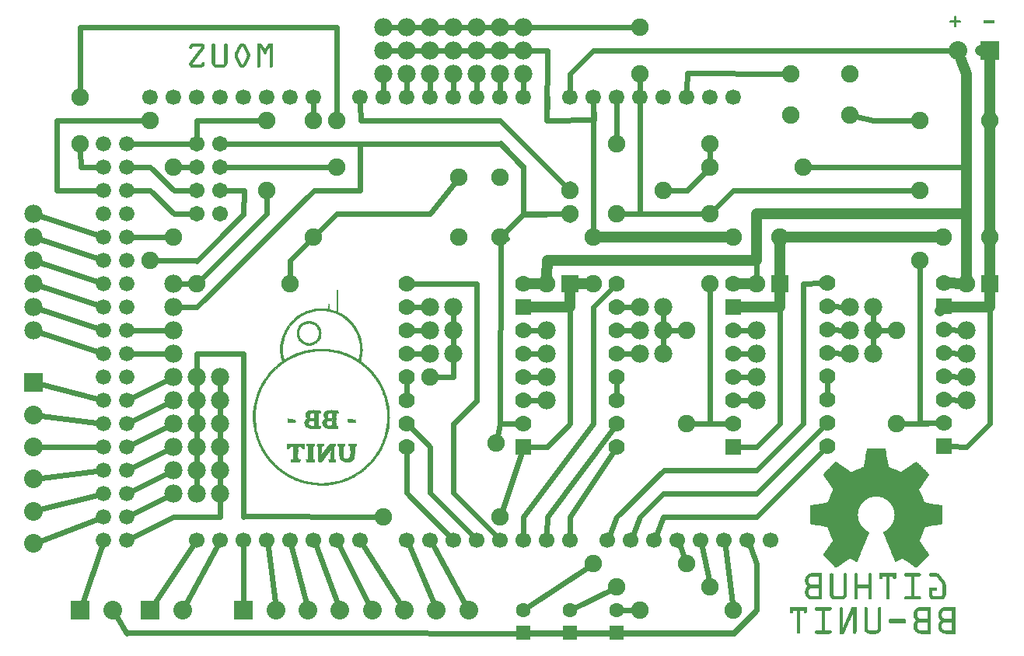
<source format=gbl>
G04 MADE WITH FRITZING*
G04 WWW.FRITZING.ORG*
G04 SINGLE SIDED*
G04 HOLES NOT PLATED*
G04 CONTOUR ON CENTER OF CONTOUR VECTOR*
%ASAXBY*%
%FSLAX23Y23*%
%MOIN*%
%OFA0B0*%
%SFA1.0B1.0*%
%ADD10C,0.066604*%
%ADD11C,0.066632*%
%ADD12C,0.065993*%
%ADD13C,0.070000*%
%ADD14C,0.078000*%
%ADD15C,0.080000*%
%ADD16C,0.075000*%
%ADD17C,0.067278*%
%ADD18C,0.062992*%
%ADD19R,0.070000X0.070000*%
%ADD20R,0.080000X0.080000*%
%ADD21R,0.075000X0.075000*%
%ADD22R,0.062992X0.062992*%
%ADD23C,0.024000*%
%ADD24C,0.048000*%
%ADD25R,0.001000X0.001000*%
%LNCOPPER0*%
G90*
G70*
G54D10*
X1208Y2370D03*
X1108Y2370D03*
X1008Y2370D03*
X908Y2370D03*
G54D11*
X2568Y470D03*
G54D10*
X808Y2370D03*
X708Y2370D03*
X608Y2370D03*
G54D12*
X408Y1370D03*
G54D10*
X2208Y2370D03*
X2108Y2370D03*
X2808Y2370D03*
X2008Y2370D03*
X1908Y2370D03*
X1808Y2370D03*
X1708Y2370D03*
X1608Y2370D03*
G54D12*
X408Y570D03*
G54D10*
X1508Y2370D03*
G54D12*
X408Y2170D03*
G54D11*
X2008Y470D03*
G54D12*
X408Y970D03*
X408Y1770D03*
G54D11*
X2968Y470D03*
G54D10*
X2408Y2370D03*
G54D11*
X2408Y470D03*
G54D12*
X408Y770D03*
X408Y1170D03*
X408Y1570D03*
X408Y1970D03*
G54D11*
X808Y470D03*
X908Y470D03*
X1008Y470D03*
X3168Y470D03*
X1108Y470D03*
X2768Y470D03*
X1208Y470D03*
X1308Y470D03*
X1408Y470D03*
X1508Y470D03*
G54D10*
X3008Y2370D03*
X2608Y2370D03*
G54D11*
X1808Y470D03*
X2208Y470D03*
G54D12*
X408Y470D03*
X408Y670D03*
X408Y870D03*
X408Y1070D03*
X408Y1270D03*
X408Y1470D03*
X408Y1670D03*
X408Y1870D03*
X408Y2070D03*
G54D11*
X3268Y470D03*
X3068Y470D03*
X2868Y470D03*
X2668Y470D03*
G54D10*
X3108Y2370D03*
X2908Y2370D03*
X2708Y2370D03*
X2508Y2370D03*
G54D11*
X1708Y470D03*
X1908Y470D03*
X2108Y470D03*
X2308Y470D03*
G54D12*
X508Y470D03*
X508Y570D03*
X508Y670D03*
X508Y770D03*
X508Y870D03*
X508Y970D03*
X508Y1070D03*
X508Y1170D03*
X508Y1270D03*
X508Y1370D03*
X508Y1470D03*
X508Y1570D03*
X508Y1670D03*
X508Y1770D03*
X508Y1870D03*
X508Y1970D03*
X508Y2070D03*
X508Y2170D03*
G54D10*
X1308Y2370D03*
G54D13*
X1708Y1570D03*
X2208Y1570D03*
X1708Y1470D03*
X2208Y1470D03*
X1708Y1370D03*
X2208Y1370D03*
X1708Y1270D03*
X2208Y1270D03*
X1708Y1170D03*
X2208Y1170D03*
X1708Y1070D03*
X2208Y1070D03*
X1708Y970D03*
X2208Y970D03*
X1708Y870D03*
X2208Y870D03*
X2608Y1570D03*
X3108Y1570D03*
X2608Y1470D03*
X3108Y1470D03*
X2608Y1370D03*
X3108Y1370D03*
X2608Y1270D03*
X3108Y1270D03*
X2608Y1170D03*
X3108Y1170D03*
X2608Y1070D03*
X3108Y1070D03*
X2608Y970D03*
X3108Y970D03*
X2608Y870D03*
X3108Y870D03*
X3509Y1571D03*
X4009Y1571D03*
X3509Y1471D03*
X4009Y1471D03*
X3509Y1371D03*
X4009Y1371D03*
X3509Y1271D03*
X4009Y1271D03*
X3509Y1171D03*
X4009Y1171D03*
X3509Y1071D03*
X4009Y1071D03*
X3509Y971D03*
X4009Y971D03*
X3509Y871D03*
X4009Y871D03*
G54D14*
X4108Y1370D03*
X4108Y1270D03*
X4108Y1170D03*
X4108Y1070D03*
X3208Y1370D03*
X3208Y1270D03*
X3208Y1170D03*
X3208Y1070D03*
X2308Y1370D03*
X2308Y1270D03*
X2308Y1170D03*
X2308Y1070D03*
G54D15*
X4208Y2570D03*
X4070Y2570D03*
G54D16*
X4208Y1570D03*
X4108Y1570D03*
X3308Y1570D03*
X3208Y1570D03*
X2408Y1570D03*
X2308Y1570D03*
X4008Y1770D03*
X4208Y1770D03*
X2508Y1770D03*
X2508Y1570D03*
X3108Y1770D03*
X3308Y1770D03*
X3908Y1970D03*
X3908Y1670D03*
X3008Y1870D03*
X3008Y1570D03*
X2608Y1870D03*
X2408Y1870D03*
G54D15*
X108Y1145D03*
X108Y1007D03*
X108Y870D03*
X108Y732D03*
X108Y594D03*
X108Y456D03*
G54D14*
X908Y1170D03*
X908Y1070D03*
X908Y970D03*
X908Y870D03*
X908Y770D03*
X908Y670D03*
X808Y1170D03*
X808Y1070D03*
X808Y970D03*
X808Y870D03*
X808Y770D03*
X808Y670D03*
X708Y1170D03*
X708Y1070D03*
X708Y970D03*
X708Y870D03*
X708Y770D03*
X708Y670D03*
G54D16*
X1608Y570D03*
X2108Y570D03*
G54D17*
X908Y2170D03*
X908Y2070D03*
X908Y1970D03*
X908Y1870D03*
X808Y2170D03*
X808Y2070D03*
X808Y1970D03*
X808Y1870D03*
G54D16*
X3808Y1370D03*
X3808Y970D03*
X2908Y1370D03*
X2908Y970D03*
G54D14*
X1808Y1470D03*
X1808Y1370D03*
X1808Y1270D03*
X1808Y1470D03*
X1808Y1370D03*
X1808Y1270D03*
X1908Y1270D03*
X1908Y1370D03*
X1908Y1470D03*
X3608Y1470D03*
X3608Y1370D03*
X3608Y1270D03*
X3608Y1470D03*
X3608Y1370D03*
X3608Y1270D03*
X3708Y1270D03*
X3708Y1370D03*
X3708Y1470D03*
X2708Y1470D03*
X2708Y1370D03*
X2708Y1270D03*
X2708Y1470D03*
X2708Y1370D03*
X2708Y1270D03*
X2808Y1270D03*
X2808Y1370D03*
X2808Y1470D03*
G54D16*
X1808Y1170D03*
X2091Y887D03*
G54D15*
X1008Y170D03*
X1146Y170D03*
X1284Y170D03*
X1421Y170D03*
X1559Y170D03*
X1697Y170D03*
X1835Y170D03*
X1972Y170D03*
X308Y170D03*
X446Y170D03*
X608Y170D03*
X746Y170D03*
G54D16*
X2508Y370D03*
X2908Y370D03*
X2708Y170D03*
X3108Y170D03*
X2608Y270D03*
X3008Y270D03*
G54D18*
X2208Y71D03*
X2208Y170D03*
X2608Y71D03*
X2608Y170D03*
X2408Y71D03*
X2408Y170D03*
G54D14*
X2208Y2670D03*
X2108Y2670D03*
X2008Y2670D03*
X1908Y2670D03*
X1808Y2670D03*
X1708Y2670D03*
X1608Y2670D03*
X2208Y2570D03*
X2108Y2570D03*
X2008Y2570D03*
X1908Y2570D03*
X1808Y2570D03*
X1708Y2570D03*
X1608Y2570D03*
X2208Y2470D03*
X2108Y2470D03*
X2008Y2470D03*
X1908Y2470D03*
X1808Y2470D03*
X1708Y2470D03*
X1608Y2470D03*
G54D16*
X2408Y1970D03*
X2808Y1970D03*
X608Y2270D03*
X608Y1670D03*
X708Y2070D03*
X708Y1770D03*
X2708Y2670D03*
X2708Y2470D03*
X1408Y2070D03*
X1408Y2270D03*
X308Y2170D03*
X308Y2370D03*
X1108Y2270D03*
X1108Y1970D03*
G54D14*
X708Y1570D03*
X708Y1470D03*
X708Y1370D03*
X708Y1270D03*
X108Y1870D03*
X108Y1770D03*
X108Y1670D03*
X108Y1570D03*
X108Y1470D03*
X108Y1370D03*
G54D16*
X2608Y2170D03*
X3008Y2170D03*
X3008Y2070D03*
X3408Y2070D03*
X3608Y2292D03*
X3352Y2292D03*
X3608Y2470D03*
X3352Y2470D03*
X3908Y2270D03*
X4208Y2270D03*
X1931Y1770D03*
X1931Y2026D03*
X2108Y1770D03*
X2108Y2026D03*
X808Y1570D03*
X1208Y1570D03*
X1308Y2270D03*
X1308Y1770D03*
G54D19*
X2208Y870D03*
X2208Y1470D03*
X3108Y870D03*
X3108Y1470D03*
X4009Y871D03*
X4009Y1471D03*
G54D20*
X4208Y2570D03*
G54D21*
X4208Y1570D03*
X3308Y1570D03*
X2408Y1570D03*
G54D20*
X108Y1145D03*
X1008Y170D03*
X308Y170D03*
X608Y170D03*
G54D22*
X2208Y71D03*
X2608Y71D03*
X2408Y71D03*
G54D23*
X1707Y671D02*
X1908Y470D01*
D02*
X1707Y771D02*
X1707Y671D01*
D02*
X1708Y844D02*
X1707Y771D01*
D02*
X1807Y870D02*
X1807Y671D01*
D02*
X2006Y472D02*
X1988Y492D01*
D02*
X1807Y671D02*
X2006Y472D01*
D02*
X1726Y951D02*
X1807Y870D01*
D02*
X2008Y1067D02*
X1906Y970D01*
D02*
X1906Y970D02*
X1907Y671D01*
D02*
X1907Y671D02*
X2106Y472D01*
D02*
X2106Y472D02*
X2086Y490D01*
D02*
X2008Y1570D02*
X2008Y1067D01*
D02*
X1734Y1570D02*
X2008Y1570D01*
D02*
X2278Y1370D02*
X2234Y1370D01*
D02*
X2278Y1270D02*
X2234Y1270D01*
D02*
X2278Y1170D02*
X2234Y1170D01*
D02*
X2278Y1070D02*
X2234Y1070D01*
D02*
X3178Y1370D02*
X3134Y1370D01*
D02*
X3178Y1270D02*
X3134Y1270D01*
D02*
X3178Y1170D02*
X3134Y1170D01*
D02*
X3178Y1070D02*
X3134Y1070D01*
D02*
X4078Y1370D02*
X4036Y1371D01*
D02*
X4078Y1270D02*
X4036Y1271D01*
D02*
X4078Y1170D02*
X4036Y1171D01*
D02*
X4078Y1070D02*
X4036Y1071D01*
D02*
X2309Y870D02*
X2234Y870D01*
D02*
X2408Y970D02*
X2309Y870D01*
D02*
X2408Y1470D02*
X2408Y970D01*
D02*
X2234Y1470D02*
X2408Y1470D01*
D02*
X3206Y870D02*
X3308Y970D01*
D02*
X3308Y970D02*
X3308Y1470D01*
D02*
X3308Y1470D02*
X3134Y1470D01*
D02*
X3134Y870D02*
X3206Y870D01*
D02*
X2207Y569D02*
X2208Y500D01*
D02*
X2508Y970D02*
X2207Y569D01*
D02*
X2508Y1470D02*
X2508Y970D01*
D02*
X2589Y1551D02*
X2508Y1470D01*
D02*
X2309Y569D02*
X2308Y500D01*
D02*
X2592Y949D02*
X2309Y569D01*
D02*
X2408Y569D02*
X2408Y500D01*
D02*
X2593Y848D02*
X2408Y569D01*
D02*
X2608Y569D02*
X2579Y498D01*
D02*
X2809Y769D02*
X2608Y569D01*
D02*
X3208Y770D02*
X2809Y769D01*
D02*
X3408Y970D02*
X3208Y770D01*
D02*
X3407Y1570D02*
X3408Y970D01*
D02*
X3483Y1571D02*
X3407Y1570D01*
D02*
X2807Y670D02*
X2809Y670D01*
D02*
X2809Y670D02*
X3208Y670D01*
D02*
X3208Y670D02*
X3491Y953D01*
D02*
X2708Y569D02*
X2807Y670D01*
D02*
X2679Y498D02*
X2708Y569D01*
D02*
X2807Y569D02*
X2779Y498D01*
D02*
X3208Y570D02*
X2807Y569D01*
D02*
X3491Y853D02*
X3208Y570D01*
D02*
X2608Y1144D02*
X2608Y1096D01*
D02*
X1708Y1144D02*
X1708Y1096D01*
D02*
X3509Y1145D02*
X3509Y1097D01*
D02*
X4108Y870D02*
X4036Y871D01*
D02*
X4208Y1470D02*
X4208Y970D01*
D02*
X4208Y970D02*
X4108Y870D01*
D02*
X4036Y1471D02*
X4208Y1470D01*
G54D24*
D02*
X4208Y1470D02*
X4008Y1470D01*
D02*
X4008Y1470D02*
X3992Y1452D01*
D02*
X4208Y1541D02*
X4208Y1470D01*
D02*
X4079Y1570D02*
X4036Y1571D01*
D02*
X3308Y1470D02*
X3134Y1470D01*
D02*
X3308Y1541D02*
X3308Y1470D01*
D02*
X2408Y1470D02*
X2234Y1470D01*
D02*
X2408Y1541D02*
X2408Y1470D01*
D02*
X3179Y1570D02*
X3134Y1570D01*
D02*
X2279Y1570D02*
X2234Y1570D01*
D02*
X4207Y2570D02*
X4208Y1609D01*
D02*
X4166Y2570D02*
X4207Y2570D01*
D02*
X4106Y2468D02*
X4084Y2530D01*
D02*
X4108Y2270D02*
X4106Y2468D01*
D02*
X4108Y1598D02*
X4108Y2270D01*
D02*
X3308Y1770D02*
X3308Y1598D01*
D02*
X3979Y1770D02*
X3308Y1770D01*
G54D23*
D02*
X4110Y2468D02*
X4108Y2270D01*
D02*
X4108Y1870D02*
X3208Y1870D01*
D02*
X3208Y1870D02*
X3208Y1598D01*
D02*
X4108Y2270D02*
X4108Y1870D01*
D02*
X4081Y2541D02*
X4110Y2468D01*
G54D24*
D02*
X3208Y1870D02*
X3208Y1670D01*
D02*
X3208Y1670D02*
X2310Y1668D01*
D02*
X2310Y1668D02*
X2308Y1598D01*
D02*
X4108Y1870D02*
X3208Y1870D01*
D02*
X4106Y2468D02*
X4108Y1870D01*
D02*
X4084Y2530D02*
X4106Y2468D01*
D02*
X2479Y1570D02*
X2437Y1570D01*
D02*
X3079Y1770D02*
X2537Y1770D01*
G54D23*
D02*
X2408Y2468D02*
X2408Y2400D01*
D02*
X2506Y2570D02*
X2408Y2468D01*
D02*
X4009Y2570D02*
X2506Y2570D01*
D02*
X4039Y2570D02*
X4009Y2570D01*
D02*
X2508Y1798D02*
X2508Y2340D01*
D02*
X3908Y970D02*
X3908Y1641D01*
D02*
X3983Y971D02*
X3908Y970D01*
D02*
X3008Y970D02*
X3082Y970D01*
D02*
X3008Y1541D02*
X3008Y970D01*
D02*
X2979Y1870D02*
X2637Y1870D01*
D02*
X2708Y1870D02*
X2708Y2340D01*
D02*
X2637Y1870D02*
X2708Y1870D01*
D02*
X2208Y1868D02*
X2307Y1868D01*
D02*
X2307Y1868D02*
X2408Y1869D01*
D02*
X2109Y1769D02*
X2208Y1868D01*
D02*
X2108Y970D02*
X2109Y1769D01*
D02*
X2408Y1869D02*
X2408Y1841D01*
D02*
X2182Y970D02*
X2108Y970D01*
D02*
X3108Y1970D02*
X3028Y1890D01*
D02*
X3879Y1970D02*
X3108Y1970D01*
D02*
X380Y559D02*
X137Y467D01*
D02*
X379Y662D02*
X138Y602D01*
D02*
X378Y766D02*
X139Y736D01*
D02*
X378Y870D02*
X139Y870D01*
D02*
X378Y973D02*
X139Y1004D01*
D02*
X379Y1077D02*
X138Y1138D01*
D02*
X681Y656D02*
X535Y583D01*
D02*
X681Y756D02*
X535Y683D01*
D02*
X681Y856D02*
X535Y783D01*
D02*
X681Y956D02*
X535Y883D01*
D02*
X681Y1056D02*
X535Y983D01*
D02*
X681Y1156D02*
X535Y1083D01*
D02*
X708Y570D02*
X535Y483D01*
D02*
X908Y570D02*
X708Y570D01*
D02*
X908Y640D02*
X908Y570D01*
D02*
X908Y740D02*
X908Y700D01*
D02*
X908Y840D02*
X908Y800D01*
D02*
X908Y940D02*
X908Y900D01*
D02*
X908Y1040D02*
X908Y1000D01*
D02*
X908Y1140D02*
X908Y1100D01*
D02*
X2117Y597D02*
X2200Y845D01*
D02*
X1007Y1270D02*
X1007Y571D01*
D02*
X1007Y571D02*
X1007Y568D01*
D02*
X1007Y571D02*
X1579Y570D01*
D02*
X1007Y568D02*
X1007Y571D01*
D02*
X808Y1270D02*
X1007Y1270D01*
D02*
X808Y1270D02*
X808Y1270D01*
D02*
X808Y1200D02*
X808Y1270D01*
D02*
X3082Y970D02*
X2937Y970D01*
D02*
X2838Y1370D02*
X2879Y1370D01*
D02*
X2808Y1440D02*
X2808Y1400D01*
D02*
X2808Y1300D02*
X2808Y1340D01*
D02*
X2634Y1470D02*
X2678Y1470D01*
D02*
X2634Y1370D02*
X2678Y1370D01*
D02*
X2634Y1270D02*
X2678Y1270D01*
D02*
X3837Y970D02*
X3983Y971D01*
D02*
X3738Y1370D02*
X3779Y1370D01*
D02*
X3708Y1440D02*
X3708Y1400D01*
D02*
X3708Y1300D02*
X3708Y1340D01*
D02*
X3536Y1471D02*
X3578Y1470D01*
D02*
X3536Y1371D02*
X3578Y1370D01*
D02*
X3536Y1271D02*
X3578Y1270D01*
D02*
X2108Y970D02*
X2097Y915D01*
D02*
X2182Y970D02*
X2108Y970D01*
D02*
X1908Y1170D02*
X1837Y1170D01*
D02*
X1908Y1240D02*
X1908Y1170D01*
D02*
X1734Y1270D02*
X1778Y1270D01*
D02*
X1734Y1370D02*
X1778Y1370D01*
D02*
X1734Y1470D02*
X1778Y1470D01*
D02*
X1908Y1340D02*
X1908Y1300D01*
D02*
X1908Y1440D02*
X1908Y1400D01*
D02*
X1958Y197D02*
X1822Y443D01*
D02*
X1720Y442D02*
X1823Y198D01*
D02*
X1524Y444D02*
X1680Y196D01*
D02*
X1421Y443D02*
X1545Y197D01*
D02*
X1319Y441D02*
X1410Y199D01*
D02*
X1215Y440D02*
X1276Y200D01*
D02*
X1112Y440D02*
X1142Y201D01*
D02*
X1008Y440D02*
X1008Y201D01*
D02*
X808Y1100D02*
X808Y1140D01*
D02*
X808Y1000D02*
X808Y1040D01*
D02*
X808Y900D02*
X808Y940D01*
D02*
X808Y800D02*
X808Y840D01*
D02*
X808Y700D02*
X808Y740D01*
D02*
X399Y441D02*
X318Y199D01*
D02*
X791Y445D02*
X625Y196D01*
D02*
X894Y443D02*
X761Y197D01*
D02*
X506Y68D02*
X510Y71D01*
D02*
X3208Y170D02*
X3208Y370D01*
D02*
X3208Y370D02*
X3179Y442D01*
D02*
X3110Y68D02*
X3208Y170D01*
D02*
X510Y71D02*
X3110Y68D01*
D02*
X462Y143D02*
X506Y68D01*
D02*
X2879Y442D02*
X2897Y396D01*
D02*
X2974Y440D02*
X3002Y298D01*
D02*
X3072Y440D02*
X3104Y198D01*
D02*
X2679Y170D02*
X2635Y170D01*
D02*
X3208Y170D02*
X3208Y370D01*
D02*
X3208Y370D02*
X3179Y442D01*
D02*
X3106Y71D02*
X3208Y170D01*
D02*
X2635Y71D02*
X3106Y71D01*
D02*
X2435Y71D02*
X2581Y71D01*
D02*
X2381Y71D02*
X2235Y71D01*
D02*
X2582Y257D02*
X2432Y182D01*
D02*
X2484Y354D02*
X2230Y185D01*
D02*
X1708Y2440D02*
X1708Y2400D01*
D02*
X1808Y2440D02*
X1808Y2400D01*
D02*
X1908Y2440D02*
X1908Y2400D01*
D02*
X2008Y2440D02*
X2008Y2400D01*
D02*
X2108Y2440D02*
X2108Y2400D01*
D02*
X2208Y2440D02*
X2208Y2400D01*
D02*
X2309Y2570D02*
X2208Y2570D01*
D02*
X2307Y2270D02*
X2310Y2370D01*
D02*
X2310Y2370D02*
X2307Y2270D01*
D02*
X2510Y2271D02*
X2307Y2270D01*
D02*
X2307Y2270D02*
X2309Y2570D01*
D02*
X2508Y2340D02*
X2510Y2271D01*
D02*
X2138Y2570D02*
X2178Y2570D01*
D02*
X2038Y2570D02*
X2078Y2570D01*
D02*
X1938Y2570D02*
X1978Y2570D01*
D02*
X1838Y2570D02*
X1878Y2570D01*
D02*
X1738Y2570D02*
X1778Y2570D01*
D02*
X1778Y2670D02*
X1738Y2670D01*
D02*
X1878Y2670D02*
X1838Y2670D01*
D02*
X1978Y2670D02*
X1938Y2670D01*
D02*
X2078Y2670D02*
X2038Y2670D01*
D02*
X2178Y2670D02*
X2138Y2670D01*
D02*
X780Y2170D02*
X538Y2170D01*
D02*
X608Y2068D02*
X710Y1970D01*
D02*
X710Y1970D02*
X780Y1970D01*
D02*
X538Y2069D02*
X608Y2068D01*
D02*
X710Y1868D02*
X780Y1869D01*
D02*
X608Y1970D02*
X710Y1868D01*
D02*
X538Y1970D02*
X608Y1970D01*
D02*
X208Y1970D02*
X378Y1970D01*
D02*
X208Y2268D02*
X208Y1970D01*
D02*
X579Y2270D02*
X208Y2268D01*
D02*
X737Y2070D02*
X780Y2070D01*
D02*
X538Y1770D02*
X679Y1770D01*
D02*
X2208Y1867D02*
X2408Y1869D01*
D02*
X2208Y2071D02*
X2208Y1867D01*
D02*
X2106Y2170D02*
X2208Y2071D01*
D02*
X2408Y1869D02*
X2408Y1841D01*
D02*
X936Y2170D02*
X2106Y2170D01*
D02*
X2708Y2441D02*
X2708Y2400D01*
D02*
X2238Y2670D02*
X2679Y2670D01*
D02*
X310Y2068D02*
X378Y2069D01*
D02*
X308Y2141D02*
X310Y2068D01*
D02*
X308Y2669D02*
X308Y2398D01*
D02*
X1408Y2669D02*
X308Y2669D01*
D02*
X1408Y2298D02*
X1408Y2669D01*
D02*
X1379Y2070D02*
X936Y2070D01*
D02*
X808Y1667D02*
X808Y1669D01*
D02*
X1008Y1867D02*
X808Y1667D01*
D02*
X909Y1770D02*
X1008Y1867D01*
D02*
X1007Y1869D02*
X909Y1770D01*
D02*
X808Y1669D02*
X637Y1670D01*
D02*
X1010Y1968D02*
X1007Y1869D01*
D02*
X936Y1969D02*
X1010Y1968D01*
D02*
X808Y2270D02*
X808Y2198D01*
D02*
X1079Y2270D02*
X808Y2270D01*
D02*
X678Y1270D02*
X538Y1270D01*
D02*
X678Y1370D02*
X538Y1370D01*
D02*
X808Y1568D02*
X738Y1569D01*
D02*
X1108Y1868D02*
X808Y1568D01*
D02*
X1108Y1941D02*
X1108Y1868D01*
D02*
X808Y1470D02*
X738Y1470D01*
D02*
X1507Y1970D02*
X1309Y1970D01*
D02*
X2208Y2067D02*
X2109Y2171D01*
D02*
X2208Y1867D02*
X2208Y2067D01*
D02*
X1309Y1970D02*
X808Y1470D01*
D02*
X2109Y2171D02*
X2108Y2169D01*
D02*
X2408Y1841D02*
X2408Y1869D01*
D02*
X2408Y1869D02*
X2208Y1867D01*
D02*
X2108Y2169D02*
X2109Y2170D01*
D02*
X1507Y1968D02*
X1507Y1970D01*
D02*
X2109Y2170D02*
X1507Y2170D01*
D02*
X1507Y2170D02*
X1507Y1968D01*
D02*
X2108Y2270D02*
X1509Y2270D01*
D02*
X1509Y2270D02*
X1508Y2340D01*
D02*
X2408Y1970D02*
X2108Y2270D01*
D02*
X2408Y1998D02*
X2408Y1970D01*
D02*
X1608Y2440D02*
X1608Y2400D01*
D02*
X1638Y2570D02*
X1678Y2570D01*
D02*
X1638Y2670D02*
X1678Y2670D01*
D02*
X380Y1779D02*
X136Y1860D01*
D02*
X380Y1679D02*
X136Y1760D01*
D02*
X380Y1579D02*
X136Y1660D01*
D02*
X380Y1479D02*
X136Y1560D01*
D02*
X380Y1379D02*
X136Y1460D01*
D02*
X380Y1279D02*
X136Y1360D01*
D02*
X2608Y2198D02*
X2608Y2340D01*
D02*
X3008Y2098D02*
X3008Y2141D01*
D02*
X2909Y1970D02*
X2837Y1970D01*
D02*
X2988Y2049D02*
X2909Y1970D01*
D02*
X4108Y2069D02*
X3437Y2070D01*
D02*
X4108Y2471D02*
X4108Y2069D01*
D02*
X4081Y2541D02*
X4108Y2471D01*
D02*
X2909Y2471D02*
X2908Y2400D01*
D02*
X3323Y2470D02*
X2909Y2471D01*
D02*
X3707Y2270D02*
X3636Y2286D01*
D02*
X3879Y2270D02*
X3707Y2270D01*
D02*
X1308Y2340D02*
X1308Y2298D01*
D02*
X2208Y1868D02*
X2109Y1769D01*
D02*
X2379Y1869D02*
X2208Y1868D01*
D02*
X2109Y1769D02*
X2136Y1764D01*
D02*
X1408Y1868D02*
X1807Y1868D01*
D02*
X1807Y1868D02*
X1913Y2003D01*
D02*
X1328Y1790D02*
X1408Y1868D01*
D02*
X779Y1570D02*
X738Y1570D01*
D02*
X1288Y1750D02*
X1207Y1670D01*
D02*
X1207Y1670D02*
X1208Y1598D01*
G36*
X3758Y862D02*
X3758Y861D01*
X3759Y861D01*
X3759Y860D01*
X3760Y860D01*
X3760Y857D01*
X3761Y857D01*
X3761Y852D01*
X3762Y852D01*
X3762Y846D01*
X3763Y846D01*
X3763Y842D01*
X3763Y842D01*
X3763Y836D01*
X3764Y836D01*
X3764Y831D01*
X3765Y831D01*
X3765Y826D01*
X3766Y826D01*
X3766Y821D01*
X3767Y821D01*
X3767Y816D01*
X3768Y816D01*
X3768Y811D01*
X3769Y811D01*
X3769Y805D01*
X3770Y805D01*
X3770Y800D01*
X3771Y800D01*
X3771Y795D01*
X3772Y795D01*
X3772Y790D01*
X3773Y790D01*
X3773Y786D01*
X3774Y786D01*
X3774Y784D01*
X3775Y784D01*
X3775Y783D01*
X3777Y783D01*
X3777Y782D01*
X3779Y782D01*
X3779Y781D01*
X3781Y781D01*
X3781Y780D01*
X3784Y780D01*
X3784Y779D01*
X3785Y779D01*
X3785Y778D01*
X3788Y778D01*
X3788Y777D01*
X3790Y777D01*
X3790Y777D01*
X3793Y777D01*
X3793Y776D01*
X3795Y776D01*
X3795Y775D01*
X3798Y775D01*
X3798Y774D01*
X3800Y774D01*
X3800Y773D01*
X3802Y773D01*
X3802Y772D01*
X3805Y772D01*
X3805Y771D01*
X3807Y771D01*
X3807Y770D01*
X3809Y770D01*
X3809Y769D01*
X3811Y769D01*
X3811Y768D01*
X3814Y768D01*
X3814Y767D01*
X3816Y767D01*
X3816Y766D01*
X3819Y766D01*
X3819Y765D01*
X3821Y765D01*
X3821Y764D01*
X3823Y764D01*
X3823Y763D01*
X3826Y763D01*
X3826Y762D01*
X3614Y762D01*
X3614Y763D01*
X3616Y763D01*
X3616Y764D01*
X3619Y764D01*
X3619Y765D01*
X3621Y765D01*
X3621Y766D01*
X3624Y766D01*
X3624Y767D01*
X3626Y767D01*
X3626Y768D01*
X3629Y768D01*
X3629Y769D01*
X3630Y769D01*
X3630Y770D01*
X3632Y770D01*
X3632Y771D01*
X3635Y771D01*
X3635Y772D01*
X3637Y772D01*
X3637Y773D01*
X3640Y773D01*
X3640Y774D01*
X3642Y774D01*
X3642Y775D01*
X3645Y775D01*
X3645Y776D01*
X3647Y776D01*
X3647Y777D01*
X3650Y777D01*
X3650Y777D01*
X3652Y777D01*
X3652Y778D01*
X3653Y778D01*
X3653Y779D01*
X3656Y779D01*
X3656Y780D01*
X3658Y780D01*
X3658Y781D01*
X3661Y781D01*
X3661Y782D01*
X3663Y782D01*
X3663Y783D01*
X3665Y783D01*
X3665Y784D01*
X3666Y784D01*
X3666Y786D01*
X3667Y786D01*
X3667Y791D01*
X3668Y791D01*
X3668Y797D01*
X3669Y797D01*
X3669Y801D01*
X3670Y801D01*
X3670Y806D01*
X3671Y806D01*
X3671Y812D01*
X3672Y812D01*
X3672Y817D01*
X3673Y817D01*
X3673Y822D01*
X3674Y822D01*
X3674Y827D01*
X3674Y827D01*
X3674Y832D01*
X3675Y832D01*
X3675Y838D01*
X3676Y838D01*
X3676Y843D01*
X3677Y843D01*
X3677Y847D01*
X3678Y847D01*
X3678Y853D01*
X3679Y853D01*
X3679Y858D01*
X3680Y858D01*
X3680Y861D01*
X3682Y861D01*
X3682Y862D01*
X3758Y862D01*
G37*
D02*
G36*
X3895Y805D02*
X3895Y804D01*
X3896Y804D01*
X3896Y803D01*
X3896Y803D01*
X3896Y802D01*
X3897Y802D01*
X3897Y801D01*
X3898Y801D01*
X3898Y800D01*
X3899Y800D01*
X3899Y799D01*
X3900Y799D01*
X3900Y799D01*
X3901Y799D01*
X3901Y798D01*
X3902Y798D01*
X3902Y797D01*
X3903Y797D01*
X3903Y796D01*
X3904Y796D01*
X3904Y795D01*
X3905Y795D01*
X3905Y794D01*
X3906Y794D01*
X3906Y793D01*
X3907Y793D01*
X3907Y792D01*
X3908Y792D01*
X3908Y791D01*
X3909Y791D01*
X3909Y790D01*
X3910Y790D01*
X3910Y789D01*
X3911Y789D01*
X3911Y788D01*
X3912Y788D01*
X3912Y787D01*
X3913Y787D01*
X3913Y786D01*
X3914Y786D01*
X3914Y785D01*
X3915Y785D01*
X3915Y784D01*
X3916Y784D01*
X3916Y783D01*
X3917Y783D01*
X3917Y782D01*
X3918Y782D01*
X3918Y781D01*
X3919Y781D01*
X3919Y780D01*
X3919Y780D01*
X3919Y779D01*
X3920Y779D01*
X3920Y778D01*
X3921Y778D01*
X3921Y777D01*
X3922Y777D01*
X3922Y777D01*
X3923Y777D01*
X3923Y776D01*
X3924Y776D01*
X3924Y775D01*
X3925Y775D01*
X3925Y774D01*
X3926Y774D01*
X3926Y773D01*
X3927Y773D01*
X3927Y772D01*
X3928Y772D01*
X3928Y771D01*
X3929Y771D01*
X3929Y770D01*
X3930Y770D01*
X3930Y769D01*
X3931Y769D01*
X3931Y768D01*
X3932Y768D01*
X3932Y767D01*
X3933Y767D01*
X3933Y766D01*
X3934Y766D01*
X3934Y765D01*
X3935Y765D01*
X3935Y764D01*
X3936Y764D01*
X3936Y763D01*
X3937Y763D01*
X3937Y762D01*
X3828Y762D01*
X3828Y763D01*
X3830Y763D01*
X3830Y764D01*
X3831Y764D01*
X3831Y765D01*
X3832Y765D01*
X3832Y766D01*
X3834Y766D01*
X3834Y767D01*
X3835Y767D01*
X3835Y768D01*
X3837Y768D01*
X3837Y769D01*
X3838Y769D01*
X3838Y770D01*
X3840Y770D01*
X3840Y771D01*
X3841Y771D01*
X3841Y772D01*
X3842Y772D01*
X3842Y773D01*
X3844Y773D01*
X3844Y774D01*
X3845Y774D01*
X3845Y775D01*
X3847Y775D01*
X3847Y776D01*
X3848Y776D01*
X3848Y777D01*
X3850Y777D01*
X3850Y777D01*
X3851Y777D01*
X3851Y778D01*
X3852Y778D01*
X3852Y779D01*
X3853Y779D01*
X3853Y780D01*
X3855Y780D01*
X3855Y781D01*
X3856Y781D01*
X3856Y782D01*
X3857Y782D01*
X3857Y783D01*
X3859Y783D01*
X3859Y784D01*
X3860Y784D01*
X3860Y785D01*
X3862Y785D01*
X3862Y786D01*
X3863Y786D01*
X3863Y787D01*
X3865Y787D01*
X3865Y788D01*
X3866Y788D01*
X3866Y789D01*
X3868Y789D01*
X3868Y790D01*
X3869Y790D01*
X3869Y791D01*
X3871Y791D01*
X3871Y792D01*
X3872Y792D01*
X3872Y793D01*
X3874Y793D01*
X3874Y794D01*
X3874Y794D01*
X3874Y795D01*
X3875Y795D01*
X3875Y796D01*
X3877Y796D01*
X3877Y797D01*
X3878Y797D01*
X3878Y798D01*
X3880Y798D01*
X3880Y799D01*
X3881Y799D01*
X3881Y799D01*
X3883Y799D01*
X3883Y800D01*
X3884Y800D01*
X3884Y801D01*
X3886Y801D01*
X3886Y802D01*
X3887Y802D01*
X3887Y803D01*
X3889Y803D01*
X3889Y804D01*
X3890Y804D01*
X3890Y805D01*
X3895Y805D01*
G37*
D02*
G36*
X3550Y805D02*
X3550Y804D01*
X3551Y804D01*
X3551Y803D01*
X3553Y803D01*
X3553Y802D01*
X3554Y802D01*
X3554Y801D01*
X3556Y801D01*
X3556Y800D01*
X3557Y800D01*
X3557Y799D01*
X3558Y799D01*
X3558Y799D01*
X3560Y799D01*
X3560Y798D01*
X3561Y798D01*
X3561Y797D01*
X3563Y797D01*
X3563Y796D01*
X3563Y796D01*
X3563Y795D01*
X3565Y795D01*
X3565Y794D01*
X3566Y794D01*
X3566Y793D01*
X3568Y793D01*
X3568Y792D01*
X3569Y792D01*
X3569Y791D01*
X3571Y791D01*
X3571Y790D01*
X3572Y790D01*
X3572Y789D01*
X3574Y789D01*
X3574Y788D01*
X3575Y788D01*
X3575Y787D01*
X3576Y787D01*
X3576Y786D01*
X3578Y786D01*
X3578Y785D01*
X3579Y785D01*
X3579Y784D01*
X3581Y784D01*
X3581Y783D01*
X3582Y783D01*
X3582Y782D01*
X3584Y782D01*
X3584Y781D01*
X3585Y781D01*
X3585Y780D01*
X3586Y780D01*
X3586Y779D01*
X3587Y779D01*
X3587Y778D01*
X3589Y778D01*
X3589Y777D01*
X3590Y777D01*
X3590Y777D01*
X3591Y777D01*
X3591Y776D01*
X3593Y776D01*
X3593Y775D01*
X3594Y775D01*
X3594Y774D01*
X3596Y774D01*
X3596Y773D01*
X3597Y773D01*
X3597Y772D01*
X3599Y772D01*
X3599Y771D01*
X3600Y771D01*
X3600Y770D01*
X3602Y770D01*
X3602Y769D01*
X3603Y769D01*
X3603Y768D01*
X3605Y768D01*
X3605Y767D01*
X3606Y767D01*
X3606Y766D01*
X3607Y766D01*
X3607Y765D01*
X3608Y765D01*
X3608Y764D01*
X3609Y764D01*
X3609Y763D01*
X3611Y763D01*
X3611Y762D01*
X3503Y762D01*
X3503Y763D01*
X3504Y763D01*
X3504Y764D01*
X3505Y764D01*
X3505Y765D01*
X3506Y765D01*
X3506Y766D01*
X3507Y766D01*
X3507Y767D01*
X3508Y767D01*
X3508Y768D01*
X3509Y768D01*
X3509Y769D01*
X3510Y769D01*
X3510Y770D01*
X3511Y770D01*
X3511Y771D01*
X3512Y771D01*
X3512Y772D01*
X3513Y772D01*
X3513Y773D01*
X3514Y773D01*
X3514Y774D01*
X3515Y774D01*
X3515Y775D01*
X3516Y775D01*
X3516Y776D01*
X3517Y776D01*
X3517Y777D01*
X3518Y777D01*
X3518Y777D01*
X3519Y777D01*
X3519Y778D01*
X3519Y778D01*
X3519Y779D01*
X3520Y779D01*
X3520Y780D01*
X3521Y780D01*
X3521Y781D01*
X3522Y781D01*
X3522Y782D01*
X3523Y782D01*
X3523Y783D01*
X3524Y783D01*
X3524Y784D01*
X3525Y784D01*
X3525Y785D01*
X3526Y785D01*
X3526Y786D01*
X3527Y786D01*
X3527Y787D01*
X3528Y787D01*
X3528Y788D01*
X3529Y788D01*
X3529Y789D01*
X3530Y789D01*
X3530Y790D01*
X3531Y790D01*
X3531Y791D01*
X3532Y791D01*
X3532Y792D01*
X3533Y792D01*
X3533Y793D01*
X3534Y793D01*
X3534Y794D01*
X3535Y794D01*
X3535Y795D01*
X3536Y795D01*
X3536Y796D01*
X3537Y796D01*
X3537Y797D01*
X3538Y797D01*
X3538Y798D01*
X3539Y798D01*
X3539Y799D01*
X3540Y799D01*
X3540Y799D01*
X3541Y799D01*
X3541Y800D01*
X3541Y800D01*
X3541Y801D01*
X3542Y801D01*
X3542Y802D01*
X3543Y802D01*
X3543Y803D01*
X3544Y803D01*
X3544Y804D01*
X3545Y804D01*
X3545Y805D01*
X3550Y805D01*
G37*
D02*
G36*
X3938Y762D02*
X3938Y761D01*
X3502Y761D01*
X3502Y762D01*
X3938Y762D01*
G37*
D02*
G36*
X3938Y762D02*
X3938Y761D01*
X3502Y761D01*
X3502Y762D01*
X3938Y762D01*
G37*
D02*
G36*
X3938Y762D02*
X3938Y761D01*
X3502Y761D01*
X3502Y762D01*
X3938Y762D01*
G37*
D02*
G36*
X3939Y761D02*
X3939Y760D01*
X3940Y760D01*
X3940Y759D01*
X3941Y759D01*
X3941Y758D01*
X3941Y758D01*
X3941Y757D01*
X3942Y757D01*
X3942Y756D01*
X3943Y756D01*
X3943Y755D01*
X3944Y755D01*
X3944Y754D01*
X3945Y754D01*
X3945Y754D01*
X3946Y754D01*
X3946Y752D01*
X3947Y752D01*
X3947Y749D01*
X3946Y749D01*
X3946Y747D01*
X3945Y747D01*
X3945Y746D01*
X3944Y746D01*
X3944Y744D01*
X3943Y744D01*
X3943Y743D01*
X3942Y743D01*
X3942Y741D01*
X3941Y741D01*
X3941Y740D01*
X3941Y740D01*
X3941Y738D01*
X3940Y738D01*
X3940Y737D01*
X3939Y737D01*
X3939Y735D01*
X3938Y735D01*
X3938Y734D01*
X3937Y734D01*
X3937Y733D01*
X3936Y733D01*
X3936Y732D01*
X3935Y732D01*
X3935Y731D01*
X3934Y731D01*
X3934Y729D01*
X3933Y729D01*
X3933Y728D01*
X3932Y728D01*
X3932Y726D01*
X3931Y726D01*
X3931Y725D01*
X3930Y725D01*
X3930Y723D01*
X3929Y723D01*
X3929Y722D01*
X3928Y722D01*
X3928Y720D01*
X3927Y720D01*
X3927Y719D01*
X3926Y719D01*
X3926Y718D01*
X3925Y718D01*
X3925Y716D01*
X3924Y716D01*
X3924Y715D01*
X3923Y715D01*
X3923Y713D01*
X3922Y713D01*
X3922Y712D01*
X3921Y712D01*
X3921Y710D01*
X3920Y710D01*
X3920Y710D01*
X3919Y710D01*
X3919Y708D01*
X3919Y708D01*
X3919Y707D01*
X3918Y707D01*
X3918Y705D01*
X3917Y705D01*
X3917Y704D01*
X3916Y704D01*
X3916Y703D01*
X3915Y703D01*
X3915Y701D01*
X3914Y701D01*
X3914Y700D01*
X3913Y700D01*
X3913Y698D01*
X3912Y698D01*
X3912Y697D01*
X3911Y697D01*
X3911Y695D01*
X3910Y695D01*
X3910Y694D01*
X3909Y694D01*
X3909Y692D01*
X3908Y692D01*
X3908Y691D01*
X3907Y691D01*
X3907Y689D01*
X3906Y689D01*
X3906Y688D01*
X3905Y688D01*
X3905Y684D01*
X3906Y684D01*
X3906Y682D01*
X3907Y682D01*
X3907Y679D01*
X3908Y679D01*
X3908Y677D01*
X3909Y677D01*
X3909Y675D01*
X3910Y675D01*
X3910Y672D01*
X3911Y672D01*
X3911Y670D01*
X3912Y670D01*
X3912Y668D01*
X3913Y668D01*
X3913Y666D01*
X3914Y666D01*
X3914Y664D01*
X3915Y664D01*
X3915Y662D01*
X3916Y662D01*
X3916Y659D01*
X3917Y659D01*
X3917Y657D01*
X3918Y657D01*
X3918Y656D01*
X3709Y656D01*
X3709Y655D01*
X3703Y655D01*
X3703Y654D01*
X3699Y654D01*
X3699Y653D01*
X3696Y653D01*
X3696Y652D01*
X3694Y652D01*
X3694Y651D01*
X3691Y651D01*
X3691Y650D01*
X3689Y650D01*
X3689Y649D01*
X3687Y649D01*
X3687Y648D01*
X3685Y648D01*
X3685Y647D01*
X3683Y647D01*
X3683Y646D01*
X3681Y646D01*
X3681Y645D01*
X3679Y645D01*
X3679Y644D01*
X3678Y644D01*
X3678Y643D01*
X3676Y643D01*
X3676Y643D01*
X3675Y643D01*
X3675Y642D01*
X3674Y642D01*
X3674Y641D01*
X3673Y641D01*
X3673Y640D01*
X3671Y640D01*
X3671Y639D01*
X3670Y639D01*
X3670Y638D01*
X3669Y638D01*
X3669Y637D01*
X3668Y637D01*
X3668Y636D01*
X3667Y636D01*
X3667Y635D01*
X3666Y635D01*
X3666Y634D01*
X3665Y634D01*
X3665Y633D01*
X3664Y633D01*
X3664Y632D01*
X3663Y632D01*
X3663Y631D01*
X3662Y631D01*
X3662Y630D01*
X3661Y630D01*
X3661Y629D01*
X3660Y629D01*
X3660Y628D01*
X3659Y628D01*
X3659Y627D01*
X3658Y627D01*
X3658Y625D01*
X3657Y625D01*
X3657Y624D01*
X3656Y624D01*
X3656Y623D01*
X3655Y623D01*
X3655Y621D01*
X3654Y621D01*
X3654Y621D01*
X3653Y621D01*
X3653Y619D01*
X3652Y619D01*
X3652Y617D01*
X3652Y617D01*
X3652Y616D01*
X3651Y616D01*
X3651Y614D01*
X3650Y614D01*
X3650Y612D01*
X3649Y612D01*
X3649Y610D01*
X3648Y610D01*
X3648Y607D01*
X3647Y607D01*
X3647Y605D01*
X3646Y605D01*
X3646Y602D01*
X3645Y602D01*
X3645Y599D01*
X3644Y599D01*
X3644Y596D01*
X3643Y596D01*
X3643Y591D01*
X3642Y591D01*
X3642Y584D01*
X3641Y584D01*
X3641Y571D01*
X3642Y571D01*
X3642Y564D01*
X3643Y564D01*
X3643Y559D01*
X3644Y559D01*
X3644Y555D01*
X3645Y555D01*
X3645Y553D01*
X3646Y553D01*
X3646Y550D01*
X3647Y550D01*
X3647Y548D01*
X3648Y548D01*
X3648Y546D01*
X3649Y546D01*
X3649Y544D01*
X3650Y544D01*
X3650Y542D01*
X3651Y542D01*
X3651Y540D01*
X3652Y540D01*
X3652Y538D01*
X3652Y538D01*
X3652Y536D01*
X3653Y536D01*
X3653Y535D01*
X3654Y535D01*
X3654Y533D01*
X3655Y533D01*
X3655Y532D01*
X3656Y532D01*
X3656Y531D01*
X3657Y531D01*
X3657Y530D01*
X3658Y530D01*
X3658Y529D01*
X3659Y529D01*
X3659Y528D01*
X3660Y528D01*
X3660Y526D01*
X3661Y526D01*
X3661Y525D01*
X3662Y525D01*
X3662Y524D01*
X3663Y524D01*
X3663Y523D01*
X3664Y523D01*
X3664Y522D01*
X3665Y522D01*
X3665Y521D01*
X3666Y521D01*
X3666Y520D01*
X3667Y520D01*
X3667Y519D01*
X3668Y519D01*
X3668Y518D01*
X3670Y518D01*
X3670Y517D01*
X3671Y517D01*
X3671Y516D01*
X3672Y516D01*
X3672Y515D01*
X3673Y515D01*
X3673Y514D01*
X3674Y514D01*
X3674Y513D01*
X3675Y513D01*
X3675Y512D01*
X3677Y512D01*
X3677Y511D01*
X3678Y511D01*
X3678Y510D01*
X3679Y510D01*
X3679Y510D01*
X3681Y510D01*
X3681Y509D01*
X3682Y509D01*
X3682Y508D01*
X3684Y508D01*
X3684Y507D01*
X3685Y507D01*
X3685Y506D01*
X3687Y506D01*
X3687Y505D01*
X3688Y505D01*
X3688Y504D01*
X3689Y504D01*
X3689Y502D01*
X3690Y502D01*
X3690Y500D01*
X3689Y500D01*
X3689Y497D01*
X3688Y497D01*
X3688Y495D01*
X3687Y495D01*
X3687Y493D01*
X3686Y493D01*
X3686Y490D01*
X3685Y490D01*
X3685Y488D01*
X3684Y488D01*
X3684Y486D01*
X3683Y486D01*
X3683Y484D01*
X3682Y484D01*
X3682Y482D01*
X3681Y482D01*
X3681Y479D01*
X3680Y479D01*
X3680Y477D01*
X3679Y477D01*
X3679Y474D01*
X3678Y474D01*
X3678Y472D01*
X3677Y472D01*
X3677Y469D01*
X3676Y469D01*
X3676Y467D01*
X3675Y467D01*
X3675Y466D01*
X3674Y466D01*
X3674Y463D01*
X3674Y463D01*
X3674Y461D01*
X3673Y461D01*
X3673Y458D01*
X3672Y458D01*
X3672Y456D01*
X3671Y456D01*
X3671Y454D01*
X3670Y454D01*
X3670Y451D01*
X3669Y451D01*
X3669Y449D01*
X3668Y449D01*
X3668Y446D01*
X3667Y446D01*
X3667Y444D01*
X3666Y444D01*
X3666Y442D01*
X3665Y442D01*
X3665Y440D01*
X3664Y440D01*
X3664Y438D01*
X3663Y438D01*
X3663Y435D01*
X3662Y435D01*
X3662Y433D01*
X3661Y433D01*
X3661Y430D01*
X3660Y430D01*
X3660Y428D01*
X3659Y428D01*
X3659Y426D01*
X3658Y426D01*
X3658Y423D01*
X3657Y423D01*
X3657Y421D01*
X3656Y421D01*
X3656Y419D01*
X3655Y419D01*
X3655Y417D01*
X3654Y417D01*
X3654Y414D01*
X3653Y414D01*
X3653Y412D01*
X3652Y412D01*
X3652Y410D01*
X3652Y410D01*
X3652Y407D01*
X3651Y407D01*
X3651Y405D01*
X3650Y405D01*
X3650Y402D01*
X3649Y402D01*
X3649Y400D01*
X3648Y400D01*
X3648Y399D01*
X3647Y399D01*
X3647Y396D01*
X3646Y396D01*
X3646Y394D01*
X3645Y394D01*
X3645Y391D01*
X3644Y391D01*
X3644Y390D01*
X3606Y390D01*
X3606Y389D01*
X3604Y389D01*
X3604Y388D01*
X3603Y388D01*
X3603Y387D01*
X3601Y387D01*
X3601Y386D01*
X3600Y386D01*
X3600Y385D01*
X3598Y385D01*
X3598Y384D01*
X3597Y384D01*
X3597Y383D01*
X3595Y383D01*
X3595Y382D01*
X3594Y382D01*
X3594Y381D01*
X3593Y381D01*
X3593Y380D01*
X3591Y380D01*
X3591Y379D01*
X3590Y379D01*
X3590Y378D01*
X3588Y378D01*
X3588Y377D01*
X3587Y377D01*
X3587Y377D01*
X3585Y377D01*
X3585Y376D01*
X3585Y376D01*
X3585Y375D01*
X3583Y375D01*
X3583Y374D01*
X3582Y374D01*
X3582Y373D01*
X3580Y373D01*
X3580Y372D01*
X3579Y372D01*
X3579Y371D01*
X3578Y371D01*
X3578Y370D01*
X3576Y370D01*
X3576Y369D01*
X3575Y369D01*
X3575Y368D01*
X3573Y368D01*
X3573Y367D01*
X3572Y367D01*
X3572Y366D01*
X3570Y366D01*
X3570Y365D01*
X3569Y365D01*
X3569Y364D01*
X3567Y364D01*
X3567Y363D01*
X3566Y363D01*
X3566Y362D01*
X3564Y362D01*
X3564Y361D01*
X3563Y361D01*
X3563Y360D01*
X3563Y360D01*
X3563Y359D01*
X3561Y359D01*
X3561Y358D01*
X3560Y358D01*
X3560Y357D01*
X3558Y357D01*
X3558Y356D01*
X3557Y356D01*
X3557Y355D01*
X3555Y355D01*
X3555Y354D01*
X3554Y354D01*
X3554Y354D01*
X3552Y354D01*
X3552Y353D01*
X3551Y353D01*
X3551Y352D01*
X3549Y352D01*
X3549Y351D01*
X3546Y351D01*
X3546Y352D01*
X3544Y352D01*
X3544Y353D01*
X3543Y353D01*
X3543Y354D01*
X3542Y354D01*
X3542Y354D01*
X3541Y354D01*
X3541Y355D01*
X3541Y355D01*
X3541Y356D01*
X3540Y356D01*
X3540Y357D01*
X3539Y357D01*
X3539Y358D01*
X3538Y358D01*
X3538Y359D01*
X3537Y359D01*
X3537Y360D01*
X3536Y360D01*
X3536Y361D01*
X3535Y361D01*
X3535Y362D01*
X3534Y362D01*
X3534Y363D01*
X3533Y363D01*
X3533Y364D01*
X3532Y364D01*
X3532Y365D01*
X3531Y365D01*
X3531Y366D01*
X3530Y366D01*
X3530Y367D01*
X3529Y367D01*
X3529Y368D01*
X3528Y368D01*
X3528Y369D01*
X3527Y369D01*
X3527Y370D01*
X3526Y370D01*
X3526Y371D01*
X3525Y371D01*
X3525Y372D01*
X3524Y372D01*
X3524Y373D01*
X3523Y373D01*
X3523Y374D01*
X3522Y374D01*
X3522Y375D01*
X3521Y375D01*
X3521Y376D01*
X3520Y376D01*
X3520Y377D01*
X3519Y377D01*
X3519Y377D01*
X3519Y377D01*
X3519Y378D01*
X3518Y378D01*
X3518Y379D01*
X3517Y379D01*
X3517Y380D01*
X3516Y380D01*
X3516Y381D01*
X3515Y381D01*
X3515Y382D01*
X3514Y382D01*
X3514Y383D01*
X3513Y383D01*
X3513Y384D01*
X3512Y384D01*
X3512Y385D01*
X3511Y385D01*
X3511Y386D01*
X3510Y386D01*
X3510Y387D01*
X3509Y387D01*
X3509Y388D01*
X3508Y388D01*
X3508Y389D01*
X3507Y389D01*
X3507Y390D01*
X3506Y390D01*
X3506Y391D01*
X3505Y391D01*
X3505Y392D01*
X3504Y392D01*
X3504Y393D01*
X3503Y393D01*
X3503Y394D01*
X3502Y394D01*
X3502Y395D01*
X3501Y395D01*
X3501Y396D01*
X3500Y396D01*
X3500Y397D01*
X3499Y397D01*
X3499Y398D01*
X3498Y398D01*
X3498Y399D01*
X3497Y399D01*
X3497Y399D01*
X3496Y399D01*
X3496Y400D01*
X3496Y400D01*
X3496Y401D01*
X3495Y401D01*
X3495Y402D01*
X3494Y402D01*
X3494Y403D01*
X3493Y403D01*
X3493Y408D01*
X3494Y408D01*
X3494Y409D01*
X3495Y409D01*
X3495Y411D01*
X3496Y411D01*
X3496Y412D01*
X3496Y412D01*
X3496Y414D01*
X3497Y414D01*
X3497Y415D01*
X3498Y415D01*
X3498Y417D01*
X3499Y417D01*
X3499Y418D01*
X3500Y418D01*
X3500Y420D01*
X3501Y420D01*
X3501Y421D01*
X3502Y421D01*
X3502Y422D01*
X3503Y422D01*
X3503Y423D01*
X3504Y423D01*
X3504Y424D01*
X3505Y424D01*
X3505Y426D01*
X3506Y426D01*
X3506Y427D01*
X3507Y427D01*
X3507Y429D01*
X3508Y429D01*
X3508Y430D01*
X3509Y430D01*
X3509Y432D01*
X3510Y432D01*
X3510Y433D01*
X3511Y433D01*
X3511Y435D01*
X3512Y435D01*
X3512Y436D01*
X3513Y436D01*
X3513Y438D01*
X3514Y438D01*
X3514Y439D01*
X3515Y439D01*
X3515Y441D01*
X3516Y441D01*
X3516Y442D01*
X3517Y442D01*
X3517Y443D01*
X3518Y443D01*
X3518Y444D01*
X3519Y444D01*
X3519Y445D01*
X3519Y445D01*
X3519Y447D01*
X3520Y447D01*
X3520Y448D01*
X3521Y448D01*
X3521Y450D01*
X3522Y450D01*
X3522Y451D01*
X3523Y451D01*
X3523Y453D01*
X3524Y453D01*
X3524Y454D01*
X3525Y454D01*
X3525Y456D01*
X3526Y456D01*
X3526Y457D01*
X3527Y457D01*
X3527Y458D01*
X3528Y458D01*
X3528Y460D01*
X3529Y460D01*
X3529Y461D01*
X3530Y461D01*
X3530Y463D01*
X3531Y463D01*
X3531Y464D01*
X3532Y464D01*
X3532Y466D01*
X3533Y466D01*
X3533Y468D01*
X3532Y468D01*
X3532Y471D01*
X3531Y471D01*
X3531Y473D01*
X3530Y473D01*
X3530Y476D01*
X3529Y476D01*
X3529Y478D01*
X3528Y478D01*
X3528Y481D01*
X3527Y481D01*
X3527Y483D01*
X3526Y483D01*
X3526Y486D01*
X3525Y486D01*
X3525Y488D01*
X3524Y488D01*
X3524Y490D01*
X3523Y490D01*
X3523Y492D01*
X3522Y492D01*
X3522Y495D01*
X3521Y495D01*
X3521Y497D01*
X3520Y497D01*
X3520Y500D01*
X3519Y500D01*
X3519Y502D01*
X3519Y502D01*
X3519Y505D01*
X3518Y505D01*
X3518Y507D01*
X3517Y507D01*
X3517Y510D01*
X3516Y510D01*
X3516Y511D01*
X3515Y511D01*
X3515Y514D01*
X3514Y514D01*
X3514Y516D01*
X3513Y516D01*
X3513Y519D01*
X3512Y519D01*
X3512Y521D01*
X3511Y521D01*
X3511Y523D01*
X3510Y523D01*
X3510Y524D01*
X3509Y524D01*
X3509Y525D01*
X3508Y525D01*
X3508Y526D01*
X3503Y526D01*
X3503Y527D01*
X3497Y527D01*
X3497Y528D01*
X3493Y528D01*
X3493Y529D01*
X3487Y529D01*
X3487Y530D01*
X3482Y530D01*
X3482Y531D01*
X3477Y531D01*
X3477Y532D01*
X3472Y532D01*
X3472Y532D01*
X3467Y532D01*
X3467Y533D01*
X3462Y533D01*
X3462Y534D01*
X3456Y534D01*
X3456Y535D01*
X3452Y535D01*
X3452Y536D01*
X3446Y536D01*
X3446Y537D01*
X3441Y537D01*
X3441Y538D01*
X3438Y538D01*
X3438Y539D01*
X3437Y539D01*
X3437Y540D01*
X3436Y540D01*
X3436Y616D01*
X3437Y616D01*
X3437Y618D01*
X3440Y618D01*
X3440Y619D01*
X3445Y619D01*
X3445Y620D01*
X3451Y620D01*
X3451Y621D01*
X3455Y621D01*
X3455Y621D01*
X3460Y621D01*
X3460Y622D01*
X3466Y622D01*
X3466Y623D01*
X3471Y623D01*
X3471Y624D01*
X3475Y624D01*
X3475Y625D01*
X3481Y625D01*
X3481Y626D01*
X3486Y626D01*
X3486Y627D01*
X3492Y627D01*
X3492Y628D01*
X3496Y628D01*
X3496Y629D01*
X3501Y629D01*
X3501Y630D01*
X3507Y630D01*
X3507Y631D01*
X3510Y631D01*
X3510Y632D01*
X3512Y632D01*
X3512Y633D01*
X3513Y633D01*
X3513Y635D01*
X3514Y635D01*
X3514Y638D01*
X3515Y638D01*
X3515Y640D01*
X3516Y640D01*
X3516Y642D01*
X3517Y642D01*
X3517Y644D01*
X3518Y644D01*
X3518Y646D01*
X3519Y646D01*
X3519Y648D01*
X3519Y648D01*
X3519Y651D01*
X3520Y651D01*
X3520Y653D01*
X3521Y653D01*
X3521Y655D01*
X3522Y655D01*
X3522Y658D01*
X3523Y658D01*
X3523Y660D01*
X3524Y660D01*
X3524Y662D01*
X3525Y662D01*
X3525Y665D01*
X3526Y665D01*
X3526Y666D01*
X3527Y666D01*
X3527Y668D01*
X3528Y668D01*
X3528Y671D01*
X3529Y671D01*
X3529Y673D01*
X3530Y673D01*
X3530Y675D01*
X3531Y675D01*
X3531Y678D01*
X3532Y678D01*
X3532Y680D01*
X3533Y680D01*
X3533Y682D01*
X3534Y682D01*
X3534Y685D01*
X3535Y685D01*
X3535Y688D01*
X3534Y688D01*
X3534Y689D01*
X3533Y689D01*
X3533Y690D01*
X3532Y690D01*
X3532Y692D01*
X3531Y692D01*
X3531Y693D01*
X3530Y693D01*
X3530Y695D01*
X3529Y695D01*
X3529Y696D01*
X3528Y696D01*
X3528Y698D01*
X3527Y698D01*
X3527Y699D01*
X3526Y699D01*
X3526Y701D01*
X3525Y701D01*
X3525Y702D01*
X3524Y702D01*
X3524Y704D01*
X3523Y704D01*
X3523Y705D01*
X3522Y705D01*
X3522Y707D01*
X3521Y707D01*
X3521Y708D01*
X3520Y708D01*
X3520Y709D01*
X3519Y709D01*
X3519Y710D01*
X3519Y710D01*
X3519Y711D01*
X3518Y711D01*
X3518Y713D01*
X3517Y713D01*
X3517Y714D01*
X3516Y714D01*
X3516Y716D01*
X3515Y716D01*
X3515Y717D01*
X3514Y717D01*
X3514Y719D01*
X3513Y719D01*
X3513Y720D01*
X3512Y720D01*
X3512Y722D01*
X3511Y722D01*
X3511Y723D01*
X3510Y723D01*
X3510Y724D01*
X3509Y724D01*
X3509Y726D01*
X3508Y726D01*
X3508Y727D01*
X3507Y727D01*
X3507Y729D01*
X3506Y729D01*
X3506Y730D01*
X3505Y730D01*
X3505Y732D01*
X3504Y732D01*
X3504Y732D01*
X3503Y732D01*
X3503Y734D01*
X3502Y734D01*
X3502Y735D01*
X3501Y735D01*
X3501Y737D01*
X3500Y737D01*
X3500Y738D01*
X3499Y738D01*
X3499Y739D01*
X3498Y739D01*
X3498Y741D01*
X3497Y741D01*
X3497Y742D01*
X3496Y742D01*
X3496Y744D01*
X3496Y744D01*
X3496Y745D01*
X3495Y745D01*
X3495Y747D01*
X3494Y747D01*
X3494Y748D01*
X3493Y748D01*
X3493Y753D01*
X3494Y753D01*
X3494Y754D01*
X3495Y754D01*
X3495Y754D01*
X3496Y754D01*
X3496Y755D01*
X3496Y755D01*
X3496Y756D01*
X3497Y756D01*
X3497Y757D01*
X3498Y757D01*
X3498Y758D01*
X3499Y758D01*
X3499Y759D01*
X3500Y759D01*
X3500Y760D01*
X3501Y760D01*
X3501Y761D01*
X3939Y761D01*
G37*
D02*
G36*
X3918Y656D02*
X3918Y655D01*
X3919Y655D01*
X3919Y652D01*
X3919Y652D01*
X3919Y650D01*
X3920Y650D01*
X3920Y648D01*
X3921Y648D01*
X3921Y645D01*
X3922Y645D01*
X3922Y643D01*
X3923Y643D01*
X3923Y642D01*
X3924Y642D01*
X3924Y639D01*
X3925Y639D01*
X3925Y637D01*
X3926Y637D01*
X3926Y635D01*
X3927Y635D01*
X3927Y633D01*
X3928Y633D01*
X3928Y632D01*
X3929Y632D01*
X3929Y631D01*
X3933Y631D01*
X3933Y630D01*
X3938Y630D01*
X3938Y629D01*
X3943Y629D01*
X3943Y628D01*
X3948Y628D01*
X3948Y627D01*
X3954Y627D01*
X3954Y626D01*
X3959Y626D01*
X3959Y625D01*
X3963Y625D01*
X3963Y624D01*
X3969Y624D01*
X3969Y623D01*
X3974Y623D01*
X3974Y622D01*
X3979Y622D01*
X3979Y621D01*
X3985Y621D01*
X3985Y621D01*
X3989Y621D01*
X3989Y620D01*
X3995Y620D01*
X3995Y619D01*
X4000Y619D01*
X4000Y618D01*
X4002Y618D01*
X4002Y617D01*
X4003Y617D01*
X4003Y616D01*
X4004Y616D01*
X4004Y540D01*
X4003Y540D01*
X4003Y539D01*
X4002Y539D01*
X4002Y538D01*
X3999Y538D01*
X3999Y537D01*
X3993Y537D01*
X3993Y536D01*
X3988Y536D01*
X3988Y535D01*
X3984Y535D01*
X3984Y534D01*
X3978Y534D01*
X3978Y533D01*
X3973Y533D01*
X3973Y532D01*
X3967Y532D01*
X3967Y532D01*
X3963Y532D01*
X3963Y531D01*
X3958Y531D01*
X3958Y530D01*
X3952Y530D01*
X3952Y529D01*
X3947Y529D01*
X3947Y528D01*
X3942Y528D01*
X3942Y527D01*
X3937Y527D01*
X3937Y526D01*
X3932Y526D01*
X3932Y525D01*
X3930Y525D01*
X3930Y524D01*
X3929Y524D01*
X3929Y522D01*
X3928Y522D01*
X3928Y520D01*
X3927Y520D01*
X3927Y517D01*
X3926Y517D01*
X3926Y515D01*
X3925Y515D01*
X3925Y512D01*
X3924Y512D01*
X3924Y510D01*
X3923Y510D01*
X3923Y508D01*
X3922Y508D01*
X3922Y506D01*
X3921Y506D01*
X3921Y503D01*
X3920Y503D01*
X3920Y501D01*
X3919Y501D01*
X3919Y498D01*
X3919Y498D01*
X3919Y496D01*
X3918Y496D01*
X3918Y493D01*
X3917Y493D01*
X3917Y491D01*
X3916Y491D01*
X3916Y488D01*
X3915Y488D01*
X3915Y487D01*
X3914Y487D01*
X3914Y484D01*
X3913Y484D01*
X3913Y482D01*
X3912Y482D01*
X3912Y479D01*
X3911Y479D01*
X3911Y477D01*
X3910Y477D01*
X3910Y474D01*
X3909Y474D01*
X3909Y472D01*
X3908Y472D01*
X3908Y469D01*
X3907Y469D01*
X3907Y465D01*
X3908Y465D01*
X3908Y464D01*
X3909Y464D01*
X3909Y462D01*
X3910Y462D01*
X3910Y461D01*
X3911Y461D01*
X3911Y460D01*
X3912Y460D01*
X3912Y458D01*
X3913Y458D01*
X3913Y457D01*
X3914Y457D01*
X3914Y455D01*
X3915Y455D01*
X3915Y454D01*
X3916Y454D01*
X3916Y452D01*
X3917Y452D01*
X3917Y451D01*
X3918Y451D01*
X3918Y449D01*
X3919Y449D01*
X3919Y448D01*
X3919Y448D01*
X3919Y446D01*
X3920Y446D01*
X3920Y445D01*
X3921Y445D01*
X3921Y444D01*
X3922Y444D01*
X3922Y443D01*
X3923Y443D01*
X3923Y442D01*
X3924Y442D01*
X3924Y440D01*
X3925Y440D01*
X3925Y439D01*
X3926Y439D01*
X3926Y437D01*
X3927Y437D01*
X3927Y436D01*
X3928Y436D01*
X3928Y434D01*
X3929Y434D01*
X3929Y433D01*
X3930Y433D01*
X3930Y431D01*
X3931Y431D01*
X3931Y430D01*
X3932Y430D01*
X3932Y428D01*
X3933Y428D01*
X3933Y427D01*
X3934Y427D01*
X3934Y426D01*
X3935Y426D01*
X3935Y424D01*
X3936Y424D01*
X3936Y423D01*
X3937Y423D01*
X3937Y421D01*
X3938Y421D01*
X3938Y421D01*
X3939Y421D01*
X3939Y419D01*
X3940Y419D01*
X3940Y418D01*
X3941Y418D01*
X3941Y416D01*
X3941Y416D01*
X3941Y415D01*
X3942Y415D01*
X3942Y413D01*
X3943Y413D01*
X3943Y412D01*
X3944Y412D01*
X3944Y411D01*
X3945Y411D01*
X3945Y409D01*
X3946Y409D01*
X3946Y407D01*
X3947Y407D01*
X3947Y404D01*
X3946Y404D01*
X3946Y402D01*
X3945Y402D01*
X3945Y401D01*
X3944Y401D01*
X3944Y400D01*
X3943Y400D01*
X3943Y399D01*
X3942Y399D01*
X3942Y399D01*
X3941Y399D01*
X3941Y398D01*
X3941Y398D01*
X3941Y397D01*
X3940Y397D01*
X3940Y396D01*
X3939Y396D01*
X3939Y395D01*
X3938Y395D01*
X3938Y394D01*
X3937Y394D01*
X3937Y393D01*
X3936Y393D01*
X3936Y392D01*
X3935Y392D01*
X3935Y391D01*
X3934Y391D01*
X3934Y390D01*
X3830Y390D01*
X3830Y389D01*
X3828Y389D01*
X3828Y388D01*
X3826Y388D01*
X3826Y387D01*
X3824Y387D01*
X3824Y386D01*
X3823Y386D01*
X3823Y385D01*
X3821Y385D01*
X3821Y384D01*
X3819Y384D01*
X3819Y383D01*
X3817Y383D01*
X3817Y382D01*
X3815Y382D01*
X3815Y381D01*
X3813Y381D01*
X3813Y380D01*
X3811Y380D01*
X3811Y379D01*
X3809Y379D01*
X3809Y378D01*
X3808Y378D01*
X3808Y377D01*
X3807Y377D01*
X3807Y377D01*
X3802Y377D01*
X3802Y377D01*
X3801Y377D01*
X3801Y379D01*
X3800Y379D01*
X3800Y381D01*
X3799Y381D01*
X3799Y383D01*
X3798Y383D01*
X3798Y386D01*
X3797Y386D01*
X3797Y388D01*
X3796Y388D01*
X3796Y391D01*
X3795Y391D01*
X3795Y393D01*
X3794Y393D01*
X3794Y396D01*
X3793Y396D01*
X3793Y398D01*
X3792Y398D01*
X3792Y399D01*
X3791Y399D01*
X3791Y402D01*
X3790Y402D01*
X3790Y404D01*
X3789Y404D01*
X3789Y407D01*
X3788Y407D01*
X3788Y409D01*
X3787Y409D01*
X3787Y411D01*
X3786Y411D01*
X3786Y414D01*
X3785Y414D01*
X3785Y416D01*
X3785Y416D01*
X3785Y419D01*
X3784Y419D01*
X3784Y421D01*
X3783Y421D01*
X3783Y423D01*
X3782Y423D01*
X3782Y425D01*
X3781Y425D01*
X3781Y427D01*
X3780Y427D01*
X3780Y430D01*
X3779Y430D01*
X3779Y432D01*
X3778Y432D01*
X3778Y435D01*
X3777Y435D01*
X3777Y437D01*
X3776Y437D01*
X3776Y439D01*
X3775Y439D01*
X3775Y442D01*
X3774Y442D01*
X3774Y443D01*
X3773Y443D01*
X3773Y446D01*
X3772Y446D01*
X3772Y448D01*
X3771Y448D01*
X3771Y451D01*
X3770Y451D01*
X3770Y453D01*
X3769Y453D01*
X3769Y455D01*
X3768Y455D01*
X3768Y458D01*
X3767Y458D01*
X3767Y460D01*
X3766Y460D01*
X3766Y463D01*
X3765Y463D01*
X3765Y465D01*
X3764Y465D01*
X3764Y466D01*
X3763Y466D01*
X3763Y469D01*
X3763Y469D01*
X3763Y471D01*
X3762Y471D01*
X3762Y474D01*
X3761Y474D01*
X3761Y476D01*
X3760Y476D01*
X3760Y479D01*
X3759Y479D01*
X3759Y481D01*
X3758Y481D01*
X3758Y483D01*
X3757Y483D01*
X3757Y486D01*
X3756Y486D01*
X3756Y488D01*
X3755Y488D01*
X3755Y490D01*
X3754Y490D01*
X3754Y492D01*
X3753Y492D01*
X3753Y494D01*
X3752Y494D01*
X3752Y497D01*
X3751Y497D01*
X3751Y499D01*
X3750Y499D01*
X3750Y503D01*
X3751Y503D01*
X3751Y505D01*
X3753Y505D01*
X3753Y506D01*
X3754Y506D01*
X3754Y507D01*
X3756Y507D01*
X3756Y508D01*
X3758Y508D01*
X3758Y509D01*
X3759Y509D01*
X3759Y510D01*
X3761Y510D01*
X3761Y510D01*
X3762Y510D01*
X3762Y511D01*
X3763Y511D01*
X3763Y512D01*
X3764Y512D01*
X3764Y513D01*
X3765Y513D01*
X3765Y514D01*
X3766Y514D01*
X3766Y515D01*
X3768Y515D01*
X3768Y516D01*
X3769Y516D01*
X3769Y517D01*
X3770Y517D01*
X3770Y518D01*
X3771Y518D01*
X3771Y519D01*
X3772Y519D01*
X3772Y520D01*
X3774Y520D01*
X3774Y521D01*
X3775Y521D01*
X3775Y522D01*
X3776Y522D01*
X3776Y523D01*
X3777Y523D01*
X3777Y524D01*
X3778Y524D01*
X3778Y526D01*
X3779Y526D01*
X3779Y527D01*
X3780Y527D01*
X3780Y528D01*
X3781Y528D01*
X3781Y529D01*
X3782Y529D01*
X3782Y530D01*
X3783Y530D01*
X3783Y532D01*
X3784Y532D01*
X3784Y532D01*
X3785Y532D01*
X3785Y534D01*
X3785Y534D01*
X3785Y535D01*
X3786Y535D01*
X3786Y537D01*
X3787Y537D01*
X3787Y538D01*
X3788Y538D01*
X3788Y540D01*
X3789Y540D01*
X3789Y542D01*
X3790Y542D01*
X3790Y544D01*
X3791Y544D01*
X3791Y546D01*
X3792Y546D01*
X3792Y549D01*
X3793Y549D01*
X3793Y551D01*
X3794Y551D01*
X3794Y554D01*
X3795Y554D01*
X3795Y556D01*
X3796Y556D01*
X3796Y560D01*
X3797Y560D01*
X3797Y565D01*
X3798Y565D01*
X3798Y575D01*
X3799Y575D01*
X3799Y580D01*
X3798Y580D01*
X3798Y590D01*
X3797Y590D01*
X3797Y595D01*
X3796Y595D01*
X3796Y599D01*
X3795Y599D01*
X3795Y601D01*
X3794Y601D01*
X3794Y604D01*
X3793Y604D01*
X3793Y607D01*
X3792Y607D01*
X3792Y609D01*
X3791Y609D01*
X3791Y611D01*
X3790Y611D01*
X3790Y613D01*
X3789Y613D01*
X3789Y615D01*
X3788Y615D01*
X3788Y617D01*
X3787Y617D01*
X3787Y619D01*
X3786Y619D01*
X3786Y620D01*
X3785Y620D01*
X3785Y621D01*
X3785Y621D01*
X3785Y622D01*
X3784Y622D01*
X3784Y624D01*
X3783Y624D01*
X3783Y625D01*
X3782Y625D01*
X3782Y626D01*
X3781Y626D01*
X3781Y628D01*
X3780Y628D01*
X3780Y629D01*
X3779Y629D01*
X3779Y630D01*
X3778Y630D01*
X3778Y631D01*
X3777Y631D01*
X3777Y632D01*
X3776Y632D01*
X3776Y633D01*
X3775Y633D01*
X3775Y634D01*
X3774Y634D01*
X3774Y635D01*
X3773Y635D01*
X3773Y636D01*
X3772Y636D01*
X3772Y637D01*
X3771Y637D01*
X3771Y638D01*
X3769Y638D01*
X3769Y639D01*
X3768Y639D01*
X3768Y640D01*
X3767Y640D01*
X3767Y641D01*
X3766Y641D01*
X3766Y642D01*
X3764Y642D01*
X3764Y643D01*
X3763Y643D01*
X3763Y643D01*
X3762Y643D01*
X3762Y644D01*
X3761Y644D01*
X3761Y645D01*
X3759Y645D01*
X3759Y646D01*
X3757Y646D01*
X3757Y647D01*
X3755Y647D01*
X3755Y648D01*
X3753Y648D01*
X3753Y649D01*
X3751Y649D01*
X3751Y650D01*
X3749Y650D01*
X3749Y651D01*
X3746Y651D01*
X3746Y652D01*
X3743Y652D01*
X3743Y653D01*
X3741Y653D01*
X3741Y654D01*
X3737Y654D01*
X3737Y655D01*
X3731Y655D01*
X3731Y656D01*
X3918Y656D01*
G37*
D02*
G36*
X3933Y390D02*
X3933Y389D01*
X3932Y389D01*
X3932Y388D01*
X3931Y388D01*
X3931Y387D01*
X3930Y387D01*
X3930Y386D01*
X3929Y386D01*
X3929Y385D01*
X3928Y385D01*
X3928Y384D01*
X3927Y384D01*
X3927Y383D01*
X3926Y383D01*
X3926Y382D01*
X3925Y382D01*
X3925Y381D01*
X3924Y381D01*
X3924Y380D01*
X3923Y380D01*
X3923Y379D01*
X3922Y379D01*
X3922Y378D01*
X3921Y378D01*
X3921Y377D01*
X3920Y377D01*
X3920Y377D01*
X3919Y377D01*
X3919Y376D01*
X3919Y376D01*
X3919Y375D01*
X3918Y375D01*
X3918Y374D01*
X3917Y374D01*
X3917Y373D01*
X3916Y373D01*
X3916Y372D01*
X3915Y372D01*
X3915Y371D01*
X3914Y371D01*
X3914Y370D01*
X3913Y370D01*
X3913Y369D01*
X3912Y369D01*
X3912Y368D01*
X3911Y368D01*
X3911Y367D01*
X3910Y367D01*
X3910Y366D01*
X3909Y366D01*
X3909Y365D01*
X3908Y365D01*
X3908Y364D01*
X3907Y364D01*
X3907Y363D01*
X3906Y363D01*
X3906Y362D01*
X3905Y362D01*
X3905Y361D01*
X3904Y361D01*
X3904Y360D01*
X3903Y360D01*
X3903Y359D01*
X3902Y359D01*
X3902Y358D01*
X3901Y358D01*
X3901Y357D01*
X3900Y357D01*
X3900Y356D01*
X3899Y356D01*
X3899Y355D01*
X3898Y355D01*
X3898Y354D01*
X3897Y354D01*
X3897Y354D01*
X3896Y354D01*
X3896Y353D01*
X3896Y353D01*
X3896Y352D01*
X3894Y352D01*
X3894Y351D01*
X3891Y351D01*
X3891Y352D01*
X3889Y352D01*
X3889Y353D01*
X3887Y353D01*
X3887Y354D01*
X3886Y354D01*
X3886Y354D01*
X3885Y354D01*
X3885Y355D01*
X3883Y355D01*
X3883Y356D01*
X3882Y356D01*
X3882Y357D01*
X3880Y357D01*
X3880Y358D01*
X3879Y358D01*
X3879Y359D01*
X3877Y359D01*
X3877Y360D01*
X3876Y360D01*
X3876Y361D01*
X3874Y361D01*
X3874Y362D01*
X3874Y362D01*
X3874Y363D01*
X3872Y363D01*
X3872Y364D01*
X3871Y364D01*
X3871Y365D01*
X3869Y365D01*
X3869Y366D01*
X3868Y366D01*
X3868Y367D01*
X3867Y367D01*
X3867Y368D01*
X3865Y368D01*
X3865Y369D01*
X3864Y369D01*
X3864Y370D01*
X3862Y370D01*
X3862Y371D01*
X3861Y371D01*
X3861Y372D01*
X3859Y372D01*
X3859Y373D01*
X3858Y373D01*
X3858Y374D01*
X3856Y374D01*
X3856Y375D01*
X3855Y375D01*
X3855Y376D01*
X3853Y376D01*
X3853Y377D01*
X3852Y377D01*
X3852Y377D01*
X3852Y377D01*
X3852Y378D01*
X3850Y378D01*
X3850Y379D01*
X3849Y379D01*
X3849Y380D01*
X3847Y380D01*
X3847Y381D01*
X3846Y381D01*
X3846Y382D01*
X3844Y382D01*
X3844Y383D01*
X3843Y383D01*
X3843Y384D01*
X3841Y384D01*
X3841Y385D01*
X3840Y385D01*
X3840Y386D01*
X3838Y386D01*
X3838Y387D01*
X3837Y387D01*
X3837Y388D01*
X3836Y388D01*
X3836Y389D01*
X3834Y389D01*
X3834Y390D01*
X3933Y390D01*
G37*
D02*
G36*
X3644Y390D02*
X3644Y389D01*
X3643Y389D01*
X3643Y386D01*
X3642Y386D01*
X3642Y384D01*
X3641Y384D01*
X3641Y382D01*
X3640Y382D01*
X3640Y379D01*
X3639Y379D01*
X3639Y377D01*
X3638Y377D01*
X3638Y377D01*
X3633Y377D01*
X3633Y377D01*
X3631Y377D01*
X3631Y378D01*
X3630Y378D01*
X3630Y379D01*
X3628Y379D01*
X3628Y380D01*
X3627Y380D01*
X3627Y381D01*
X3625Y381D01*
X3625Y382D01*
X3623Y382D01*
X3623Y383D01*
X3621Y383D01*
X3621Y384D01*
X3619Y384D01*
X3619Y385D01*
X3617Y385D01*
X3617Y386D01*
X3615Y386D01*
X3615Y387D01*
X3613Y387D01*
X3613Y388D01*
X3612Y388D01*
X3612Y389D01*
X3610Y389D01*
X3610Y390D01*
X3644Y390D01*
G37*
D02*
G36*
X1441Y1419D02*
X1441Y1417D01*
X1439Y1417D01*
X1439Y1419D01*
X1441Y1419D01*
G37*
D02*
G36*
X1300Y1408D02*
X1300Y1407D01*
X1304Y1407D01*
X1304Y1405D01*
X1309Y1405D01*
X1309Y1404D01*
X1312Y1404D01*
X1312Y1402D01*
X1315Y1402D01*
X1315Y1401D01*
X1318Y1401D01*
X1318Y1400D01*
X1321Y1400D01*
X1321Y1398D01*
X1288Y1398D01*
X1288Y1397D01*
X1278Y1397D01*
X1278Y1395D01*
X1273Y1395D01*
X1273Y1394D01*
X1269Y1394D01*
X1269Y1392D01*
X1267Y1392D01*
X1267Y1391D01*
X1264Y1391D01*
X1264Y1389D01*
X1262Y1389D01*
X1262Y1388D01*
X1260Y1388D01*
X1260Y1386D01*
X1259Y1386D01*
X1259Y1385D01*
X1257Y1385D01*
X1257Y1382D01*
X1254Y1382D01*
X1254Y1377D01*
X1253Y1377D01*
X1253Y1376D01*
X1251Y1376D01*
X1251Y1371D01*
X1250Y1371D01*
X1250Y1368D01*
X1248Y1368D01*
X1248Y1367D01*
X1250Y1367D01*
X1250Y1365D01*
X1248Y1365D01*
X1248Y1361D01*
X1247Y1361D01*
X1247Y1360D01*
X1248Y1360D01*
X1248Y1358D01*
X1247Y1358D01*
X1247Y1357D01*
X1248Y1357D01*
X1248Y1355D01*
X1247Y1355D01*
X1247Y1354D01*
X1248Y1354D01*
X1248Y1345D01*
X1250Y1345D01*
X1250Y1340D01*
X1251Y1340D01*
X1251Y1337D01*
X1253Y1337D01*
X1253Y1334D01*
X1254Y1334D01*
X1254Y1331D01*
X1256Y1331D01*
X1256Y1330D01*
X1257Y1330D01*
X1257Y1328D01*
X1259Y1328D01*
X1259Y1327D01*
X1260Y1327D01*
X1260Y1325D01*
X1262Y1325D01*
X1262Y1324D01*
X1263Y1324D01*
X1263Y1323D01*
X1264Y1323D01*
X1264Y1321D01*
X1267Y1321D01*
X1267Y1320D01*
X1270Y1320D01*
X1270Y1318D01*
X1273Y1318D01*
X1273Y1317D01*
X1278Y1317D01*
X1278Y1315D01*
X1284Y1315D01*
X1284Y1314D01*
X1256Y1314D01*
X1256Y1315D01*
X1254Y1315D01*
X1254Y1317D01*
X1253Y1317D01*
X1253Y1318D01*
X1251Y1318D01*
X1251Y1320D01*
X1250Y1320D01*
X1250Y1321D01*
X1248Y1321D01*
X1248Y1323D01*
X1247Y1323D01*
X1247Y1324D01*
X1245Y1324D01*
X1245Y1327D01*
X1244Y1327D01*
X1244Y1330D01*
X1242Y1330D01*
X1242Y1333D01*
X1241Y1333D01*
X1241Y1336D01*
X1239Y1336D01*
X1239Y1340D01*
X1238Y1340D01*
X1238Y1346D01*
X1236Y1346D01*
X1236Y1365D01*
X1238Y1365D01*
X1238Y1367D01*
X1236Y1367D01*
X1236Y1368D01*
X1238Y1368D01*
X1238Y1373D01*
X1239Y1373D01*
X1239Y1377D01*
X1241Y1377D01*
X1241Y1380D01*
X1242Y1380D01*
X1242Y1383D01*
X1244Y1383D01*
X1244Y1386D01*
X1245Y1386D01*
X1245Y1389D01*
X1248Y1389D01*
X1248Y1392D01*
X1250Y1392D01*
X1250Y1394D01*
X1251Y1394D01*
X1251Y1395D01*
X1253Y1395D01*
X1253Y1397D01*
X1254Y1397D01*
X1254Y1398D01*
X1257Y1398D01*
X1257Y1400D01*
X1259Y1400D01*
X1259Y1401D01*
X1262Y1401D01*
X1262Y1402D01*
X1263Y1402D01*
X1263Y1404D01*
X1267Y1404D01*
X1267Y1405D01*
X1272Y1405D01*
X1272Y1407D01*
X1278Y1407D01*
X1278Y1408D01*
X1300Y1408D01*
G37*
D02*
G36*
X1322Y1398D02*
X1322Y1397D01*
X1324Y1397D01*
X1324Y1395D01*
X1325Y1395D01*
X1325Y1394D01*
X1327Y1394D01*
X1327Y1392D01*
X1328Y1392D01*
X1328Y1391D01*
X1330Y1391D01*
X1330Y1389D01*
X1331Y1389D01*
X1331Y1386D01*
X1333Y1386D01*
X1333Y1385D01*
X1334Y1385D01*
X1334Y1382D01*
X1336Y1382D01*
X1336Y1380D01*
X1337Y1380D01*
X1337Y1377D01*
X1339Y1377D01*
X1339Y1373D01*
X1340Y1373D01*
X1340Y1367D01*
X1341Y1367D01*
X1341Y1358D01*
X1343Y1358D01*
X1343Y1357D01*
X1341Y1357D01*
X1341Y1354D01*
X1343Y1354D01*
X1343Y1352D01*
X1341Y1352D01*
X1341Y1345D01*
X1340Y1345D01*
X1340Y1339D01*
X1339Y1339D01*
X1339Y1334D01*
X1337Y1334D01*
X1337Y1331D01*
X1336Y1331D01*
X1336Y1330D01*
X1334Y1330D01*
X1334Y1327D01*
X1333Y1327D01*
X1333Y1324D01*
X1331Y1324D01*
X1331Y1323D01*
X1330Y1323D01*
X1330Y1321D01*
X1328Y1321D01*
X1328Y1320D01*
X1327Y1320D01*
X1327Y1318D01*
X1325Y1318D01*
X1325Y1317D01*
X1324Y1317D01*
X1324Y1315D01*
X1322Y1315D01*
X1322Y1314D01*
X1293Y1314D01*
X1293Y1315D01*
X1300Y1315D01*
X1300Y1317D01*
X1304Y1317D01*
X1304Y1318D01*
X1307Y1318D01*
X1307Y1320D01*
X1310Y1320D01*
X1310Y1321D01*
X1312Y1321D01*
X1312Y1323D01*
X1315Y1323D01*
X1315Y1324D01*
X1316Y1324D01*
X1316Y1325D01*
X1318Y1325D01*
X1318Y1327D01*
X1319Y1327D01*
X1319Y1328D01*
X1321Y1328D01*
X1321Y1330D01*
X1322Y1330D01*
X1322Y1331D01*
X1324Y1331D01*
X1324Y1334D01*
X1325Y1334D01*
X1325Y1337D01*
X1327Y1337D01*
X1327Y1340D01*
X1328Y1340D01*
X1328Y1345D01*
X1330Y1345D01*
X1330Y1352D01*
X1331Y1352D01*
X1331Y1354D01*
X1330Y1354D01*
X1330Y1355D01*
X1331Y1355D01*
X1331Y1358D01*
X1330Y1358D01*
X1330Y1360D01*
X1331Y1360D01*
X1331Y1361D01*
X1330Y1361D01*
X1330Y1368D01*
X1328Y1368D01*
X1328Y1371D01*
X1327Y1371D01*
X1327Y1374D01*
X1325Y1374D01*
X1325Y1377D01*
X1324Y1377D01*
X1324Y1380D01*
X1322Y1380D01*
X1322Y1382D01*
X1321Y1382D01*
X1321Y1383D01*
X1319Y1383D01*
X1319Y1385D01*
X1318Y1385D01*
X1318Y1386D01*
X1316Y1386D01*
X1316Y1388D01*
X1315Y1388D01*
X1315Y1389D01*
X1313Y1389D01*
X1313Y1391D01*
X1310Y1391D01*
X1310Y1392D01*
X1307Y1392D01*
X1307Y1394D01*
X1304Y1394D01*
X1304Y1395D01*
X1300Y1395D01*
X1300Y1397D01*
X1293Y1397D01*
X1293Y1398D01*
X1322Y1398D01*
G37*
D02*
G36*
X1291Y1398D02*
X1291Y1397D01*
X1290Y1397D01*
X1290Y1398D01*
X1291Y1398D01*
G37*
D02*
G36*
X1291Y1315D02*
X1291Y1314D01*
X1290Y1314D01*
X1290Y1315D01*
X1291Y1315D01*
G37*
D02*
G36*
X1287Y1315D02*
X1287Y1314D01*
X1285Y1314D01*
X1285Y1315D01*
X1287Y1315D01*
G37*
D02*
G36*
X1319Y1314D02*
X1319Y1312D01*
X1259Y1312D01*
X1259Y1314D01*
X1319Y1314D01*
G37*
D02*
G36*
X1319Y1314D02*
X1319Y1312D01*
X1259Y1312D01*
X1259Y1314D01*
X1319Y1314D01*
G37*
D02*
G36*
X1319Y1314D02*
X1319Y1312D01*
X1259Y1312D01*
X1259Y1314D01*
X1319Y1314D01*
G37*
D02*
G36*
X1319Y1314D02*
X1319Y1312D01*
X1259Y1312D01*
X1259Y1314D01*
X1319Y1314D01*
G37*
D02*
G36*
X1319Y1312D02*
X1319Y1311D01*
X1315Y1311D01*
X1315Y1309D01*
X1312Y1309D01*
X1312Y1308D01*
X1310Y1308D01*
X1310Y1306D01*
X1304Y1306D01*
X1304Y1305D01*
X1300Y1305D01*
X1300Y1303D01*
X1278Y1303D01*
X1278Y1305D01*
X1273Y1305D01*
X1273Y1306D01*
X1269Y1306D01*
X1269Y1308D01*
X1266Y1308D01*
X1266Y1309D01*
X1263Y1309D01*
X1263Y1311D01*
X1260Y1311D01*
X1260Y1312D01*
X1319Y1312D01*
G37*
D02*
G36*
X1386Y1028D02*
X1386Y1026D01*
X1384Y1026D01*
X1384Y1028D01*
X1386Y1028D01*
G37*
D02*
G36*
X1380Y1028D02*
X1380Y1026D01*
X1379Y1026D01*
X1379Y1028D01*
X1380Y1028D01*
G37*
D02*
G36*
X1405Y1026D02*
X1405Y1025D01*
X1404Y1025D01*
X1404Y1026D01*
X1405Y1026D01*
G37*
D02*
G36*
X1402Y1026D02*
X1402Y1025D01*
X1368Y1025D01*
X1368Y1026D01*
X1402Y1026D01*
G37*
D02*
G36*
X1402Y1026D02*
X1402Y1025D01*
X1368Y1025D01*
X1368Y1026D01*
X1402Y1026D01*
G37*
D02*
G36*
X1414Y1025D02*
X1414Y1023D01*
X1362Y1023D01*
X1362Y1025D01*
X1414Y1025D01*
G37*
D02*
G36*
X1414Y1025D02*
X1414Y1023D01*
X1362Y1023D01*
X1362Y1025D01*
X1414Y1025D01*
G37*
D02*
G36*
X1416Y1023D02*
X1416Y1022D01*
X1414Y1022D01*
X1414Y1020D01*
X1416Y1020D01*
X1416Y1014D01*
X1380Y1014D01*
X1380Y1013D01*
X1374Y1013D01*
X1374Y1011D01*
X1373Y1011D01*
X1373Y1010D01*
X1371Y1010D01*
X1371Y1007D01*
X1370Y1007D01*
X1370Y1006D01*
X1371Y1006D01*
X1371Y1004D01*
X1370Y1004D01*
X1370Y1003D01*
X1371Y1003D01*
X1371Y1001D01*
X1370Y1001D01*
X1370Y1000D01*
X1371Y1000D01*
X1371Y994D01*
X1359Y994D01*
X1359Y992D01*
X1353Y992D01*
X1353Y995D01*
X1352Y995D01*
X1352Y998D01*
X1350Y998D01*
X1350Y1003D01*
X1349Y1003D01*
X1349Y1004D01*
X1350Y1004D01*
X1350Y1006D01*
X1349Y1006D01*
X1349Y1007D01*
X1350Y1007D01*
X1350Y1009D01*
X1349Y1009D01*
X1349Y1010D01*
X1350Y1010D01*
X1350Y1014D01*
X1352Y1014D01*
X1352Y1017D01*
X1353Y1017D01*
X1353Y1019D01*
X1355Y1019D01*
X1355Y1020D01*
X1356Y1020D01*
X1356Y1022D01*
X1358Y1022D01*
X1358Y1023D01*
X1416Y1023D01*
G37*
D02*
G36*
X1413Y1014D02*
X1413Y1013D01*
X1411Y1013D01*
X1411Y1011D01*
X1408Y1011D01*
X1408Y1010D01*
X1407Y1010D01*
X1407Y998D01*
X1405Y998D01*
X1405Y997D01*
X1407Y997D01*
X1407Y994D01*
X1386Y994D01*
X1386Y1013D01*
X1384Y1013D01*
X1384Y1014D01*
X1413Y1014D01*
G37*
D02*
G36*
X1383Y1014D02*
X1383Y1013D01*
X1381Y1013D01*
X1381Y1014D01*
X1383Y1014D01*
G37*
D02*
G36*
X1407Y994D02*
X1407Y992D01*
X1361Y992D01*
X1361Y994D01*
X1407Y994D01*
G37*
D02*
G36*
X1407Y994D02*
X1407Y992D01*
X1361Y992D01*
X1361Y994D01*
X1407Y994D01*
G37*
D02*
G36*
X1407Y992D02*
X1407Y991D01*
X1364Y991D01*
X1364Y992D01*
X1407Y992D01*
G37*
D02*
G36*
X1362Y992D02*
X1362Y991D01*
X1355Y991D01*
X1355Y992D01*
X1362Y992D01*
G37*
D02*
G36*
X1362Y992D02*
X1362Y991D01*
X1355Y991D01*
X1355Y992D01*
X1362Y992D01*
G37*
D02*
G36*
X1407Y991D02*
X1407Y989D01*
X1356Y989D01*
X1356Y991D01*
X1407Y991D01*
G37*
D02*
G36*
X1407Y991D02*
X1407Y989D01*
X1356Y989D01*
X1356Y991D01*
X1407Y991D01*
G37*
D02*
G36*
X1405Y989D02*
X1405Y988D01*
X1407Y988D01*
X1407Y985D01*
X1387Y985D01*
X1387Y983D01*
X1349Y983D01*
X1349Y986D01*
X1352Y986D01*
X1352Y988D01*
X1355Y988D01*
X1355Y989D01*
X1405Y989D01*
G37*
D02*
G36*
X1407Y985D02*
X1407Y983D01*
X1389Y983D01*
X1389Y985D01*
X1407Y985D01*
G37*
D02*
G36*
X1407Y983D02*
X1407Y982D01*
X1347Y982D01*
X1347Y983D01*
X1407Y983D01*
G37*
D02*
G36*
X1407Y983D02*
X1407Y982D01*
X1347Y982D01*
X1347Y983D01*
X1407Y983D01*
G37*
D02*
G36*
X1405Y982D02*
X1405Y980D01*
X1407Y980D01*
X1407Y976D01*
X1405Y976D01*
X1405Y974D01*
X1407Y974D01*
X1407Y970D01*
X1405Y970D01*
X1405Y969D01*
X1407Y969D01*
X1407Y960D01*
X1384Y960D01*
X1384Y961D01*
X1386Y961D01*
X1386Y980D01*
X1380Y980D01*
X1380Y982D01*
X1405Y982D01*
G37*
D02*
G36*
X1379Y982D02*
X1379Y980D01*
X1371Y980D01*
X1371Y979D01*
X1368Y979D01*
X1368Y976D01*
X1367Y976D01*
X1367Y974D01*
X1365Y974D01*
X1365Y973D01*
X1367Y973D01*
X1367Y971D01*
X1365Y971D01*
X1365Y969D01*
X1367Y969D01*
X1367Y967D01*
X1365Y967D01*
X1365Y966D01*
X1367Y966D01*
X1367Y961D01*
X1371Y961D01*
X1371Y960D01*
X1347Y960D01*
X1347Y963D01*
X1346Y963D01*
X1346Y966D01*
X1344Y966D01*
X1344Y967D01*
X1346Y967D01*
X1346Y969D01*
X1344Y969D01*
X1344Y977D01*
X1346Y977D01*
X1346Y982D01*
X1379Y982D01*
G37*
D02*
G36*
X1383Y961D02*
X1383Y960D01*
X1381Y960D01*
X1381Y961D01*
X1383Y961D01*
G37*
D02*
G36*
X1376Y961D02*
X1376Y960D01*
X1374Y960D01*
X1374Y961D01*
X1376Y961D01*
G37*
D02*
G36*
X1411Y960D02*
X1411Y958D01*
X1347Y958D01*
X1347Y960D01*
X1411Y960D01*
G37*
D02*
G36*
X1411Y960D02*
X1411Y958D01*
X1347Y958D01*
X1347Y960D01*
X1411Y960D01*
G37*
D02*
G36*
X1411Y960D02*
X1411Y958D01*
X1347Y958D01*
X1347Y960D01*
X1411Y960D01*
G37*
D02*
G36*
X1411Y960D02*
X1411Y958D01*
X1347Y958D01*
X1347Y960D01*
X1411Y960D01*
G37*
D02*
G36*
X1414Y958D02*
X1414Y957D01*
X1416Y957D01*
X1416Y955D01*
X1414Y955D01*
X1414Y952D01*
X1392Y952D01*
X1392Y951D01*
X1356Y951D01*
X1356Y952D01*
X1353Y952D01*
X1353Y954D01*
X1352Y954D01*
X1352Y955D01*
X1350Y955D01*
X1350Y957D01*
X1349Y957D01*
X1349Y958D01*
X1414Y958D01*
G37*
D02*
G36*
X1416Y952D02*
X1416Y951D01*
X1393Y951D01*
X1393Y952D01*
X1416Y952D01*
G37*
D02*
G36*
X1414Y951D02*
X1414Y949D01*
X1358Y949D01*
X1358Y951D01*
X1414Y951D01*
G37*
D02*
G36*
X1414Y951D02*
X1414Y949D01*
X1358Y949D01*
X1358Y951D01*
X1414Y951D01*
G37*
D02*
G36*
X1414Y949D02*
X1414Y946D01*
X1387Y946D01*
X1387Y945D01*
X1386Y945D01*
X1386Y946D01*
X1368Y946D01*
X1368Y948D01*
X1362Y948D01*
X1362Y949D01*
X1414Y949D01*
G37*
D02*
G36*
X1393Y946D02*
X1393Y945D01*
X1392Y945D01*
X1392Y946D01*
X1393Y946D01*
G37*
D02*
G36*
X1390Y946D02*
X1390Y945D01*
X1389Y945D01*
X1389Y946D01*
X1390Y946D01*
G37*
D02*
G36*
X1309Y1028D02*
X1309Y1026D01*
X1307Y1026D01*
X1307Y1028D01*
X1309Y1028D01*
G37*
D02*
G36*
X1304Y1028D02*
X1304Y1026D01*
X1303Y1026D01*
X1303Y1028D01*
X1304Y1028D01*
G37*
D02*
G36*
X1330Y1026D02*
X1330Y1025D01*
X1328Y1025D01*
X1328Y1026D01*
X1330Y1026D01*
G37*
D02*
G36*
X1327Y1026D02*
X1327Y1025D01*
X1291Y1025D01*
X1291Y1026D01*
X1327Y1026D01*
G37*
D02*
G36*
X1327Y1026D02*
X1327Y1025D01*
X1291Y1025D01*
X1291Y1026D01*
X1327Y1026D01*
G37*
D02*
G36*
X1337Y1025D02*
X1337Y1023D01*
X1285Y1023D01*
X1285Y1025D01*
X1337Y1025D01*
G37*
D02*
G36*
X1337Y1025D02*
X1337Y1023D01*
X1285Y1023D01*
X1285Y1025D01*
X1337Y1025D01*
G37*
D02*
G36*
X1339Y1023D02*
X1339Y1014D01*
X1303Y1014D01*
X1303Y1013D01*
X1297Y1013D01*
X1297Y1011D01*
X1296Y1011D01*
X1296Y1010D01*
X1294Y1010D01*
X1294Y1003D01*
X1293Y1003D01*
X1293Y1001D01*
X1294Y1001D01*
X1294Y994D01*
X1276Y994D01*
X1276Y995D01*
X1275Y995D01*
X1275Y1000D01*
X1273Y1000D01*
X1273Y1013D01*
X1275Y1013D01*
X1275Y1017D01*
X1276Y1017D01*
X1276Y1019D01*
X1278Y1019D01*
X1278Y1020D01*
X1279Y1020D01*
X1279Y1022D01*
X1282Y1022D01*
X1282Y1023D01*
X1339Y1023D01*
G37*
D02*
G36*
X1337Y1014D02*
X1337Y1013D01*
X1334Y1013D01*
X1334Y1011D01*
X1331Y1011D01*
X1331Y1010D01*
X1330Y1010D01*
X1330Y1004D01*
X1310Y1004D01*
X1310Y1003D01*
X1309Y1003D01*
X1309Y1009D01*
X1310Y1009D01*
X1310Y1010D01*
X1309Y1010D01*
X1309Y1014D01*
X1337Y1014D01*
G37*
D02*
G36*
X1307Y1014D02*
X1307Y1013D01*
X1304Y1013D01*
X1304Y1014D01*
X1307Y1014D01*
G37*
D02*
G36*
X1330Y1004D02*
X1330Y1001D01*
X1315Y1001D01*
X1315Y1003D01*
X1312Y1003D01*
X1312Y1004D01*
X1330Y1004D01*
G37*
D02*
G36*
X1313Y1003D02*
X1313Y1001D01*
X1309Y1001D01*
X1309Y1003D01*
X1313Y1003D01*
G37*
D02*
G36*
X1313Y1003D02*
X1313Y1001D01*
X1309Y1001D01*
X1309Y1003D01*
X1313Y1003D01*
G37*
D02*
G36*
X1330Y1001D02*
X1330Y1000D01*
X1309Y1000D01*
X1309Y1001D01*
X1330Y1001D01*
G37*
D02*
G36*
X1330Y1001D02*
X1330Y1000D01*
X1309Y1000D01*
X1309Y1001D01*
X1330Y1001D01*
G37*
D02*
G36*
X1330Y1000D02*
X1330Y994D01*
X1310Y994D01*
X1310Y995D01*
X1309Y995D01*
X1309Y1000D01*
X1330Y1000D01*
G37*
D02*
G36*
X1330Y994D02*
X1330Y992D01*
X1276Y992D01*
X1276Y994D01*
X1330Y994D01*
G37*
D02*
G36*
X1330Y994D02*
X1330Y992D01*
X1276Y992D01*
X1276Y994D01*
X1330Y994D01*
G37*
D02*
G36*
X1330Y992D02*
X1330Y980D01*
X1294Y980D01*
X1294Y979D01*
X1291Y979D01*
X1291Y976D01*
X1290Y976D01*
X1290Y971D01*
X1288Y971D01*
X1288Y970D01*
X1290Y970D01*
X1290Y969D01*
X1288Y969D01*
X1288Y967D01*
X1273Y967D01*
X1273Y966D01*
X1269Y966D01*
X1269Y969D01*
X1267Y969D01*
X1267Y971D01*
X1269Y971D01*
X1269Y973D01*
X1267Y973D01*
X1267Y976D01*
X1269Y976D01*
X1269Y980D01*
X1270Y980D01*
X1270Y983D01*
X1272Y983D01*
X1272Y985D01*
X1273Y985D01*
X1273Y986D01*
X1275Y986D01*
X1275Y988D01*
X1278Y988D01*
X1278Y989D01*
X1279Y989D01*
X1279Y991D01*
X1278Y991D01*
X1278Y992D01*
X1330Y992D01*
G37*
D02*
G36*
X1330Y980D02*
X1330Y960D01*
X1336Y960D01*
X1336Y958D01*
X1312Y958D01*
X1312Y960D01*
X1309Y960D01*
X1309Y966D01*
X1310Y966D01*
X1310Y967D01*
X1309Y967D01*
X1309Y971D01*
X1310Y971D01*
X1310Y973D01*
X1309Y973D01*
X1309Y977D01*
X1310Y977D01*
X1310Y979D01*
X1309Y979D01*
X1309Y980D01*
X1330Y980D01*
G37*
D02*
G36*
X1290Y967D02*
X1290Y964D01*
X1278Y964D01*
X1278Y966D01*
X1275Y966D01*
X1275Y967D01*
X1290Y967D01*
G37*
D02*
G36*
X1276Y966D02*
X1276Y964D01*
X1269Y964D01*
X1269Y966D01*
X1276Y966D01*
G37*
D02*
G36*
X1276Y966D02*
X1276Y964D01*
X1269Y964D01*
X1269Y966D01*
X1276Y966D01*
G37*
D02*
G36*
X1290Y964D02*
X1290Y963D01*
X1269Y963D01*
X1269Y964D01*
X1290Y964D01*
G37*
D02*
G36*
X1290Y964D02*
X1290Y963D01*
X1269Y963D01*
X1269Y964D01*
X1290Y964D01*
G37*
D02*
G36*
X1290Y963D02*
X1290Y961D01*
X1293Y961D01*
X1293Y960D01*
X1270Y960D01*
X1270Y961D01*
X1269Y961D01*
X1269Y963D01*
X1290Y963D01*
G37*
D02*
G36*
X1307Y961D02*
X1307Y960D01*
X1306Y960D01*
X1306Y961D01*
X1307Y961D01*
G37*
D02*
G36*
X1296Y961D02*
X1296Y960D01*
X1294Y960D01*
X1294Y961D01*
X1296Y961D01*
G37*
D02*
G36*
X1310Y960D02*
X1310Y958D01*
X1270Y958D01*
X1270Y960D01*
X1310Y960D01*
G37*
D02*
G36*
X1310Y960D02*
X1310Y958D01*
X1270Y958D01*
X1270Y960D01*
X1310Y960D01*
G37*
D02*
G36*
X1310Y960D02*
X1310Y958D01*
X1270Y958D01*
X1270Y960D01*
X1310Y960D01*
G37*
D02*
G36*
X1310Y960D02*
X1310Y958D01*
X1270Y958D01*
X1270Y960D01*
X1310Y960D01*
G37*
D02*
G36*
X1339Y958D02*
X1339Y957D01*
X1272Y957D01*
X1272Y958D01*
X1339Y958D01*
G37*
D02*
G36*
X1339Y958D02*
X1339Y957D01*
X1272Y957D01*
X1272Y958D01*
X1339Y958D01*
G37*
D02*
G36*
X1339Y957D02*
X1339Y952D01*
X1337Y952D01*
X1337Y951D01*
X1281Y951D01*
X1281Y949D01*
X1279Y949D01*
X1279Y952D01*
X1278Y952D01*
X1278Y954D01*
X1275Y954D01*
X1275Y955D01*
X1273Y955D01*
X1273Y957D01*
X1339Y957D01*
G37*
D02*
G36*
X1339Y951D02*
X1339Y948D01*
X1337Y948D01*
X1337Y946D01*
X1299Y946D01*
X1299Y945D01*
X1297Y945D01*
X1297Y946D01*
X1290Y946D01*
X1290Y948D01*
X1285Y948D01*
X1285Y949D01*
X1282Y949D01*
X1282Y951D01*
X1339Y951D01*
G37*
D02*
G36*
X1322Y946D02*
X1322Y945D01*
X1321Y945D01*
X1321Y946D01*
X1322Y946D01*
G37*
D02*
G36*
X1316Y946D02*
X1316Y945D01*
X1315Y945D01*
X1315Y946D01*
X1316Y946D01*
G37*
D02*
G36*
X1312Y946D02*
X1312Y945D01*
X1310Y945D01*
X1310Y946D01*
X1312Y946D01*
G37*
D02*
G36*
X1307Y946D02*
X1307Y945D01*
X1306Y945D01*
X1306Y946D01*
X1307Y946D01*
G37*
D02*
G36*
X1303Y946D02*
X1303Y945D01*
X1302Y945D01*
X1302Y946D01*
X1303Y946D01*
G37*
D02*
G36*
X1458Y991D02*
X1458Y989D01*
X1467Y989D01*
X1467Y988D01*
X1454Y988D01*
X1454Y989D01*
X1457Y989D01*
X1457Y991D01*
X1458Y991D01*
G37*
D02*
G36*
X1470Y989D02*
X1470Y988D01*
X1469Y988D01*
X1469Y989D01*
X1470Y989D01*
G37*
D02*
G36*
X1481Y988D02*
X1481Y986D01*
X1479Y986D01*
X1479Y988D01*
X1481Y988D01*
G37*
D02*
G36*
X1478Y988D02*
X1478Y986D01*
X1454Y986D01*
X1454Y988D01*
X1478Y988D01*
G37*
D02*
G36*
X1478Y988D02*
X1478Y986D01*
X1454Y986D01*
X1454Y988D01*
X1478Y988D01*
G37*
D02*
G36*
X1488Y986D02*
X1488Y985D01*
X1454Y985D01*
X1454Y986D01*
X1488Y986D01*
G37*
D02*
G36*
X1488Y986D02*
X1488Y985D01*
X1454Y985D01*
X1454Y986D01*
X1488Y986D01*
G37*
D02*
G36*
X1490Y985D02*
X1490Y982D01*
X1488Y982D01*
X1488Y980D01*
X1490Y980D01*
X1490Y977D01*
X1488Y977D01*
X1488Y976D01*
X1490Y976D01*
X1490Y974D01*
X1456Y974D01*
X1456Y976D01*
X1454Y976D01*
X1454Y985D01*
X1490Y985D01*
G37*
D02*
G36*
X1199Y991D02*
X1199Y989D01*
X1210Y989D01*
X1210Y988D01*
X1196Y988D01*
X1196Y989D01*
X1198Y989D01*
X1198Y991D01*
X1199Y991D01*
G37*
D02*
G36*
X1213Y989D02*
X1213Y988D01*
X1211Y988D01*
X1211Y989D01*
X1213Y989D01*
G37*
D02*
G36*
X1223Y988D02*
X1223Y986D01*
X1222Y986D01*
X1222Y988D01*
X1223Y988D01*
G37*
D02*
G36*
X1220Y988D02*
X1220Y986D01*
X1196Y986D01*
X1196Y988D01*
X1220Y988D01*
G37*
D02*
G36*
X1220Y988D02*
X1220Y986D01*
X1196Y986D01*
X1196Y988D01*
X1220Y988D01*
G37*
D02*
G36*
X1230Y986D02*
X1230Y985D01*
X1196Y985D01*
X1196Y986D01*
X1230Y986D01*
G37*
D02*
G36*
X1230Y986D02*
X1230Y985D01*
X1196Y985D01*
X1196Y986D01*
X1230Y986D01*
G37*
D02*
G36*
X1230Y985D02*
X1230Y983D01*
X1232Y983D01*
X1232Y982D01*
X1230Y982D01*
X1230Y979D01*
X1232Y979D01*
X1232Y977D01*
X1230Y977D01*
X1230Y974D01*
X1196Y974D01*
X1196Y985D01*
X1230Y985D01*
G37*
D02*
G36*
X1278Y952D02*
X1278Y951D01*
X1276Y951D01*
X1276Y952D01*
X1278Y952D01*
G37*
D02*
G36*
X1491Y884D02*
X1491Y883D01*
X1490Y883D01*
X1490Y884D01*
X1491Y884D01*
G37*
D02*
G36*
X1488Y884D02*
X1488Y883D01*
X1487Y883D01*
X1487Y884D01*
X1488Y884D01*
G37*
D02*
G36*
X1485Y884D02*
X1485Y883D01*
X1484Y883D01*
X1484Y884D01*
X1485Y884D01*
G37*
D02*
G36*
X1482Y884D02*
X1482Y883D01*
X1481Y883D01*
X1481Y884D01*
X1482Y884D01*
G37*
D02*
G36*
X1479Y884D02*
X1479Y883D01*
X1478Y883D01*
X1478Y884D01*
X1479Y884D01*
G37*
D02*
G36*
X1476Y884D02*
X1476Y883D01*
X1475Y883D01*
X1475Y884D01*
X1476Y884D01*
G37*
D02*
G36*
X1473Y884D02*
X1473Y883D01*
X1472Y883D01*
X1472Y884D01*
X1473Y884D01*
G37*
D02*
G36*
X1470Y884D02*
X1470Y883D01*
X1469Y883D01*
X1469Y884D01*
X1470Y884D01*
G37*
D02*
G36*
X1467Y884D02*
X1467Y883D01*
X1466Y883D01*
X1466Y884D01*
X1467Y884D01*
G37*
D02*
G36*
X1464Y884D02*
X1464Y883D01*
X1463Y883D01*
X1463Y884D01*
X1464Y884D01*
G37*
D02*
G36*
X1461Y884D02*
X1461Y883D01*
X1460Y883D01*
X1460Y884D01*
X1461Y884D01*
G37*
D02*
G36*
X1458Y884D02*
X1458Y883D01*
X1457Y883D01*
X1457Y884D01*
X1458Y884D01*
G37*
D02*
G36*
X1444Y884D02*
X1444Y883D01*
X1442Y883D01*
X1442Y884D01*
X1444Y884D01*
G37*
D02*
G36*
X1441Y884D02*
X1441Y883D01*
X1439Y883D01*
X1439Y884D01*
X1441Y884D01*
G37*
D02*
G36*
X1438Y884D02*
X1438Y883D01*
X1436Y883D01*
X1436Y884D01*
X1438Y884D01*
G37*
D02*
G36*
X1435Y884D02*
X1435Y883D01*
X1433Y883D01*
X1433Y884D01*
X1435Y884D01*
G37*
D02*
G36*
X1432Y884D02*
X1432Y883D01*
X1430Y883D01*
X1430Y884D01*
X1432Y884D01*
G37*
D02*
G36*
X1429Y884D02*
X1429Y883D01*
X1427Y883D01*
X1427Y884D01*
X1429Y884D01*
G37*
D02*
G36*
X1426Y884D02*
X1426Y883D01*
X1424Y883D01*
X1424Y884D01*
X1426Y884D01*
G37*
D02*
G36*
X1423Y884D02*
X1423Y883D01*
X1421Y883D01*
X1421Y884D01*
X1423Y884D01*
G37*
D02*
G36*
X1420Y884D02*
X1420Y883D01*
X1419Y883D01*
X1419Y884D01*
X1420Y884D01*
G37*
D02*
G36*
X1417Y884D02*
X1417Y883D01*
X1416Y883D01*
X1416Y884D01*
X1417Y884D01*
G37*
D02*
G36*
X1414Y884D02*
X1414Y883D01*
X1413Y883D01*
X1413Y884D01*
X1414Y884D01*
G37*
D02*
G36*
X1411Y884D02*
X1411Y883D01*
X1410Y883D01*
X1410Y884D01*
X1411Y884D01*
G37*
D02*
G36*
X1493Y883D02*
X1493Y881D01*
X1456Y881D01*
X1456Y883D01*
X1493Y883D01*
G37*
D02*
G36*
X1493Y883D02*
X1493Y881D01*
X1456Y881D01*
X1456Y883D01*
X1493Y883D01*
G37*
D02*
G36*
X1493Y883D02*
X1493Y881D01*
X1456Y881D01*
X1456Y883D01*
X1493Y883D01*
G37*
D02*
G36*
X1493Y883D02*
X1493Y881D01*
X1456Y881D01*
X1456Y883D01*
X1493Y883D01*
G37*
D02*
G36*
X1493Y883D02*
X1493Y881D01*
X1456Y881D01*
X1456Y883D01*
X1493Y883D01*
G37*
D02*
G36*
X1493Y883D02*
X1493Y881D01*
X1456Y881D01*
X1456Y883D01*
X1493Y883D01*
G37*
D02*
G36*
X1493Y883D02*
X1493Y881D01*
X1456Y881D01*
X1456Y883D01*
X1493Y883D01*
G37*
D02*
G36*
X1493Y883D02*
X1493Y881D01*
X1456Y881D01*
X1456Y883D01*
X1493Y883D01*
G37*
D02*
G36*
X1493Y883D02*
X1493Y881D01*
X1456Y881D01*
X1456Y883D01*
X1493Y883D01*
G37*
D02*
G36*
X1493Y883D02*
X1493Y881D01*
X1456Y881D01*
X1456Y883D01*
X1493Y883D01*
G37*
D02*
G36*
X1493Y883D02*
X1493Y881D01*
X1456Y881D01*
X1456Y883D01*
X1493Y883D01*
G37*
D02*
G36*
X1493Y883D02*
X1493Y881D01*
X1456Y881D01*
X1456Y883D01*
X1493Y883D01*
G37*
D02*
G36*
X1445Y883D02*
X1445Y881D01*
X1410Y881D01*
X1410Y883D01*
X1445Y883D01*
G37*
D02*
G36*
X1445Y883D02*
X1445Y881D01*
X1410Y881D01*
X1410Y883D01*
X1445Y883D01*
G37*
D02*
G36*
X1445Y883D02*
X1445Y881D01*
X1410Y881D01*
X1410Y883D01*
X1445Y883D01*
G37*
D02*
G36*
X1445Y883D02*
X1445Y881D01*
X1410Y881D01*
X1410Y883D01*
X1445Y883D01*
G37*
D02*
G36*
X1445Y883D02*
X1445Y881D01*
X1410Y881D01*
X1410Y883D01*
X1445Y883D01*
G37*
D02*
G36*
X1445Y883D02*
X1445Y881D01*
X1410Y881D01*
X1410Y883D01*
X1445Y883D01*
G37*
D02*
G36*
X1445Y883D02*
X1445Y881D01*
X1410Y881D01*
X1410Y883D01*
X1445Y883D01*
G37*
D02*
G36*
X1445Y883D02*
X1445Y881D01*
X1410Y881D01*
X1410Y883D01*
X1445Y883D01*
G37*
D02*
G36*
X1445Y883D02*
X1445Y881D01*
X1410Y881D01*
X1410Y883D01*
X1445Y883D01*
G37*
D02*
G36*
X1445Y883D02*
X1445Y881D01*
X1410Y881D01*
X1410Y883D01*
X1445Y883D01*
G37*
D02*
G36*
X1445Y883D02*
X1445Y881D01*
X1410Y881D01*
X1410Y883D01*
X1445Y883D01*
G37*
D02*
G36*
X1445Y883D02*
X1445Y881D01*
X1410Y881D01*
X1410Y883D01*
X1445Y883D01*
G37*
D02*
G36*
X1493Y881D02*
X1493Y872D01*
X1457Y872D01*
X1457Y871D01*
X1456Y871D01*
X1456Y881D01*
X1493Y881D01*
G37*
D02*
G36*
X1445Y881D02*
X1445Y872D01*
X1444Y872D01*
X1444Y871D01*
X1441Y871D01*
X1441Y869D01*
X1438Y869D01*
X1438Y866D01*
X1436Y866D01*
X1436Y865D01*
X1438Y865D01*
X1438Y863D01*
X1436Y863D01*
X1436Y862D01*
X1438Y862D01*
X1438Y860D01*
X1436Y860D01*
X1436Y859D01*
X1438Y859D01*
X1438Y857D01*
X1436Y857D01*
X1436Y856D01*
X1438Y856D01*
X1438Y854D01*
X1436Y854D01*
X1436Y853D01*
X1438Y853D01*
X1438Y852D01*
X1436Y852D01*
X1436Y850D01*
X1438Y850D01*
X1438Y849D01*
X1436Y849D01*
X1436Y847D01*
X1438Y847D01*
X1438Y846D01*
X1436Y846D01*
X1436Y844D01*
X1438Y844D01*
X1438Y843D01*
X1436Y843D01*
X1436Y841D01*
X1438Y841D01*
X1438Y840D01*
X1436Y840D01*
X1436Y838D01*
X1438Y838D01*
X1438Y837D01*
X1436Y837D01*
X1436Y835D01*
X1438Y835D01*
X1438Y834D01*
X1436Y834D01*
X1436Y832D01*
X1438Y832D01*
X1438Y823D01*
X1439Y823D01*
X1439Y820D01*
X1442Y820D01*
X1442Y819D01*
X1421Y819D01*
X1421Y820D01*
X1420Y820D01*
X1420Y823D01*
X1419Y823D01*
X1419Y828D01*
X1417Y828D01*
X1417Y832D01*
X1416Y832D01*
X1416Y834D01*
X1417Y834D01*
X1417Y835D01*
X1416Y835D01*
X1416Y837D01*
X1417Y837D01*
X1417Y838D01*
X1416Y838D01*
X1416Y869D01*
X1414Y869D01*
X1414Y871D01*
X1410Y871D01*
X1410Y881D01*
X1445Y881D01*
G37*
D02*
G36*
X1493Y872D02*
X1493Y871D01*
X1490Y871D01*
X1490Y869D01*
X1487Y869D01*
X1487Y853D01*
X1485Y853D01*
X1485Y852D01*
X1487Y852D01*
X1487Y844D01*
X1485Y844D01*
X1485Y843D01*
X1487Y843D01*
X1487Y838D01*
X1485Y838D01*
X1485Y837D01*
X1487Y837D01*
X1487Y834D01*
X1485Y834D01*
X1485Y832D01*
X1487Y832D01*
X1487Y831D01*
X1485Y831D01*
X1485Y825D01*
X1484Y825D01*
X1484Y823D01*
X1466Y823D01*
X1466Y822D01*
X1460Y822D01*
X1460Y825D01*
X1461Y825D01*
X1461Y826D01*
X1463Y826D01*
X1463Y832D01*
X1464Y832D01*
X1464Y840D01*
X1466Y840D01*
X1466Y841D01*
X1464Y841D01*
X1464Y844D01*
X1466Y844D01*
X1466Y846D01*
X1464Y846D01*
X1464Y847D01*
X1466Y847D01*
X1466Y849D01*
X1464Y849D01*
X1464Y850D01*
X1466Y850D01*
X1466Y852D01*
X1464Y852D01*
X1464Y853D01*
X1466Y853D01*
X1466Y854D01*
X1464Y854D01*
X1464Y856D01*
X1466Y856D01*
X1466Y857D01*
X1464Y857D01*
X1464Y859D01*
X1466Y859D01*
X1466Y860D01*
X1464Y860D01*
X1464Y862D01*
X1466Y862D01*
X1466Y863D01*
X1464Y863D01*
X1464Y865D01*
X1466Y865D01*
X1466Y866D01*
X1464Y866D01*
X1464Y868D01*
X1466Y868D01*
X1466Y869D01*
X1463Y869D01*
X1463Y871D01*
X1458Y871D01*
X1458Y872D01*
X1493Y872D01*
G37*
D02*
G36*
X1484Y823D02*
X1484Y822D01*
X1467Y822D01*
X1467Y823D01*
X1484Y823D01*
G37*
D02*
G36*
X1484Y822D02*
X1484Y820D01*
X1457Y820D01*
X1457Y822D01*
X1484Y822D01*
G37*
D02*
G36*
X1484Y822D02*
X1484Y820D01*
X1457Y820D01*
X1457Y822D01*
X1484Y822D01*
G37*
D02*
G36*
X1484Y820D02*
X1484Y819D01*
X1456Y819D01*
X1456Y820D01*
X1484Y820D01*
G37*
D02*
G36*
X1482Y819D02*
X1482Y817D01*
X1421Y817D01*
X1421Y819D01*
X1482Y819D01*
G37*
D02*
G36*
X1482Y819D02*
X1482Y817D01*
X1421Y817D01*
X1421Y819D01*
X1482Y819D01*
G37*
D02*
G36*
X1482Y817D02*
X1482Y816D01*
X1424Y816D01*
X1424Y815D01*
X1423Y815D01*
X1423Y817D01*
X1482Y817D01*
G37*
D02*
G36*
X1481Y816D02*
X1481Y815D01*
X1426Y815D01*
X1426Y816D01*
X1481Y816D01*
G37*
D02*
G36*
X1479Y815D02*
X1479Y812D01*
X1466Y812D01*
X1466Y810D01*
X1427Y810D01*
X1427Y813D01*
X1424Y813D01*
X1424Y815D01*
X1479Y815D01*
G37*
D02*
G36*
X1478Y812D02*
X1478Y810D01*
X1473Y810D01*
X1473Y812D01*
X1478Y812D01*
G37*
D02*
G36*
X1472Y812D02*
X1472Y810D01*
X1467Y810D01*
X1467Y812D01*
X1472Y812D01*
G37*
D02*
G36*
X1475Y810D02*
X1475Y809D01*
X1430Y809D01*
X1430Y810D01*
X1475Y810D01*
G37*
D02*
G36*
X1475Y810D02*
X1475Y809D01*
X1430Y809D01*
X1430Y810D01*
X1475Y810D01*
G37*
D02*
G36*
X1475Y810D02*
X1475Y809D01*
X1430Y809D01*
X1430Y810D01*
X1475Y810D01*
G37*
D02*
G36*
X1475Y809D02*
X1475Y807D01*
X1472Y807D01*
X1472Y806D01*
X1467Y806D01*
X1467Y804D01*
X1445Y804D01*
X1445Y803D01*
X1444Y803D01*
X1444Y804D01*
X1439Y804D01*
X1439Y806D01*
X1435Y806D01*
X1435Y807D01*
X1432Y807D01*
X1432Y809D01*
X1475Y809D01*
G37*
D02*
G36*
X1461Y804D02*
X1461Y803D01*
X1447Y803D01*
X1447Y804D01*
X1461Y804D01*
G37*
D02*
G36*
X1401Y884D02*
X1401Y883D01*
X1399Y883D01*
X1399Y884D01*
X1401Y884D01*
G37*
D02*
G36*
X1398Y884D02*
X1398Y883D01*
X1396Y883D01*
X1396Y884D01*
X1398Y884D01*
G37*
D02*
G36*
X1395Y884D02*
X1395Y883D01*
X1393Y883D01*
X1393Y884D01*
X1395Y884D01*
G37*
D02*
G36*
X1392Y884D02*
X1392Y883D01*
X1390Y883D01*
X1390Y884D01*
X1392Y884D01*
G37*
D02*
G36*
X1389Y884D02*
X1389Y883D01*
X1387Y883D01*
X1387Y884D01*
X1389Y884D01*
G37*
D02*
G36*
X1386Y884D02*
X1386Y883D01*
X1384Y883D01*
X1384Y884D01*
X1386Y884D01*
G37*
D02*
G36*
X1383Y884D02*
X1383Y883D01*
X1381Y883D01*
X1381Y884D01*
X1383Y884D01*
G37*
D02*
G36*
X1380Y884D02*
X1380Y883D01*
X1379Y883D01*
X1379Y884D01*
X1380Y884D01*
G37*
D02*
G36*
X1350Y884D02*
X1350Y883D01*
X1349Y883D01*
X1349Y884D01*
X1350Y884D01*
G37*
D02*
G36*
X1347Y884D02*
X1347Y883D01*
X1346Y883D01*
X1346Y884D01*
X1347Y884D01*
G37*
D02*
G36*
X1344Y884D02*
X1344Y883D01*
X1343Y883D01*
X1343Y884D01*
X1344Y884D01*
G37*
D02*
G36*
X1341Y884D02*
X1341Y883D01*
X1340Y883D01*
X1340Y884D01*
X1341Y884D01*
G37*
D02*
G36*
X1339Y884D02*
X1339Y883D01*
X1337Y883D01*
X1337Y884D01*
X1339Y884D01*
G37*
D02*
G36*
X1336Y884D02*
X1336Y883D01*
X1334Y883D01*
X1334Y884D01*
X1336Y884D01*
G37*
D02*
G36*
X1333Y884D02*
X1333Y883D01*
X1331Y883D01*
X1331Y884D01*
X1333Y884D01*
G37*
D02*
G36*
X1330Y884D02*
X1330Y883D01*
X1328Y883D01*
X1328Y884D01*
X1330Y884D01*
G37*
D02*
G36*
X1327Y884D02*
X1327Y883D01*
X1325Y883D01*
X1325Y884D01*
X1327Y884D01*
G37*
D02*
G36*
X1324Y884D02*
X1324Y883D01*
X1322Y883D01*
X1322Y884D01*
X1324Y884D01*
G37*
D02*
G36*
X1402Y883D02*
X1402Y881D01*
X1376Y881D01*
X1376Y883D01*
X1402Y883D01*
G37*
D02*
G36*
X1402Y883D02*
X1402Y881D01*
X1376Y881D01*
X1376Y883D01*
X1402Y883D01*
G37*
D02*
G36*
X1402Y883D02*
X1402Y881D01*
X1376Y881D01*
X1376Y883D01*
X1402Y883D01*
G37*
D02*
G36*
X1402Y883D02*
X1402Y881D01*
X1376Y881D01*
X1376Y883D01*
X1402Y883D01*
G37*
D02*
G36*
X1402Y883D02*
X1402Y881D01*
X1376Y881D01*
X1376Y883D01*
X1402Y883D01*
G37*
D02*
G36*
X1402Y883D02*
X1402Y881D01*
X1376Y881D01*
X1376Y883D01*
X1402Y883D01*
G37*
D02*
G36*
X1402Y883D02*
X1402Y881D01*
X1376Y881D01*
X1376Y883D01*
X1402Y883D01*
G37*
D02*
G36*
X1402Y883D02*
X1402Y881D01*
X1376Y881D01*
X1376Y883D01*
X1402Y883D01*
G37*
D02*
G36*
X1352Y883D02*
X1352Y881D01*
X1321Y881D01*
X1321Y883D01*
X1352Y883D01*
G37*
D02*
G36*
X1352Y883D02*
X1352Y881D01*
X1321Y881D01*
X1321Y883D01*
X1352Y883D01*
G37*
D02*
G36*
X1352Y883D02*
X1352Y881D01*
X1321Y881D01*
X1321Y883D01*
X1352Y883D01*
G37*
D02*
G36*
X1352Y883D02*
X1352Y881D01*
X1321Y881D01*
X1321Y883D01*
X1352Y883D01*
G37*
D02*
G36*
X1352Y883D02*
X1352Y881D01*
X1321Y881D01*
X1321Y883D01*
X1352Y883D01*
G37*
D02*
G36*
X1352Y883D02*
X1352Y881D01*
X1321Y881D01*
X1321Y883D01*
X1352Y883D01*
G37*
D02*
G36*
X1352Y883D02*
X1352Y881D01*
X1321Y881D01*
X1321Y883D01*
X1352Y883D01*
G37*
D02*
G36*
X1352Y883D02*
X1352Y881D01*
X1321Y881D01*
X1321Y883D01*
X1352Y883D01*
G37*
D02*
G36*
X1352Y883D02*
X1352Y881D01*
X1321Y881D01*
X1321Y883D01*
X1352Y883D01*
G37*
D02*
G36*
X1352Y883D02*
X1352Y881D01*
X1321Y881D01*
X1321Y883D01*
X1352Y883D01*
G37*
D02*
G36*
X1402Y881D02*
X1402Y872D01*
X1401Y872D01*
X1401Y871D01*
X1399Y871D01*
X1399Y869D01*
X1396Y869D01*
X1396Y865D01*
X1398Y865D01*
X1398Y863D01*
X1396Y863D01*
X1396Y859D01*
X1398Y859D01*
X1398Y857D01*
X1396Y857D01*
X1396Y854D01*
X1381Y854D01*
X1381Y852D01*
X1380Y852D01*
X1380Y850D01*
X1379Y850D01*
X1379Y849D01*
X1370Y849D01*
X1370Y847D01*
X1350Y847D01*
X1350Y850D01*
X1352Y850D01*
X1352Y852D01*
X1353Y852D01*
X1353Y853D01*
X1355Y853D01*
X1355Y856D01*
X1356Y856D01*
X1356Y857D01*
X1358Y857D01*
X1358Y859D01*
X1359Y859D01*
X1359Y860D01*
X1361Y860D01*
X1361Y863D01*
X1362Y863D01*
X1362Y865D01*
X1364Y865D01*
X1364Y866D01*
X1365Y866D01*
X1365Y868D01*
X1367Y868D01*
X1367Y871D01*
X1368Y871D01*
X1368Y872D01*
X1370Y872D01*
X1370Y875D01*
X1373Y875D01*
X1373Y878D01*
X1374Y878D01*
X1374Y880D01*
X1376Y880D01*
X1376Y881D01*
X1402Y881D01*
G37*
D02*
G36*
X1352Y881D02*
X1352Y875D01*
X1353Y875D01*
X1353Y874D01*
X1350Y874D01*
X1350Y872D01*
X1349Y872D01*
X1349Y871D01*
X1347Y871D01*
X1347Y869D01*
X1344Y869D01*
X1344Y866D01*
X1343Y866D01*
X1343Y863D01*
X1344Y863D01*
X1344Y862D01*
X1343Y862D01*
X1343Y847D01*
X1341Y847D01*
X1341Y846D01*
X1343Y846D01*
X1343Y844D01*
X1341Y844D01*
X1341Y843D01*
X1343Y843D01*
X1343Y841D01*
X1341Y841D01*
X1341Y840D01*
X1327Y840D01*
X1327Y841D01*
X1328Y841D01*
X1328Y843D01*
X1327Y843D01*
X1327Y844D01*
X1328Y844D01*
X1328Y846D01*
X1327Y846D01*
X1327Y847D01*
X1328Y847D01*
X1328Y849D01*
X1327Y849D01*
X1327Y850D01*
X1328Y850D01*
X1328Y852D01*
X1327Y852D01*
X1327Y853D01*
X1328Y853D01*
X1328Y854D01*
X1327Y854D01*
X1327Y856D01*
X1328Y856D01*
X1328Y857D01*
X1327Y857D01*
X1327Y859D01*
X1328Y859D01*
X1328Y860D01*
X1327Y860D01*
X1327Y862D01*
X1328Y862D01*
X1328Y863D01*
X1327Y863D01*
X1327Y866D01*
X1328Y866D01*
X1328Y868D01*
X1327Y868D01*
X1327Y869D01*
X1325Y869D01*
X1325Y871D01*
X1322Y871D01*
X1322Y872D01*
X1321Y872D01*
X1321Y877D01*
X1322Y877D01*
X1322Y878D01*
X1321Y878D01*
X1321Y880D01*
X1322Y880D01*
X1322Y881D01*
X1352Y881D01*
G37*
D02*
G36*
X1396Y854D02*
X1396Y850D01*
X1398Y850D01*
X1398Y849D01*
X1396Y849D01*
X1396Y844D01*
X1398Y844D01*
X1398Y843D01*
X1396Y843D01*
X1396Y837D01*
X1398Y837D01*
X1398Y835D01*
X1396Y835D01*
X1396Y831D01*
X1398Y831D01*
X1398Y829D01*
X1396Y829D01*
X1396Y826D01*
X1398Y826D01*
X1398Y825D01*
X1396Y825D01*
X1396Y822D01*
X1398Y822D01*
X1398Y820D01*
X1396Y820D01*
X1396Y819D01*
X1398Y819D01*
X1398Y817D01*
X1402Y817D01*
X1402Y816D01*
X1404Y816D01*
X1404Y812D01*
X1402Y812D01*
X1402Y810D01*
X1404Y810D01*
X1404Y809D01*
X1402Y809D01*
X1402Y807D01*
X1404Y807D01*
X1404Y806D01*
X1402Y806D01*
X1402Y804D01*
X1373Y804D01*
X1373Y809D01*
X1371Y809D01*
X1371Y810D01*
X1373Y810D01*
X1373Y812D01*
X1371Y812D01*
X1371Y815D01*
X1374Y815D01*
X1374Y816D01*
X1376Y816D01*
X1376Y817D01*
X1379Y817D01*
X1379Y819D01*
X1380Y819D01*
X1380Y823D01*
X1381Y823D01*
X1381Y825D01*
X1380Y825D01*
X1380Y826D01*
X1381Y826D01*
X1381Y828D01*
X1380Y828D01*
X1380Y829D01*
X1381Y829D01*
X1381Y841D01*
X1383Y841D01*
X1383Y843D01*
X1381Y843D01*
X1381Y847D01*
X1383Y847D01*
X1383Y849D01*
X1381Y849D01*
X1381Y850D01*
X1383Y850D01*
X1383Y854D01*
X1396Y854D01*
G37*
D02*
G36*
X1377Y849D02*
X1377Y847D01*
X1371Y847D01*
X1371Y849D01*
X1377Y849D01*
G37*
D02*
G36*
X1376Y847D02*
X1376Y846D01*
X1349Y846D01*
X1349Y847D01*
X1376Y847D01*
G37*
D02*
G36*
X1376Y847D02*
X1376Y846D01*
X1349Y846D01*
X1349Y847D01*
X1376Y847D01*
G37*
D02*
G36*
X1376Y846D02*
X1376Y844D01*
X1374Y844D01*
X1374Y843D01*
X1373Y843D01*
X1373Y841D01*
X1371Y841D01*
X1371Y840D01*
X1344Y840D01*
X1344Y843D01*
X1346Y843D01*
X1346Y844D01*
X1347Y844D01*
X1347Y846D01*
X1376Y846D01*
G37*
D02*
G36*
X1371Y840D02*
X1371Y838D01*
X1328Y838D01*
X1328Y840D01*
X1371Y840D01*
G37*
D02*
G36*
X1371Y840D02*
X1371Y838D01*
X1328Y838D01*
X1328Y840D01*
X1371Y840D01*
G37*
D02*
G36*
X1370Y838D02*
X1370Y837D01*
X1356Y837D01*
X1356Y835D01*
X1328Y835D01*
X1328Y837D01*
X1327Y837D01*
X1327Y838D01*
X1370Y838D01*
G37*
D02*
G36*
X1368Y837D02*
X1368Y835D01*
X1358Y835D01*
X1358Y837D01*
X1368Y837D01*
G37*
D02*
G36*
X1367Y835D02*
X1367Y834D01*
X1328Y834D01*
X1328Y835D01*
X1367Y835D01*
G37*
D02*
G36*
X1367Y835D02*
X1367Y834D01*
X1328Y834D01*
X1328Y835D01*
X1367Y835D01*
G37*
D02*
G36*
X1367Y834D02*
X1367Y832D01*
X1364Y832D01*
X1364Y828D01*
X1361Y828D01*
X1361Y825D01*
X1359Y825D01*
X1359Y823D01*
X1358Y823D01*
X1358Y822D01*
X1356Y822D01*
X1356Y819D01*
X1355Y819D01*
X1355Y817D01*
X1353Y817D01*
X1353Y816D01*
X1352Y816D01*
X1352Y813D01*
X1334Y813D01*
X1334Y812D01*
X1328Y812D01*
X1328Y816D01*
X1327Y816D01*
X1327Y817D01*
X1328Y817D01*
X1328Y820D01*
X1327Y820D01*
X1327Y822D01*
X1328Y822D01*
X1328Y825D01*
X1327Y825D01*
X1327Y826D01*
X1328Y826D01*
X1328Y829D01*
X1327Y829D01*
X1327Y831D01*
X1328Y831D01*
X1328Y832D01*
X1327Y832D01*
X1327Y834D01*
X1367Y834D01*
G37*
D02*
G36*
X1349Y813D02*
X1349Y810D01*
X1340Y810D01*
X1340Y812D01*
X1336Y812D01*
X1336Y813D01*
X1349Y813D01*
G37*
D02*
G36*
X1339Y812D02*
X1339Y810D01*
X1328Y810D01*
X1328Y812D01*
X1339Y812D01*
G37*
D02*
G36*
X1339Y812D02*
X1339Y810D01*
X1328Y810D01*
X1328Y812D01*
X1339Y812D01*
G37*
D02*
G36*
X1347Y810D02*
X1347Y809D01*
X1327Y809D01*
X1327Y810D01*
X1347Y810D01*
G37*
D02*
G36*
X1347Y810D02*
X1347Y809D01*
X1327Y809D01*
X1327Y810D01*
X1347Y810D01*
G37*
D02*
G36*
X1347Y809D02*
X1347Y807D01*
X1346Y807D01*
X1346Y806D01*
X1344Y806D01*
X1344Y804D01*
X1343Y804D01*
X1343Y803D01*
X1341Y803D01*
X1341Y801D01*
X1339Y801D01*
X1339Y803D01*
X1334Y803D01*
X1334Y804D01*
X1330Y804D01*
X1330Y806D01*
X1328Y806D01*
X1328Y809D01*
X1347Y809D01*
G37*
D02*
G36*
X1313Y884D02*
X1313Y883D01*
X1312Y883D01*
X1312Y884D01*
X1313Y884D01*
G37*
D02*
G36*
X1310Y884D02*
X1310Y883D01*
X1309Y883D01*
X1309Y884D01*
X1310Y884D01*
G37*
D02*
G36*
X1307Y884D02*
X1307Y883D01*
X1306Y883D01*
X1306Y884D01*
X1307Y884D01*
G37*
D02*
G36*
X1304Y884D02*
X1304Y883D01*
X1303Y883D01*
X1303Y884D01*
X1304Y884D01*
G37*
D02*
G36*
X1302Y884D02*
X1302Y883D01*
X1300Y883D01*
X1300Y884D01*
X1302Y884D01*
G37*
D02*
G36*
X1299Y884D02*
X1299Y883D01*
X1297Y883D01*
X1297Y884D01*
X1299Y884D01*
G37*
D02*
G36*
X1296Y884D02*
X1296Y883D01*
X1294Y883D01*
X1294Y884D01*
X1296Y884D01*
G37*
D02*
G36*
X1293Y884D02*
X1293Y883D01*
X1291Y883D01*
X1291Y884D01*
X1293Y884D01*
G37*
D02*
G36*
X1290Y884D02*
X1290Y883D01*
X1288Y883D01*
X1288Y884D01*
X1290Y884D01*
G37*
D02*
G36*
X1287Y884D02*
X1287Y883D01*
X1285Y883D01*
X1285Y884D01*
X1287Y884D01*
G37*
D02*
G36*
X1284Y884D02*
X1284Y883D01*
X1282Y883D01*
X1282Y884D01*
X1284Y884D01*
G37*
D02*
G36*
X1281Y884D02*
X1281Y883D01*
X1279Y883D01*
X1279Y884D01*
X1281Y884D01*
G37*
D02*
G36*
X1278Y884D02*
X1278Y883D01*
X1276Y883D01*
X1276Y884D01*
X1278Y884D01*
G37*
D02*
G36*
X1315Y883D02*
X1315Y881D01*
X1276Y881D01*
X1276Y883D01*
X1315Y883D01*
G37*
D02*
G36*
X1315Y883D02*
X1315Y881D01*
X1276Y881D01*
X1276Y883D01*
X1315Y883D01*
G37*
D02*
G36*
X1315Y883D02*
X1315Y881D01*
X1276Y881D01*
X1276Y883D01*
X1315Y883D01*
G37*
D02*
G36*
X1315Y883D02*
X1315Y881D01*
X1276Y881D01*
X1276Y883D01*
X1315Y883D01*
G37*
D02*
G36*
X1315Y883D02*
X1315Y881D01*
X1276Y881D01*
X1276Y883D01*
X1315Y883D01*
G37*
D02*
G36*
X1315Y883D02*
X1315Y881D01*
X1276Y881D01*
X1276Y883D01*
X1315Y883D01*
G37*
D02*
G36*
X1315Y883D02*
X1315Y881D01*
X1276Y881D01*
X1276Y883D01*
X1315Y883D01*
G37*
D02*
G36*
X1315Y883D02*
X1315Y881D01*
X1276Y881D01*
X1276Y883D01*
X1315Y883D01*
G37*
D02*
G36*
X1315Y883D02*
X1315Y881D01*
X1276Y881D01*
X1276Y883D01*
X1315Y883D01*
G37*
D02*
G36*
X1315Y883D02*
X1315Y881D01*
X1276Y881D01*
X1276Y883D01*
X1315Y883D01*
G37*
D02*
G36*
X1315Y883D02*
X1315Y881D01*
X1276Y881D01*
X1276Y883D01*
X1315Y883D01*
G37*
D02*
G36*
X1315Y883D02*
X1315Y881D01*
X1276Y881D01*
X1276Y883D01*
X1315Y883D01*
G37*
D02*
G36*
X1315Y883D02*
X1315Y881D01*
X1276Y881D01*
X1276Y883D01*
X1315Y883D01*
G37*
D02*
G36*
X1313Y881D02*
X1313Y880D01*
X1315Y880D01*
X1315Y872D01*
X1312Y872D01*
X1312Y871D01*
X1309Y871D01*
X1309Y869D01*
X1306Y869D01*
X1306Y834D01*
X1300Y834D01*
X1300Y832D01*
X1284Y832D01*
X1284Y834D01*
X1285Y834D01*
X1285Y837D01*
X1284Y837D01*
X1284Y838D01*
X1285Y838D01*
X1285Y841D01*
X1284Y841D01*
X1284Y843D01*
X1285Y843D01*
X1285Y846D01*
X1284Y846D01*
X1284Y847D01*
X1285Y847D01*
X1285Y850D01*
X1284Y850D01*
X1284Y852D01*
X1285Y852D01*
X1285Y854D01*
X1284Y854D01*
X1284Y856D01*
X1285Y856D01*
X1285Y857D01*
X1284Y857D01*
X1284Y859D01*
X1285Y859D01*
X1285Y862D01*
X1284Y862D01*
X1284Y863D01*
X1285Y863D01*
X1285Y866D01*
X1284Y866D01*
X1284Y868D01*
X1285Y868D01*
X1285Y869D01*
X1282Y869D01*
X1282Y871D01*
X1276Y871D01*
X1276Y881D01*
X1313Y881D01*
G37*
D02*
G36*
X1306Y834D02*
X1306Y832D01*
X1302Y832D01*
X1302Y834D01*
X1306Y834D01*
G37*
D02*
G36*
X1306Y832D02*
X1306Y831D01*
X1285Y831D01*
X1285Y832D01*
X1306Y832D01*
G37*
D02*
G36*
X1306Y832D02*
X1306Y831D01*
X1285Y831D01*
X1285Y832D01*
X1306Y832D01*
G37*
D02*
G36*
X1306Y831D02*
X1306Y826D01*
X1288Y826D01*
X1288Y825D01*
X1285Y825D01*
X1285Y826D01*
X1284Y826D01*
X1284Y828D01*
X1285Y828D01*
X1285Y831D01*
X1306Y831D01*
G37*
D02*
G36*
X1306Y826D02*
X1306Y825D01*
X1290Y825D01*
X1290Y826D01*
X1306Y826D01*
G37*
D02*
G36*
X1306Y825D02*
X1306Y823D01*
X1285Y823D01*
X1285Y825D01*
X1306Y825D01*
G37*
D02*
G36*
X1306Y825D02*
X1306Y823D01*
X1285Y823D01*
X1285Y825D01*
X1306Y825D01*
G37*
D02*
G36*
X1306Y823D02*
X1306Y817D01*
X1312Y817D01*
X1312Y816D01*
X1315Y816D01*
X1315Y813D01*
X1313Y813D01*
X1313Y812D01*
X1290Y812D01*
X1290Y810D01*
X1276Y810D01*
X1276Y813D01*
X1275Y813D01*
X1275Y815D01*
X1278Y815D01*
X1278Y816D01*
X1281Y816D01*
X1281Y817D01*
X1282Y817D01*
X1282Y819D01*
X1284Y819D01*
X1284Y820D01*
X1285Y820D01*
X1285Y822D01*
X1284Y822D01*
X1284Y823D01*
X1306Y823D01*
G37*
D02*
G36*
X1315Y812D02*
X1315Y810D01*
X1291Y810D01*
X1291Y812D01*
X1315Y812D01*
G37*
D02*
G36*
X1313Y810D02*
X1313Y809D01*
X1276Y809D01*
X1276Y810D01*
X1313Y810D01*
G37*
D02*
G36*
X1313Y810D02*
X1313Y809D01*
X1276Y809D01*
X1276Y810D01*
X1313Y810D01*
G37*
D02*
G36*
X1315Y809D02*
X1315Y807D01*
X1313Y807D01*
X1313Y804D01*
X1276Y804D01*
X1276Y809D01*
X1315Y809D01*
G37*
D02*
G36*
X1267Y884D02*
X1267Y883D01*
X1266Y883D01*
X1266Y884D01*
X1267Y884D01*
G37*
D02*
G36*
X1264Y884D02*
X1264Y883D01*
X1263Y883D01*
X1263Y884D01*
X1264Y884D01*
G37*
D02*
G36*
X1262Y884D02*
X1262Y883D01*
X1260Y883D01*
X1260Y884D01*
X1262Y884D01*
G37*
D02*
G36*
X1259Y884D02*
X1259Y883D01*
X1257Y883D01*
X1257Y884D01*
X1259Y884D01*
G37*
D02*
G36*
X1256Y884D02*
X1256Y883D01*
X1254Y883D01*
X1254Y884D01*
X1256Y884D01*
G37*
D02*
G36*
X1253Y884D02*
X1253Y883D01*
X1251Y883D01*
X1251Y884D01*
X1253Y884D01*
G37*
D02*
G36*
X1250Y884D02*
X1250Y883D01*
X1248Y883D01*
X1248Y884D01*
X1250Y884D01*
G37*
D02*
G36*
X1247Y884D02*
X1247Y883D01*
X1245Y883D01*
X1245Y884D01*
X1247Y884D01*
G37*
D02*
G36*
X1244Y884D02*
X1244Y883D01*
X1242Y883D01*
X1242Y884D01*
X1244Y884D01*
G37*
D02*
G36*
X1241Y884D02*
X1241Y883D01*
X1239Y883D01*
X1239Y884D01*
X1241Y884D01*
G37*
D02*
G36*
X1238Y884D02*
X1238Y883D01*
X1236Y883D01*
X1236Y884D01*
X1238Y884D01*
G37*
D02*
G36*
X1235Y884D02*
X1235Y883D01*
X1233Y883D01*
X1233Y884D01*
X1235Y884D01*
G37*
D02*
G36*
X1232Y884D02*
X1232Y883D01*
X1230Y883D01*
X1230Y884D01*
X1232Y884D01*
G37*
D02*
G36*
X1229Y884D02*
X1229Y883D01*
X1227Y883D01*
X1227Y884D01*
X1229Y884D01*
G37*
D02*
G36*
X1226Y884D02*
X1226Y883D01*
X1224Y883D01*
X1224Y884D01*
X1226Y884D01*
G37*
D02*
G36*
X1223Y884D02*
X1223Y883D01*
X1222Y883D01*
X1222Y884D01*
X1223Y884D01*
G37*
D02*
G36*
X1220Y884D02*
X1220Y883D01*
X1219Y883D01*
X1219Y884D01*
X1220Y884D01*
G37*
D02*
G36*
X1217Y884D02*
X1217Y883D01*
X1216Y883D01*
X1216Y884D01*
X1217Y884D01*
G37*
D02*
G36*
X1214Y884D02*
X1214Y883D01*
X1213Y883D01*
X1213Y884D01*
X1214Y884D01*
G37*
D02*
G36*
X1211Y884D02*
X1211Y883D01*
X1210Y883D01*
X1210Y884D01*
X1211Y884D01*
G37*
D02*
G36*
X1208Y884D02*
X1208Y883D01*
X1207Y883D01*
X1207Y884D01*
X1208Y884D01*
G37*
D02*
G36*
X1205Y884D02*
X1205Y883D01*
X1204Y883D01*
X1204Y884D01*
X1205Y884D01*
G37*
D02*
G36*
X1202Y884D02*
X1202Y883D01*
X1201Y883D01*
X1201Y884D01*
X1202Y884D01*
G37*
D02*
G36*
X1199Y884D02*
X1199Y883D01*
X1198Y883D01*
X1198Y884D01*
X1199Y884D01*
G37*
D02*
G36*
X1196Y884D02*
X1196Y883D01*
X1195Y883D01*
X1195Y884D01*
X1196Y884D01*
G37*
D02*
G36*
X1267Y883D02*
X1267Y881D01*
X1193Y881D01*
X1193Y883D01*
X1267Y883D01*
G37*
D02*
G36*
X1267Y883D02*
X1267Y881D01*
X1193Y881D01*
X1193Y883D01*
X1267Y883D01*
G37*
D02*
G36*
X1267Y883D02*
X1267Y881D01*
X1193Y881D01*
X1193Y883D01*
X1267Y883D01*
G37*
D02*
G36*
X1267Y883D02*
X1267Y881D01*
X1193Y881D01*
X1193Y883D01*
X1267Y883D01*
G37*
D02*
G36*
X1267Y883D02*
X1267Y881D01*
X1193Y881D01*
X1193Y883D01*
X1267Y883D01*
G37*
D02*
G36*
X1267Y883D02*
X1267Y881D01*
X1193Y881D01*
X1193Y883D01*
X1267Y883D01*
G37*
D02*
G36*
X1267Y883D02*
X1267Y881D01*
X1193Y881D01*
X1193Y883D01*
X1267Y883D01*
G37*
D02*
G36*
X1267Y883D02*
X1267Y881D01*
X1193Y881D01*
X1193Y883D01*
X1267Y883D01*
G37*
D02*
G36*
X1267Y883D02*
X1267Y881D01*
X1193Y881D01*
X1193Y883D01*
X1267Y883D01*
G37*
D02*
G36*
X1267Y883D02*
X1267Y881D01*
X1193Y881D01*
X1193Y883D01*
X1267Y883D01*
G37*
D02*
G36*
X1267Y883D02*
X1267Y881D01*
X1193Y881D01*
X1193Y883D01*
X1267Y883D01*
G37*
D02*
G36*
X1267Y883D02*
X1267Y881D01*
X1193Y881D01*
X1193Y883D01*
X1267Y883D01*
G37*
D02*
G36*
X1267Y883D02*
X1267Y881D01*
X1193Y881D01*
X1193Y883D01*
X1267Y883D01*
G37*
D02*
G36*
X1267Y883D02*
X1267Y881D01*
X1193Y881D01*
X1193Y883D01*
X1267Y883D01*
G37*
D02*
G36*
X1267Y883D02*
X1267Y881D01*
X1193Y881D01*
X1193Y883D01*
X1267Y883D01*
G37*
D02*
G36*
X1267Y883D02*
X1267Y881D01*
X1193Y881D01*
X1193Y883D01*
X1267Y883D01*
G37*
D02*
G36*
X1267Y883D02*
X1267Y881D01*
X1193Y881D01*
X1193Y883D01*
X1267Y883D01*
G37*
D02*
G36*
X1267Y883D02*
X1267Y881D01*
X1193Y881D01*
X1193Y883D01*
X1267Y883D01*
G37*
D02*
G36*
X1267Y883D02*
X1267Y881D01*
X1193Y881D01*
X1193Y883D01*
X1267Y883D01*
G37*
D02*
G36*
X1267Y883D02*
X1267Y881D01*
X1193Y881D01*
X1193Y883D01*
X1267Y883D01*
G37*
D02*
G36*
X1267Y883D02*
X1267Y881D01*
X1193Y881D01*
X1193Y883D01*
X1267Y883D01*
G37*
D02*
G36*
X1267Y883D02*
X1267Y881D01*
X1193Y881D01*
X1193Y883D01*
X1267Y883D01*
G37*
D02*
G36*
X1267Y883D02*
X1267Y881D01*
X1193Y881D01*
X1193Y883D01*
X1267Y883D01*
G37*
D02*
G36*
X1267Y883D02*
X1267Y881D01*
X1193Y881D01*
X1193Y883D01*
X1267Y883D01*
G37*
D02*
G36*
X1267Y883D02*
X1267Y881D01*
X1193Y881D01*
X1193Y883D01*
X1267Y883D01*
G37*
D02*
G36*
X1269Y881D02*
X1269Y880D01*
X1267Y880D01*
X1267Y878D01*
X1269Y878D01*
X1269Y869D01*
X1210Y869D01*
X1210Y866D01*
X1207Y866D01*
X1207Y863D01*
X1205Y863D01*
X1205Y862D01*
X1204Y862D01*
X1204Y860D01*
X1202Y860D01*
X1202Y859D01*
X1193Y859D01*
X1193Y877D01*
X1195Y877D01*
X1195Y878D01*
X1193Y878D01*
X1193Y881D01*
X1269Y881D01*
G37*
D02*
G36*
X1269Y869D02*
X1269Y859D01*
X1260Y859D01*
X1260Y860D01*
X1259Y860D01*
X1259Y862D01*
X1257Y862D01*
X1257Y863D01*
X1256Y863D01*
X1256Y866D01*
X1253Y866D01*
X1253Y869D01*
X1269Y869D01*
G37*
D02*
G36*
X1241Y869D02*
X1241Y868D01*
X1242Y868D01*
X1242Y866D01*
X1241Y866D01*
X1241Y865D01*
X1242Y865D01*
X1242Y862D01*
X1241Y862D01*
X1241Y860D01*
X1242Y860D01*
X1242Y857D01*
X1241Y857D01*
X1241Y856D01*
X1242Y856D01*
X1242Y854D01*
X1241Y854D01*
X1241Y853D01*
X1242Y853D01*
X1242Y850D01*
X1241Y850D01*
X1241Y849D01*
X1242Y849D01*
X1242Y846D01*
X1241Y846D01*
X1241Y844D01*
X1242Y844D01*
X1242Y843D01*
X1241Y843D01*
X1241Y841D01*
X1242Y841D01*
X1242Y838D01*
X1241Y838D01*
X1241Y837D01*
X1242Y837D01*
X1242Y835D01*
X1241Y835D01*
X1241Y834D01*
X1242Y834D01*
X1242Y831D01*
X1241Y831D01*
X1241Y829D01*
X1242Y829D01*
X1242Y828D01*
X1241Y828D01*
X1241Y826D01*
X1242Y826D01*
X1242Y825D01*
X1241Y825D01*
X1241Y823D01*
X1242Y823D01*
X1242Y820D01*
X1241Y820D01*
X1241Y819D01*
X1242Y819D01*
X1242Y817D01*
X1248Y817D01*
X1248Y816D01*
X1251Y816D01*
X1251Y815D01*
X1253Y815D01*
X1253Y813D01*
X1251Y813D01*
X1251Y812D01*
X1253Y812D01*
X1253Y810D01*
X1251Y810D01*
X1251Y804D01*
X1211Y804D01*
X1211Y812D01*
X1210Y812D01*
X1210Y813D01*
X1211Y813D01*
X1211Y815D01*
X1214Y815D01*
X1214Y816D01*
X1217Y816D01*
X1217Y817D01*
X1219Y817D01*
X1219Y819D01*
X1220Y819D01*
X1220Y869D01*
X1241Y869D01*
G37*
D02*
G36*
X1413Y1542D02*
X1413Y1540D01*
X1411Y1540D01*
X1411Y1542D01*
X1413Y1542D01*
G37*
D02*
G36*
X1410Y1542D02*
X1410Y1540D01*
X1408Y1540D01*
X1408Y1542D01*
X1410Y1542D01*
G37*
D02*
G36*
X1413Y1540D02*
X1413Y1539D01*
X1408Y1539D01*
X1408Y1540D01*
X1413Y1540D01*
G37*
D02*
G36*
X1413Y1540D02*
X1413Y1539D01*
X1408Y1539D01*
X1408Y1540D01*
X1413Y1540D01*
G37*
D02*
G36*
X1413Y1539D02*
X1413Y1450D01*
X1408Y1450D01*
X1408Y1539D01*
X1413Y1539D01*
G37*
D02*
G36*
X1376Y1484D02*
X1376Y1460D01*
X1371Y1460D01*
X1371Y1465D01*
X1373Y1465D01*
X1373Y1466D01*
X1371Y1466D01*
X1371Y1471D01*
X1373Y1471D01*
X1373Y1472D01*
X1371Y1472D01*
X1371Y1477D01*
X1373Y1477D01*
X1373Y1478D01*
X1371Y1478D01*
X1371Y1484D01*
X1376Y1484D01*
G37*
D02*
G36*
X1362Y1463D02*
X1362Y1462D01*
X1361Y1462D01*
X1361Y1463D01*
X1362Y1463D01*
G37*
D02*
G36*
X1359Y1463D02*
X1359Y1462D01*
X1325Y1462D01*
X1325Y1463D01*
X1359Y1463D01*
G37*
D02*
G36*
X1324Y1463D02*
X1324Y1462D01*
X1322Y1462D01*
X1322Y1463D01*
X1324Y1463D01*
G37*
D02*
G36*
X1370Y1462D02*
X1370Y1460D01*
X1313Y1460D01*
X1313Y1462D01*
X1370Y1462D01*
G37*
D02*
G36*
X1370Y1462D02*
X1370Y1460D01*
X1313Y1460D01*
X1313Y1462D01*
X1370Y1462D01*
G37*
D02*
G36*
X1370Y1462D02*
X1370Y1460D01*
X1313Y1460D01*
X1313Y1462D01*
X1370Y1462D01*
G37*
D02*
G36*
X1312Y1462D02*
X1312Y1460D01*
X1310Y1460D01*
X1310Y1462D01*
X1312Y1462D01*
G37*
D02*
G36*
X1379Y1460D02*
X1379Y1459D01*
X1304Y1459D01*
X1304Y1460D01*
X1379Y1460D01*
G37*
D02*
G36*
X1379Y1460D02*
X1379Y1459D01*
X1304Y1459D01*
X1304Y1460D01*
X1379Y1460D01*
G37*
D02*
G36*
X1379Y1460D02*
X1379Y1459D01*
X1304Y1459D01*
X1304Y1460D01*
X1379Y1460D01*
G37*
D02*
G36*
X1384Y1459D02*
X1384Y1457D01*
X1390Y1457D01*
X1390Y1456D01*
X1395Y1456D01*
X1395Y1454D01*
X1399Y1454D01*
X1399Y1453D01*
X1334Y1453D01*
X1334Y1451D01*
X1318Y1451D01*
X1318Y1450D01*
X1309Y1450D01*
X1309Y1448D01*
X1302Y1448D01*
X1302Y1447D01*
X1299Y1447D01*
X1299Y1445D01*
X1293Y1445D01*
X1293Y1444D01*
X1288Y1444D01*
X1288Y1442D01*
X1284Y1442D01*
X1284Y1441D01*
X1281Y1441D01*
X1281Y1440D01*
X1276Y1440D01*
X1276Y1438D01*
X1273Y1438D01*
X1273Y1437D01*
X1270Y1437D01*
X1270Y1435D01*
X1267Y1435D01*
X1267Y1434D01*
X1264Y1434D01*
X1264Y1432D01*
X1262Y1432D01*
X1262Y1431D01*
X1259Y1431D01*
X1259Y1429D01*
X1257Y1429D01*
X1257Y1428D01*
X1254Y1428D01*
X1254Y1426D01*
X1253Y1426D01*
X1253Y1425D01*
X1250Y1425D01*
X1250Y1423D01*
X1247Y1423D01*
X1247Y1420D01*
X1244Y1420D01*
X1244Y1419D01*
X1241Y1419D01*
X1241Y1416D01*
X1238Y1416D01*
X1238Y1414D01*
X1236Y1414D01*
X1236Y1413D01*
X1233Y1413D01*
X1233Y1410D01*
X1230Y1410D01*
X1230Y1407D01*
X1227Y1407D01*
X1227Y1405D01*
X1226Y1405D01*
X1226Y1404D01*
X1224Y1404D01*
X1224Y1402D01*
X1223Y1402D01*
X1223Y1400D01*
X1220Y1400D01*
X1220Y1397D01*
X1217Y1397D01*
X1217Y1394D01*
X1216Y1394D01*
X1216Y1392D01*
X1214Y1392D01*
X1214Y1391D01*
X1213Y1391D01*
X1213Y1389D01*
X1211Y1389D01*
X1211Y1388D01*
X1205Y1388D01*
X1205Y1386D01*
X1196Y1386D01*
X1196Y1388D01*
X1198Y1388D01*
X1198Y1389D01*
X1199Y1389D01*
X1199Y1392D01*
X1201Y1392D01*
X1201Y1394D01*
X1202Y1394D01*
X1202Y1397D01*
X1204Y1397D01*
X1204Y1398D01*
X1205Y1398D01*
X1205Y1400D01*
X1207Y1400D01*
X1207Y1402D01*
X1210Y1402D01*
X1210Y1404D01*
X1211Y1404D01*
X1211Y1407D01*
X1214Y1407D01*
X1214Y1410D01*
X1216Y1410D01*
X1216Y1411D01*
X1217Y1411D01*
X1217Y1413D01*
X1219Y1413D01*
X1219Y1414D01*
X1222Y1414D01*
X1222Y1417D01*
X1224Y1417D01*
X1224Y1420D01*
X1227Y1420D01*
X1227Y1422D01*
X1229Y1422D01*
X1229Y1423D01*
X1230Y1423D01*
X1230Y1425D01*
X1232Y1425D01*
X1232Y1426D01*
X1235Y1426D01*
X1235Y1428D01*
X1236Y1428D01*
X1236Y1429D01*
X1238Y1429D01*
X1238Y1431D01*
X1241Y1431D01*
X1241Y1432D01*
X1242Y1432D01*
X1242Y1434D01*
X1245Y1434D01*
X1245Y1435D01*
X1247Y1435D01*
X1247Y1437D01*
X1250Y1437D01*
X1250Y1438D01*
X1253Y1438D01*
X1253Y1440D01*
X1254Y1440D01*
X1254Y1441D01*
X1257Y1441D01*
X1257Y1442D01*
X1259Y1442D01*
X1259Y1444D01*
X1263Y1444D01*
X1263Y1445D01*
X1266Y1445D01*
X1266Y1447D01*
X1269Y1447D01*
X1269Y1448D01*
X1272Y1448D01*
X1272Y1450D01*
X1275Y1450D01*
X1275Y1451D01*
X1279Y1451D01*
X1279Y1453D01*
X1284Y1453D01*
X1284Y1454D01*
X1288Y1454D01*
X1288Y1456D01*
X1293Y1456D01*
X1293Y1457D01*
X1299Y1457D01*
X1299Y1459D01*
X1384Y1459D01*
G37*
D02*
G36*
X1402Y1453D02*
X1402Y1451D01*
X1364Y1451D01*
X1364Y1450D01*
X1362Y1450D01*
X1362Y1451D01*
X1352Y1451D01*
X1352Y1453D01*
X1402Y1453D01*
G37*
D02*
G36*
X1350Y1453D02*
X1350Y1451D01*
X1349Y1451D01*
X1349Y1453D01*
X1350Y1453D01*
G37*
D02*
G36*
X1347Y1453D02*
X1347Y1451D01*
X1346Y1451D01*
X1346Y1453D01*
X1347Y1453D01*
G37*
D02*
G36*
X1344Y1453D02*
X1344Y1451D01*
X1343Y1451D01*
X1343Y1453D01*
X1344Y1453D01*
G37*
D02*
G36*
X1341Y1453D02*
X1341Y1451D01*
X1340Y1451D01*
X1340Y1453D01*
X1341Y1453D01*
G37*
D02*
G36*
X1339Y1453D02*
X1339Y1451D01*
X1336Y1451D01*
X1336Y1453D01*
X1339Y1453D01*
G37*
D02*
G36*
X1407Y1451D02*
X1407Y1450D01*
X1374Y1450D01*
X1374Y1448D01*
X1373Y1448D01*
X1373Y1450D01*
X1365Y1450D01*
X1365Y1451D01*
X1407Y1451D01*
G37*
D02*
G36*
X1321Y1451D02*
X1321Y1450D01*
X1319Y1450D01*
X1319Y1451D01*
X1321Y1451D01*
G37*
D02*
G36*
X1413Y1450D02*
X1413Y1448D01*
X1376Y1448D01*
X1376Y1450D01*
X1413Y1450D01*
G37*
D02*
G36*
X1413Y1450D02*
X1413Y1448D01*
X1376Y1448D01*
X1376Y1450D01*
X1413Y1450D01*
G37*
D02*
G36*
X1312Y1450D02*
X1312Y1448D01*
X1310Y1448D01*
X1310Y1450D01*
X1312Y1450D01*
G37*
D02*
G36*
X1414Y1448D02*
X1414Y1447D01*
X1417Y1447D01*
X1417Y1445D01*
X1390Y1445D01*
X1390Y1444D01*
X1389Y1444D01*
X1389Y1445D01*
X1386Y1445D01*
X1386Y1447D01*
X1381Y1447D01*
X1381Y1448D01*
X1414Y1448D01*
G37*
D02*
G36*
X1380Y1448D02*
X1380Y1447D01*
X1379Y1447D01*
X1379Y1448D01*
X1380Y1448D01*
G37*
D02*
G36*
X1304Y1448D02*
X1304Y1447D01*
X1303Y1447D01*
X1303Y1448D01*
X1304Y1448D01*
G37*
D02*
G36*
X1421Y1445D02*
X1421Y1444D01*
X1423Y1444D01*
X1423Y1442D01*
X1426Y1442D01*
X1426Y1441D01*
X1429Y1441D01*
X1429Y1440D01*
X1432Y1440D01*
X1432Y1438D01*
X1433Y1438D01*
X1433Y1437D01*
X1436Y1437D01*
X1436Y1435D01*
X1439Y1435D01*
X1439Y1434D01*
X1441Y1434D01*
X1441Y1432D01*
X1444Y1432D01*
X1444Y1431D01*
X1445Y1431D01*
X1445Y1429D01*
X1447Y1429D01*
X1447Y1428D01*
X1450Y1428D01*
X1450Y1426D01*
X1451Y1426D01*
X1451Y1425D01*
X1453Y1425D01*
X1453Y1423D01*
X1454Y1423D01*
X1454Y1422D01*
X1457Y1422D01*
X1457Y1419D01*
X1460Y1419D01*
X1460Y1417D01*
X1461Y1417D01*
X1461Y1416D01*
X1463Y1416D01*
X1463Y1414D01*
X1464Y1414D01*
X1464Y1413D01*
X1466Y1413D01*
X1466Y1411D01*
X1467Y1411D01*
X1467Y1410D01*
X1469Y1410D01*
X1469Y1408D01*
X1470Y1408D01*
X1470Y1407D01*
X1472Y1407D01*
X1472Y1405D01*
X1473Y1405D01*
X1473Y1402D01*
X1475Y1402D01*
X1475Y1401D01*
X1476Y1401D01*
X1476Y1400D01*
X1478Y1400D01*
X1478Y1398D01*
X1479Y1398D01*
X1479Y1397D01*
X1481Y1397D01*
X1481Y1394D01*
X1482Y1394D01*
X1482Y1392D01*
X1484Y1392D01*
X1484Y1391D01*
X1485Y1391D01*
X1485Y1388D01*
X1487Y1388D01*
X1487Y1386D01*
X1488Y1386D01*
X1488Y1385D01*
X1490Y1385D01*
X1490Y1382D01*
X1491Y1382D01*
X1491Y1379D01*
X1493Y1379D01*
X1493Y1377D01*
X1494Y1377D01*
X1494Y1374D01*
X1496Y1374D01*
X1496Y1371D01*
X1497Y1371D01*
X1497Y1370D01*
X1498Y1370D01*
X1498Y1365D01*
X1500Y1365D01*
X1500Y1364D01*
X1501Y1364D01*
X1501Y1360D01*
X1503Y1360D01*
X1503Y1357D01*
X1504Y1357D01*
X1504Y1354D01*
X1506Y1354D01*
X1506Y1349D01*
X1507Y1349D01*
X1507Y1346D01*
X1509Y1346D01*
X1509Y1342D01*
X1510Y1342D01*
X1510Y1337D01*
X1512Y1337D01*
X1512Y1331D01*
X1513Y1331D01*
X1513Y1325D01*
X1515Y1325D01*
X1515Y1320D01*
X1516Y1320D01*
X1516Y1318D01*
X1515Y1318D01*
X1515Y1317D01*
X1516Y1317D01*
X1516Y1309D01*
X1518Y1309D01*
X1518Y1293D01*
X1519Y1293D01*
X1519Y1291D01*
X1518Y1291D01*
X1518Y1288D01*
X1519Y1288D01*
X1519Y1287D01*
X1518Y1287D01*
X1518Y1285D01*
X1519Y1285D01*
X1519Y1284D01*
X1518Y1284D01*
X1518Y1281D01*
X1519Y1281D01*
X1519Y1280D01*
X1518Y1280D01*
X1518Y1265D01*
X1516Y1265D01*
X1516Y1256D01*
X1515Y1256D01*
X1515Y1254D01*
X1516Y1254D01*
X1516Y1253D01*
X1515Y1253D01*
X1515Y1247D01*
X1513Y1247D01*
X1513Y1244D01*
X1501Y1244D01*
X1501Y1248D01*
X1503Y1248D01*
X1503Y1254D01*
X1504Y1254D01*
X1504Y1265D01*
X1506Y1265D01*
X1506Y1275D01*
X1507Y1275D01*
X1507Y1277D01*
X1506Y1277D01*
X1506Y1280D01*
X1507Y1280D01*
X1507Y1281D01*
X1506Y1281D01*
X1506Y1283D01*
X1507Y1283D01*
X1507Y1284D01*
X1506Y1284D01*
X1506Y1285D01*
X1507Y1285D01*
X1507Y1288D01*
X1506Y1288D01*
X1506Y1290D01*
X1507Y1290D01*
X1507Y1291D01*
X1506Y1291D01*
X1506Y1293D01*
X1507Y1293D01*
X1507Y1294D01*
X1506Y1294D01*
X1506Y1296D01*
X1507Y1296D01*
X1507Y1297D01*
X1506Y1297D01*
X1506Y1308D01*
X1504Y1308D01*
X1504Y1309D01*
X1506Y1309D01*
X1506Y1311D01*
X1504Y1311D01*
X1504Y1317D01*
X1503Y1317D01*
X1503Y1318D01*
X1504Y1318D01*
X1504Y1320D01*
X1503Y1320D01*
X1503Y1325D01*
X1501Y1325D01*
X1501Y1331D01*
X1500Y1331D01*
X1500Y1336D01*
X1498Y1336D01*
X1498Y1340D01*
X1497Y1340D01*
X1497Y1345D01*
X1496Y1345D01*
X1496Y1348D01*
X1494Y1348D01*
X1494Y1352D01*
X1493Y1352D01*
X1493Y1355D01*
X1491Y1355D01*
X1491Y1358D01*
X1490Y1358D01*
X1490Y1361D01*
X1488Y1361D01*
X1488Y1364D01*
X1487Y1364D01*
X1487Y1367D01*
X1485Y1367D01*
X1485Y1370D01*
X1484Y1370D01*
X1484Y1371D01*
X1482Y1371D01*
X1482Y1374D01*
X1481Y1374D01*
X1481Y1376D01*
X1479Y1376D01*
X1479Y1379D01*
X1478Y1379D01*
X1478Y1380D01*
X1476Y1380D01*
X1476Y1383D01*
X1475Y1383D01*
X1475Y1385D01*
X1473Y1385D01*
X1473Y1386D01*
X1472Y1386D01*
X1472Y1389D01*
X1470Y1389D01*
X1470Y1391D01*
X1469Y1391D01*
X1469Y1392D01*
X1467Y1392D01*
X1467Y1394D01*
X1466Y1394D01*
X1466Y1397D01*
X1464Y1397D01*
X1464Y1398D01*
X1463Y1398D01*
X1463Y1400D01*
X1461Y1400D01*
X1461Y1401D01*
X1458Y1401D01*
X1458Y1402D01*
X1460Y1402D01*
X1460Y1404D01*
X1457Y1404D01*
X1457Y1405D01*
X1456Y1405D01*
X1456Y1407D01*
X1454Y1407D01*
X1454Y1408D01*
X1453Y1408D01*
X1453Y1410D01*
X1451Y1410D01*
X1451Y1411D01*
X1448Y1411D01*
X1448Y1414D01*
X1445Y1414D01*
X1445Y1416D01*
X1444Y1416D01*
X1444Y1417D01*
X1442Y1417D01*
X1442Y1419D01*
X1441Y1419D01*
X1441Y1420D01*
X1438Y1420D01*
X1438Y1422D01*
X1436Y1422D01*
X1436Y1423D01*
X1433Y1423D01*
X1433Y1425D01*
X1432Y1425D01*
X1432Y1426D01*
X1429Y1426D01*
X1429Y1428D01*
X1426Y1428D01*
X1426Y1429D01*
X1423Y1429D01*
X1423Y1431D01*
X1421Y1431D01*
X1421Y1432D01*
X1419Y1432D01*
X1419Y1434D01*
X1416Y1434D01*
X1416Y1435D01*
X1413Y1435D01*
X1413Y1437D01*
X1410Y1437D01*
X1410Y1438D01*
X1407Y1438D01*
X1407Y1440D01*
X1402Y1440D01*
X1402Y1441D01*
X1399Y1441D01*
X1399Y1442D01*
X1395Y1442D01*
X1395Y1444D01*
X1392Y1444D01*
X1392Y1445D01*
X1421Y1445D01*
G37*
D02*
G36*
X1211Y1388D02*
X1211Y1386D01*
X1207Y1386D01*
X1207Y1388D01*
X1211Y1388D01*
G37*
D02*
G36*
X1210Y1386D02*
X1210Y1385D01*
X1195Y1385D01*
X1195Y1386D01*
X1210Y1386D01*
G37*
D02*
G36*
X1210Y1386D02*
X1210Y1385D01*
X1195Y1385D01*
X1195Y1386D01*
X1210Y1386D01*
G37*
D02*
G36*
X1208Y1385D02*
X1208Y1382D01*
X1207Y1382D01*
X1207Y1380D01*
X1205Y1380D01*
X1205Y1379D01*
X1204Y1379D01*
X1204Y1376D01*
X1202Y1376D01*
X1202Y1374D01*
X1201Y1374D01*
X1201Y1371D01*
X1199Y1371D01*
X1199Y1368D01*
X1198Y1368D01*
X1198Y1365D01*
X1196Y1365D01*
X1196Y1364D01*
X1195Y1364D01*
X1195Y1360D01*
X1193Y1360D01*
X1193Y1358D01*
X1192Y1358D01*
X1192Y1354D01*
X1190Y1354D01*
X1190Y1351D01*
X1182Y1351D01*
X1182Y1349D01*
X1177Y1349D01*
X1177Y1352D01*
X1179Y1352D01*
X1179Y1357D01*
X1180Y1357D01*
X1180Y1360D01*
X1182Y1360D01*
X1182Y1362D01*
X1183Y1362D01*
X1183Y1365D01*
X1185Y1365D01*
X1185Y1368D01*
X1186Y1368D01*
X1186Y1371D01*
X1187Y1371D01*
X1187Y1374D01*
X1189Y1374D01*
X1189Y1376D01*
X1190Y1376D01*
X1190Y1379D01*
X1192Y1379D01*
X1192Y1382D01*
X1193Y1382D01*
X1193Y1383D01*
X1195Y1383D01*
X1195Y1385D01*
X1208Y1385D01*
G37*
D02*
G36*
X1189Y1351D02*
X1189Y1349D01*
X1183Y1349D01*
X1183Y1351D01*
X1189Y1351D01*
G37*
D02*
G36*
X1189Y1349D02*
X1189Y1348D01*
X1176Y1348D01*
X1176Y1349D01*
X1189Y1349D01*
G37*
D02*
G36*
X1189Y1349D02*
X1189Y1348D01*
X1176Y1348D01*
X1176Y1349D01*
X1189Y1349D01*
G37*
D02*
G36*
X1187Y1348D02*
X1187Y1343D01*
X1186Y1343D01*
X1186Y1339D01*
X1185Y1339D01*
X1185Y1334D01*
X1183Y1334D01*
X1183Y1330D01*
X1182Y1330D01*
X1182Y1324D01*
X1180Y1324D01*
X1180Y1323D01*
X1182Y1323D01*
X1182Y1321D01*
X1180Y1321D01*
X1180Y1318D01*
X1179Y1318D01*
X1179Y1317D01*
X1180Y1317D01*
X1180Y1315D01*
X1179Y1315D01*
X1179Y1308D01*
X1177Y1308D01*
X1177Y1306D01*
X1179Y1306D01*
X1179Y1305D01*
X1177Y1305D01*
X1177Y1293D01*
X1176Y1293D01*
X1176Y1291D01*
X1177Y1291D01*
X1177Y1288D01*
X1176Y1288D01*
X1176Y1287D01*
X1177Y1287D01*
X1177Y1285D01*
X1176Y1285D01*
X1176Y1284D01*
X1177Y1284D01*
X1177Y1281D01*
X1176Y1281D01*
X1176Y1280D01*
X1177Y1280D01*
X1177Y1266D01*
X1179Y1266D01*
X1179Y1265D01*
X1177Y1265D01*
X1177Y1263D01*
X1179Y1263D01*
X1179Y1256D01*
X1180Y1256D01*
X1180Y1248D01*
X1182Y1248D01*
X1182Y1244D01*
X1170Y1244D01*
X1170Y1248D01*
X1168Y1248D01*
X1168Y1257D01*
X1167Y1257D01*
X1167Y1265D01*
X1165Y1265D01*
X1165Y1266D01*
X1167Y1266D01*
X1167Y1268D01*
X1165Y1268D01*
X1165Y1305D01*
X1167Y1305D01*
X1167Y1306D01*
X1165Y1306D01*
X1165Y1308D01*
X1167Y1308D01*
X1167Y1314D01*
X1168Y1314D01*
X1168Y1315D01*
X1167Y1315D01*
X1167Y1317D01*
X1168Y1317D01*
X1168Y1324D01*
X1170Y1324D01*
X1170Y1330D01*
X1171Y1330D01*
X1171Y1336D01*
X1173Y1336D01*
X1173Y1340D01*
X1174Y1340D01*
X1174Y1345D01*
X1176Y1345D01*
X1176Y1348D01*
X1187Y1348D01*
G37*
D02*
G36*
X1371Y1290D02*
X1371Y1288D01*
X1370Y1288D01*
X1370Y1290D01*
X1371Y1290D01*
G37*
D02*
G36*
X1368Y1290D02*
X1368Y1288D01*
X1367Y1288D01*
X1367Y1290D01*
X1368Y1290D01*
G37*
D02*
G36*
X1365Y1290D02*
X1365Y1288D01*
X1362Y1288D01*
X1362Y1290D01*
X1365Y1290D01*
G37*
D02*
G36*
X1361Y1290D02*
X1361Y1288D01*
X1321Y1288D01*
X1321Y1290D01*
X1361Y1290D01*
G37*
D02*
G36*
X1319Y1290D02*
X1319Y1288D01*
X1316Y1288D01*
X1316Y1290D01*
X1319Y1290D01*
G37*
D02*
G36*
X1315Y1290D02*
X1315Y1288D01*
X1313Y1288D01*
X1313Y1290D01*
X1315Y1290D01*
G37*
D02*
G36*
X1381Y1288D02*
X1381Y1287D01*
X1380Y1287D01*
X1380Y1288D01*
X1381Y1288D01*
G37*
D02*
G36*
X1379Y1288D02*
X1379Y1287D01*
X1304Y1287D01*
X1304Y1288D01*
X1379Y1288D01*
G37*
D02*
G36*
X1379Y1288D02*
X1379Y1287D01*
X1304Y1287D01*
X1304Y1288D01*
X1379Y1288D01*
G37*
D02*
G36*
X1379Y1288D02*
X1379Y1287D01*
X1304Y1287D01*
X1304Y1288D01*
X1379Y1288D01*
G37*
D02*
G36*
X1379Y1288D02*
X1379Y1287D01*
X1304Y1287D01*
X1304Y1288D01*
X1379Y1288D01*
G37*
D02*
G36*
X1379Y1288D02*
X1379Y1287D01*
X1304Y1287D01*
X1304Y1288D01*
X1379Y1288D01*
G37*
D02*
G36*
X1379Y1288D02*
X1379Y1287D01*
X1304Y1287D01*
X1304Y1288D01*
X1379Y1288D01*
G37*
D02*
G36*
X1303Y1288D02*
X1303Y1287D01*
X1302Y1287D01*
X1302Y1288D01*
X1303Y1288D01*
G37*
D02*
G36*
X1390Y1287D02*
X1390Y1285D01*
X1296Y1285D01*
X1296Y1287D01*
X1390Y1287D01*
G37*
D02*
G36*
X1390Y1287D02*
X1390Y1285D01*
X1296Y1285D01*
X1296Y1287D01*
X1390Y1287D01*
G37*
D02*
G36*
X1390Y1287D02*
X1390Y1285D01*
X1296Y1285D01*
X1296Y1287D01*
X1390Y1287D01*
G37*
D02*
G36*
X1294Y1287D02*
X1294Y1285D01*
X1293Y1285D01*
X1293Y1287D01*
X1294Y1287D01*
G37*
D02*
G36*
X1401Y1285D02*
X1401Y1284D01*
X1399Y1284D01*
X1399Y1285D01*
X1401Y1285D01*
G37*
D02*
G36*
X1398Y1285D02*
X1398Y1284D01*
X1285Y1284D01*
X1285Y1285D01*
X1398Y1285D01*
G37*
D02*
G36*
X1398Y1285D02*
X1398Y1284D01*
X1285Y1284D01*
X1285Y1285D01*
X1398Y1285D01*
G37*
D02*
G36*
X1284Y1285D02*
X1284Y1284D01*
X1282Y1284D01*
X1282Y1285D01*
X1284Y1285D01*
G37*
D02*
G36*
X1407Y1284D02*
X1407Y1283D01*
X1279Y1283D01*
X1279Y1284D01*
X1407Y1284D01*
G37*
D02*
G36*
X1407Y1284D02*
X1407Y1283D01*
X1279Y1283D01*
X1279Y1284D01*
X1407Y1284D01*
G37*
D02*
G36*
X1407Y1284D02*
X1407Y1283D01*
X1279Y1283D01*
X1279Y1284D01*
X1407Y1284D01*
G37*
D02*
G36*
X1278Y1284D02*
X1278Y1283D01*
X1276Y1283D01*
X1276Y1284D01*
X1278Y1284D01*
G37*
D02*
G36*
X1413Y1283D02*
X1413Y1281D01*
X1273Y1281D01*
X1273Y1283D01*
X1413Y1283D01*
G37*
D02*
G36*
X1413Y1283D02*
X1413Y1281D01*
X1273Y1281D01*
X1273Y1283D01*
X1413Y1283D01*
G37*
D02*
G36*
X1419Y1281D02*
X1419Y1280D01*
X1341Y1280D01*
X1341Y1278D01*
X1312Y1278D01*
X1312Y1277D01*
X1302Y1277D01*
X1302Y1275D01*
X1294Y1275D01*
X1294Y1274D01*
X1285Y1274D01*
X1285Y1272D01*
X1279Y1272D01*
X1279Y1271D01*
X1273Y1271D01*
X1273Y1269D01*
X1267Y1269D01*
X1267Y1268D01*
X1262Y1268D01*
X1262Y1266D01*
X1257Y1266D01*
X1257Y1265D01*
X1253Y1265D01*
X1253Y1263D01*
X1248Y1263D01*
X1248Y1262D01*
X1244Y1262D01*
X1244Y1260D01*
X1241Y1260D01*
X1241Y1259D01*
X1236Y1259D01*
X1236Y1257D01*
X1232Y1257D01*
X1232Y1256D01*
X1229Y1256D01*
X1229Y1254D01*
X1226Y1254D01*
X1226Y1253D01*
X1223Y1253D01*
X1223Y1251D01*
X1220Y1251D01*
X1220Y1250D01*
X1216Y1250D01*
X1216Y1248D01*
X1214Y1248D01*
X1214Y1247D01*
X1210Y1247D01*
X1210Y1245D01*
X1207Y1245D01*
X1207Y1244D01*
X1185Y1244D01*
X1185Y1245D01*
X1187Y1245D01*
X1187Y1247D01*
X1190Y1247D01*
X1190Y1248D01*
X1192Y1248D01*
X1192Y1250D01*
X1195Y1250D01*
X1195Y1251D01*
X1198Y1251D01*
X1198Y1253D01*
X1199Y1253D01*
X1199Y1254D01*
X1202Y1254D01*
X1202Y1256D01*
X1205Y1256D01*
X1205Y1257D01*
X1208Y1257D01*
X1208Y1259D01*
X1211Y1259D01*
X1211Y1260D01*
X1214Y1260D01*
X1214Y1262D01*
X1219Y1262D01*
X1219Y1263D01*
X1220Y1263D01*
X1220Y1265D01*
X1224Y1265D01*
X1224Y1266D01*
X1227Y1266D01*
X1227Y1268D01*
X1230Y1268D01*
X1230Y1269D01*
X1235Y1269D01*
X1235Y1271D01*
X1239Y1271D01*
X1239Y1272D01*
X1242Y1272D01*
X1242Y1274D01*
X1247Y1274D01*
X1247Y1275D01*
X1251Y1275D01*
X1251Y1277D01*
X1256Y1277D01*
X1256Y1278D01*
X1260Y1278D01*
X1260Y1280D01*
X1266Y1280D01*
X1266Y1281D01*
X1419Y1281D01*
G37*
D02*
G36*
X1424Y1280D02*
X1424Y1278D01*
X1371Y1278D01*
X1371Y1277D01*
X1370Y1277D01*
X1370Y1278D01*
X1352Y1278D01*
X1352Y1280D01*
X1424Y1280D01*
G37*
D02*
G36*
X1350Y1280D02*
X1350Y1278D01*
X1347Y1278D01*
X1347Y1280D01*
X1350Y1280D01*
G37*
D02*
G36*
X1346Y1280D02*
X1346Y1278D01*
X1343Y1278D01*
X1343Y1280D01*
X1346Y1280D01*
G37*
D02*
G36*
X1429Y1278D02*
X1429Y1277D01*
X1381Y1277D01*
X1381Y1275D01*
X1380Y1275D01*
X1380Y1277D01*
X1373Y1277D01*
X1373Y1278D01*
X1429Y1278D01*
G37*
D02*
G36*
X1315Y1278D02*
X1315Y1277D01*
X1313Y1277D01*
X1313Y1278D01*
X1315Y1278D01*
G37*
D02*
G36*
X1433Y1277D02*
X1433Y1275D01*
X1438Y1275D01*
X1438Y1274D01*
X1442Y1274D01*
X1442Y1272D01*
X1407Y1272D01*
X1407Y1271D01*
X1405Y1271D01*
X1405Y1272D01*
X1401Y1272D01*
X1401Y1274D01*
X1392Y1274D01*
X1392Y1275D01*
X1383Y1275D01*
X1383Y1277D01*
X1433Y1277D01*
G37*
D02*
G36*
X1304Y1277D02*
X1304Y1275D01*
X1303Y1275D01*
X1303Y1277D01*
X1304Y1277D01*
G37*
D02*
G36*
X1445Y1272D02*
X1445Y1271D01*
X1413Y1271D01*
X1413Y1269D01*
X1411Y1269D01*
X1411Y1271D01*
X1408Y1271D01*
X1408Y1272D01*
X1445Y1272D01*
G37*
D02*
G36*
X1450Y1271D02*
X1450Y1269D01*
X1454Y1269D01*
X1454Y1268D01*
X1458Y1268D01*
X1458Y1266D01*
X1460Y1266D01*
X1460Y1265D01*
X1464Y1265D01*
X1464Y1263D01*
X1467Y1263D01*
X1467Y1262D01*
X1470Y1262D01*
X1470Y1260D01*
X1473Y1260D01*
X1473Y1259D01*
X1476Y1259D01*
X1476Y1257D01*
X1479Y1257D01*
X1479Y1256D01*
X1482Y1256D01*
X1482Y1254D01*
X1485Y1254D01*
X1485Y1253D01*
X1487Y1253D01*
X1487Y1251D01*
X1490Y1251D01*
X1490Y1250D01*
X1493Y1250D01*
X1493Y1248D01*
X1494Y1248D01*
X1494Y1247D01*
X1497Y1247D01*
X1497Y1245D01*
X1500Y1245D01*
X1500Y1244D01*
X1478Y1244D01*
X1478Y1245D01*
X1475Y1245D01*
X1475Y1247D01*
X1472Y1247D01*
X1472Y1248D01*
X1469Y1248D01*
X1469Y1250D01*
X1466Y1250D01*
X1466Y1251D01*
X1463Y1251D01*
X1463Y1253D01*
X1460Y1253D01*
X1460Y1254D01*
X1457Y1254D01*
X1457Y1256D01*
X1454Y1256D01*
X1454Y1257D01*
X1450Y1257D01*
X1450Y1259D01*
X1445Y1259D01*
X1445Y1260D01*
X1441Y1260D01*
X1441Y1262D01*
X1438Y1262D01*
X1438Y1263D01*
X1433Y1263D01*
X1433Y1265D01*
X1429Y1265D01*
X1429Y1266D01*
X1424Y1266D01*
X1424Y1268D01*
X1419Y1268D01*
X1419Y1269D01*
X1414Y1269D01*
X1414Y1271D01*
X1450Y1271D01*
G37*
D02*
G36*
X1513Y1244D02*
X1513Y1243D01*
X1481Y1243D01*
X1481Y1244D01*
X1513Y1244D01*
G37*
D02*
G36*
X1513Y1244D02*
X1513Y1243D01*
X1481Y1243D01*
X1481Y1244D01*
X1513Y1244D01*
G37*
D02*
G36*
X1205Y1244D02*
X1205Y1243D01*
X1170Y1243D01*
X1170Y1244D01*
X1205Y1244D01*
G37*
D02*
G36*
X1205Y1244D02*
X1205Y1243D01*
X1170Y1243D01*
X1170Y1244D01*
X1205Y1244D01*
G37*
D02*
G36*
X1512Y1243D02*
X1512Y1241D01*
X1513Y1241D01*
X1513Y1240D01*
X1512Y1240D01*
X1512Y1237D01*
X1513Y1237D01*
X1513Y1235D01*
X1496Y1235D01*
X1496Y1234D01*
X1494Y1234D01*
X1494Y1235D01*
X1493Y1235D01*
X1493Y1237D01*
X1490Y1237D01*
X1490Y1238D01*
X1487Y1238D01*
X1487Y1240D01*
X1485Y1240D01*
X1485Y1241D01*
X1482Y1241D01*
X1482Y1243D01*
X1512Y1243D01*
G37*
D02*
G36*
X1202Y1243D02*
X1202Y1241D01*
X1199Y1241D01*
X1199Y1240D01*
X1198Y1240D01*
X1198Y1238D01*
X1195Y1238D01*
X1195Y1237D01*
X1192Y1237D01*
X1192Y1235D01*
X1190Y1235D01*
X1190Y1234D01*
X1187Y1234D01*
X1187Y1232D01*
X1185Y1232D01*
X1185Y1231D01*
X1183Y1231D01*
X1183Y1229D01*
X1182Y1229D01*
X1182Y1228D01*
X1179Y1228D01*
X1179Y1226D01*
X1168Y1226D01*
X1168Y1225D01*
X1158Y1225D01*
X1158Y1226D01*
X1159Y1226D01*
X1159Y1228D01*
X1161Y1228D01*
X1161Y1229D01*
X1164Y1229D01*
X1164Y1231D01*
X1165Y1231D01*
X1165Y1232D01*
X1167Y1232D01*
X1167Y1234D01*
X1170Y1234D01*
X1170Y1235D01*
X1171Y1235D01*
X1171Y1237D01*
X1173Y1237D01*
X1173Y1238D01*
X1171Y1238D01*
X1171Y1243D01*
X1202Y1243D01*
G37*
D02*
G36*
X1515Y1235D02*
X1515Y1234D01*
X1516Y1234D01*
X1516Y1232D01*
X1519Y1232D01*
X1519Y1231D01*
X1509Y1231D01*
X1509Y1232D01*
X1501Y1232D01*
X1501Y1234D01*
X1497Y1234D01*
X1497Y1235D01*
X1515Y1235D01*
G37*
D02*
G36*
X1500Y1234D02*
X1500Y1232D01*
X1496Y1232D01*
X1496Y1234D01*
X1500Y1234D01*
G37*
D02*
G36*
X1507Y1232D02*
X1507Y1231D01*
X1498Y1231D01*
X1498Y1232D01*
X1507Y1232D01*
G37*
D02*
G36*
X1507Y1232D02*
X1507Y1231D01*
X1498Y1231D01*
X1498Y1232D01*
X1507Y1232D01*
G37*
D02*
G36*
X1521Y1231D02*
X1521Y1229D01*
X1501Y1229D01*
X1501Y1231D01*
X1521Y1231D01*
G37*
D02*
G36*
X1521Y1231D02*
X1521Y1229D01*
X1501Y1229D01*
X1501Y1231D01*
X1521Y1231D01*
G37*
D02*
G36*
X1522Y1229D02*
X1522Y1228D01*
X1525Y1228D01*
X1525Y1226D01*
X1527Y1226D01*
X1527Y1225D01*
X1528Y1225D01*
X1528Y1223D01*
X1531Y1223D01*
X1531Y1220D01*
X1534Y1220D01*
X1534Y1219D01*
X1536Y1219D01*
X1536Y1217D01*
X1537Y1217D01*
X1537Y1216D01*
X1538Y1216D01*
X1538Y1214D01*
X1540Y1214D01*
X1540Y1213D01*
X1541Y1213D01*
X1541Y1211D01*
X1543Y1211D01*
X1543Y1210D01*
X1544Y1210D01*
X1544Y1208D01*
X1547Y1208D01*
X1547Y1207D01*
X1549Y1207D01*
X1549Y1206D01*
X1550Y1206D01*
X1550Y1204D01*
X1552Y1204D01*
X1552Y1201D01*
X1555Y1201D01*
X1555Y1198D01*
X1556Y1198D01*
X1556Y1197D01*
X1558Y1197D01*
X1558Y1195D01*
X1559Y1195D01*
X1559Y1194D01*
X1561Y1194D01*
X1561Y1192D01*
X1562Y1192D01*
X1562Y1191D01*
X1564Y1191D01*
X1564Y1189D01*
X1565Y1189D01*
X1565Y1188D01*
X1567Y1188D01*
X1567Y1185D01*
X1568Y1185D01*
X1568Y1183D01*
X1570Y1183D01*
X1570Y1182D01*
X1571Y1182D01*
X1571Y1180D01*
X1573Y1180D01*
X1573Y1177D01*
X1574Y1177D01*
X1574Y1176D01*
X1576Y1176D01*
X1576Y1174D01*
X1577Y1174D01*
X1577Y1171D01*
X1578Y1171D01*
X1578Y1170D01*
X1580Y1170D01*
X1580Y1168D01*
X1581Y1168D01*
X1581Y1166D01*
X1583Y1166D01*
X1583Y1164D01*
X1584Y1164D01*
X1584Y1163D01*
X1586Y1163D01*
X1586Y1160D01*
X1587Y1160D01*
X1587Y1157D01*
X1589Y1157D01*
X1589Y1155D01*
X1590Y1155D01*
X1590Y1152D01*
X1592Y1152D01*
X1592Y1151D01*
X1593Y1151D01*
X1593Y1148D01*
X1595Y1148D01*
X1595Y1145D01*
X1596Y1145D01*
X1596Y1143D01*
X1598Y1143D01*
X1598Y1140D01*
X1599Y1140D01*
X1599Y1137D01*
X1601Y1137D01*
X1601Y1134D01*
X1602Y1134D01*
X1602Y1131D01*
X1604Y1131D01*
X1604Y1128D01*
X1605Y1128D01*
X1605Y1126D01*
X1607Y1126D01*
X1607Y1123D01*
X1608Y1123D01*
X1608Y1120D01*
X1610Y1120D01*
X1610Y1117D01*
X1611Y1117D01*
X1611Y1114D01*
X1613Y1114D01*
X1613Y1109D01*
X1614Y1109D01*
X1614Y1106D01*
X1615Y1106D01*
X1615Y1102D01*
X1617Y1102D01*
X1617Y1097D01*
X1618Y1097D01*
X1618Y1093D01*
X1620Y1093D01*
X1620Y1090D01*
X1621Y1090D01*
X1621Y1086D01*
X1623Y1086D01*
X1623Y1080D01*
X1624Y1080D01*
X1624Y1074D01*
X1626Y1074D01*
X1626Y1069D01*
X1627Y1069D01*
X1627Y1063D01*
X1629Y1063D01*
X1629Y1062D01*
X1627Y1062D01*
X1627Y1060D01*
X1629Y1060D01*
X1629Y1057D01*
X1630Y1057D01*
X1630Y1047D01*
X1632Y1047D01*
X1632Y1038D01*
X1633Y1038D01*
X1633Y1037D01*
X1632Y1037D01*
X1632Y1035D01*
X1633Y1035D01*
X1633Y1029D01*
X1635Y1029D01*
X1635Y1028D01*
X1633Y1028D01*
X1633Y1026D01*
X1635Y1026D01*
X1635Y1025D01*
X1633Y1025D01*
X1633Y1023D01*
X1635Y1023D01*
X1635Y1003D01*
X1636Y1003D01*
X1636Y1001D01*
X1635Y1001D01*
X1635Y1000D01*
X1636Y1000D01*
X1636Y998D01*
X1635Y998D01*
X1635Y995D01*
X1636Y995D01*
X1636Y994D01*
X1635Y994D01*
X1635Y974D01*
X1633Y974D01*
X1633Y973D01*
X1635Y973D01*
X1635Y971D01*
X1633Y971D01*
X1633Y970D01*
X1635Y970D01*
X1635Y969D01*
X1633Y969D01*
X1633Y958D01*
X1632Y958D01*
X1632Y949D01*
X1630Y949D01*
X1630Y948D01*
X1632Y948D01*
X1632Y946D01*
X1630Y946D01*
X1630Y939D01*
X1629Y939D01*
X1629Y933D01*
X1627Y933D01*
X1627Y927D01*
X1626Y927D01*
X1626Y921D01*
X1624Y921D01*
X1624Y915D01*
X1623Y915D01*
X1623Y909D01*
X1621Y909D01*
X1621Y905D01*
X1620Y905D01*
X1620Y902D01*
X1618Y902D01*
X1618Y897D01*
X1617Y897D01*
X1617Y893D01*
X1615Y893D01*
X1615Y889D01*
X1614Y889D01*
X1614Y886D01*
X1613Y886D01*
X1613Y881D01*
X1611Y881D01*
X1611Y878D01*
X1610Y878D01*
X1610Y875D01*
X1608Y875D01*
X1608Y872D01*
X1607Y872D01*
X1607Y869D01*
X1605Y869D01*
X1605Y866D01*
X1604Y866D01*
X1604Y862D01*
X1602Y862D01*
X1602Y860D01*
X1601Y860D01*
X1601Y856D01*
X1599Y856D01*
X1599Y854D01*
X1598Y854D01*
X1598Y852D01*
X1592Y852D01*
X1592Y850D01*
X1583Y850D01*
X1583Y852D01*
X1584Y852D01*
X1584Y854D01*
X1586Y854D01*
X1586Y857D01*
X1587Y857D01*
X1587Y859D01*
X1589Y859D01*
X1589Y862D01*
X1590Y862D01*
X1590Y865D01*
X1592Y865D01*
X1592Y868D01*
X1593Y868D01*
X1593Y872D01*
X1595Y872D01*
X1595Y874D01*
X1596Y874D01*
X1596Y877D01*
X1598Y877D01*
X1598Y881D01*
X1599Y881D01*
X1599Y883D01*
X1601Y883D01*
X1601Y887D01*
X1602Y887D01*
X1602Y890D01*
X1604Y890D01*
X1604Y894D01*
X1605Y894D01*
X1605Y899D01*
X1607Y899D01*
X1607Y903D01*
X1608Y903D01*
X1608Y906D01*
X1610Y906D01*
X1610Y911D01*
X1611Y911D01*
X1611Y915D01*
X1613Y915D01*
X1613Y921D01*
X1614Y921D01*
X1614Y927D01*
X1615Y927D01*
X1615Y933D01*
X1617Y933D01*
X1617Y939D01*
X1618Y939D01*
X1618Y948D01*
X1620Y948D01*
X1620Y958D01*
X1621Y958D01*
X1621Y966D01*
X1623Y966D01*
X1623Y967D01*
X1621Y967D01*
X1621Y969D01*
X1623Y969D01*
X1623Y986D01*
X1624Y986D01*
X1624Y988D01*
X1623Y988D01*
X1623Y991D01*
X1624Y991D01*
X1624Y992D01*
X1623Y992D01*
X1623Y994D01*
X1624Y994D01*
X1624Y995D01*
X1623Y995D01*
X1623Y997D01*
X1624Y997D01*
X1624Y1000D01*
X1623Y1000D01*
X1623Y1001D01*
X1624Y1001D01*
X1624Y1003D01*
X1623Y1003D01*
X1623Y1004D01*
X1624Y1004D01*
X1624Y1006D01*
X1623Y1006D01*
X1623Y1009D01*
X1624Y1009D01*
X1624Y1010D01*
X1623Y1010D01*
X1623Y1025D01*
X1621Y1025D01*
X1621Y1026D01*
X1623Y1026D01*
X1623Y1029D01*
X1621Y1029D01*
X1621Y1037D01*
X1620Y1037D01*
X1620Y1038D01*
X1621Y1038D01*
X1621Y1040D01*
X1620Y1040D01*
X1620Y1047D01*
X1618Y1047D01*
X1618Y1049D01*
X1620Y1049D01*
X1620Y1050D01*
X1618Y1050D01*
X1618Y1054D01*
X1617Y1054D01*
X1617Y1056D01*
X1618Y1056D01*
X1618Y1057D01*
X1617Y1057D01*
X1617Y1062D01*
X1615Y1062D01*
X1615Y1068D01*
X1614Y1068D01*
X1614Y1074D01*
X1613Y1074D01*
X1613Y1080D01*
X1611Y1080D01*
X1611Y1084D01*
X1610Y1084D01*
X1610Y1089D01*
X1608Y1089D01*
X1608Y1093D01*
X1607Y1093D01*
X1607Y1094D01*
X1605Y1094D01*
X1605Y1096D01*
X1607Y1096D01*
X1607Y1097D01*
X1605Y1097D01*
X1605Y1100D01*
X1604Y1100D01*
X1604Y1105D01*
X1602Y1105D01*
X1602Y1109D01*
X1601Y1109D01*
X1601Y1111D01*
X1599Y1111D01*
X1599Y1114D01*
X1598Y1114D01*
X1598Y1117D01*
X1596Y1117D01*
X1596Y1121D01*
X1595Y1121D01*
X1595Y1123D01*
X1593Y1123D01*
X1593Y1127D01*
X1592Y1127D01*
X1592Y1130D01*
X1590Y1130D01*
X1590Y1133D01*
X1589Y1133D01*
X1589Y1136D01*
X1587Y1136D01*
X1587Y1137D01*
X1586Y1137D01*
X1586Y1140D01*
X1584Y1140D01*
X1584Y1142D01*
X1583Y1142D01*
X1583Y1145D01*
X1581Y1145D01*
X1581Y1148D01*
X1580Y1148D01*
X1580Y1149D01*
X1578Y1149D01*
X1578Y1152D01*
X1577Y1152D01*
X1577Y1155D01*
X1576Y1155D01*
X1576Y1157D01*
X1574Y1157D01*
X1574Y1158D01*
X1573Y1158D01*
X1573Y1161D01*
X1571Y1161D01*
X1571Y1163D01*
X1570Y1163D01*
X1570Y1164D01*
X1568Y1164D01*
X1568Y1167D01*
X1567Y1167D01*
X1567Y1168D01*
X1565Y1168D01*
X1565Y1170D01*
X1564Y1170D01*
X1564Y1173D01*
X1562Y1173D01*
X1562Y1174D01*
X1561Y1174D01*
X1561Y1177D01*
X1558Y1177D01*
X1558Y1180D01*
X1556Y1180D01*
X1556Y1182D01*
X1555Y1182D01*
X1555Y1183D01*
X1553Y1183D01*
X1553Y1185D01*
X1552Y1185D01*
X1552Y1186D01*
X1550Y1186D01*
X1550Y1188D01*
X1549Y1188D01*
X1549Y1189D01*
X1547Y1189D01*
X1547Y1191D01*
X1546Y1191D01*
X1546Y1194D01*
X1544Y1194D01*
X1544Y1195D01*
X1543Y1195D01*
X1543Y1197D01*
X1541Y1197D01*
X1541Y1198D01*
X1540Y1198D01*
X1540Y1200D01*
X1537Y1200D01*
X1537Y1201D01*
X1536Y1201D01*
X1536Y1203D01*
X1534Y1203D01*
X1534Y1204D01*
X1533Y1204D01*
X1533Y1206D01*
X1531Y1206D01*
X1531Y1207D01*
X1530Y1207D01*
X1530Y1208D01*
X1528Y1208D01*
X1528Y1210D01*
X1527Y1210D01*
X1527Y1211D01*
X1524Y1211D01*
X1524Y1214D01*
X1521Y1214D01*
X1521Y1216D01*
X1519Y1216D01*
X1519Y1217D01*
X1518Y1217D01*
X1518Y1219D01*
X1516Y1219D01*
X1516Y1220D01*
X1513Y1220D01*
X1513Y1222D01*
X1512Y1222D01*
X1512Y1223D01*
X1509Y1223D01*
X1509Y1225D01*
X1507Y1225D01*
X1507Y1226D01*
X1504Y1226D01*
X1504Y1229D01*
X1522Y1229D01*
G37*
D02*
G36*
X1177Y1226D02*
X1177Y1225D01*
X1170Y1225D01*
X1170Y1226D01*
X1177Y1226D01*
G37*
D02*
G36*
X1174Y1225D02*
X1174Y1223D01*
X1155Y1223D01*
X1155Y1225D01*
X1174Y1225D01*
G37*
D02*
G36*
X1174Y1225D02*
X1174Y1223D01*
X1155Y1223D01*
X1155Y1225D01*
X1174Y1225D01*
G37*
D02*
G36*
X1173Y1223D02*
X1173Y1222D01*
X1171Y1222D01*
X1171Y1220D01*
X1170Y1220D01*
X1170Y1219D01*
X1167Y1219D01*
X1167Y1217D01*
X1165Y1217D01*
X1165Y1216D01*
X1162Y1216D01*
X1162Y1213D01*
X1159Y1213D01*
X1159Y1211D01*
X1158Y1211D01*
X1158Y1210D01*
X1156Y1210D01*
X1156Y1208D01*
X1155Y1208D01*
X1155Y1207D01*
X1153Y1207D01*
X1153Y1206D01*
X1145Y1206D01*
X1145Y1204D01*
X1134Y1204D01*
X1134Y1206D01*
X1136Y1206D01*
X1136Y1207D01*
X1137Y1207D01*
X1137Y1208D01*
X1140Y1208D01*
X1140Y1211D01*
X1143Y1211D01*
X1143Y1214D01*
X1146Y1214D01*
X1146Y1216D01*
X1147Y1216D01*
X1147Y1217D01*
X1149Y1217D01*
X1149Y1219D01*
X1150Y1219D01*
X1150Y1220D01*
X1152Y1220D01*
X1152Y1222D01*
X1155Y1222D01*
X1155Y1223D01*
X1173Y1223D01*
G37*
D02*
G36*
X1152Y1206D02*
X1152Y1204D01*
X1146Y1204D01*
X1146Y1206D01*
X1152Y1206D01*
G37*
D02*
G36*
X1149Y1204D02*
X1149Y1203D01*
X1133Y1203D01*
X1133Y1204D01*
X1149Y1204D01*
G37*
D02*
G36*
X1149Y1204D02*
X1149Y1203D01*
X1133Y1203D01*
X1133Y1204D01*
X1149Y1204D01*
G37*
D02*
G36*
X1149Y1203D02*
X1149Y1201D01*
X1146Y1201D01*
X1146Y1198D01*
X1143Y1198D01*
X1143Y1197D01*
X1142Y1197D01*
X1142Y1195D01*
X1140Y1195D01*
X1140Y1194D01*
X1130Y1194D01*
X1130Y1192D01*
X1124Y1192D01*
X1124Y1194D01*
X1125Y1194D01*
X1125Y1195D01*
X1127Y1195D01*
X1127Y1198D01*
X1130Y1198D01*
X1130Y1201D01*
X1131Y1201D01*
X1131Y1203D01*
X1149Y1203D01*
G37*
D02*
G36*
X1140Y1194D02*
X1140Y1192D01*
X1131Y1192D01*
X1131Y1194D01*
X1140Y1194D01*
G37*
D02*
G36*
X1137Y1192D02*
X1137Y1191D01*
X1122Y1191D01*
X1122Y1192D01*
X1137Y1192D01*
G37*
D02*
G36*
X1137Y1192D02*
X1137Y1191D01*
X1122Y1191D01*
X1122Y1192D01*
X1137Y1192D01*
G37*
D02*
G36*
X1137Y1191D02*
X1137Y1189D01*
X1134Y1189D01*
X1134Y1186D01*
X1133Y1186D01*
X1133Y1185D01*
X1131Y1185D01*
X1131Y1183D01*
X1130Y1183D01*
X1130Y1182D01*
X1128Y1182D01*
X1128Y1180D01*
X1127Y1180D01*
X1127Y1179D01*
X1125Y1179D01*
X1125Y1176D01*
X1122Y1176D01*
X1122Y1173D01*
X1121Y1173D01*
X1121Y1171D01*
X1119Y1171D01*
X1119Y1168D01*
X1118Y1168D01*
X1118Y1167D01*
X1116Y1167D01*
X1116Y1166D01*
X1115Y1166D01*
X1115Y1163D01*
X1110Y1163D01*
X1110Y1161D01*
X1099Y1161D01*
X1099Y1163D01*
X1100Y1163D01*
X1100Y1164D01*
X1102Y1164D01*
X1102Y1167D01*
X1103Y1167D01*
X1103Y1168D01*
X1105Y1168D01*
X1105Y1170D01*
X1106Y1170D01*
X1106Y1173D01*
X1107Y1173D01*
X1107Y1174D01*
X1109Y1174D01*
X1109Y1177D01*
X1110Y1177D01*
X1110Y1179D01*
X1112Y1179D01*
X1112Y1180D01*
X1113Y1180D01*
X1113Y1182D01*
X1115Y1182D01*
X1115Y1185D01*
X1116Y1185D01*
X1116Y1186D01*
X1118Y1186D01*
X1118Y1188D01*
X1119Y1188D01*
X1119Y1189D01*
X1121Y1189D01*
X1121Y1191D01*
X1137Y1191D01*
G37*
D02*
G36*
X1113Y1163D02*
X1113Y1161D01*
X1112Y1161D01*
X1112Y1163D01*
X1113Y1163D01*
G37*
D02*
G36*
X1112Y1161D02*
X1112Y1158D01*
X1109Y1158D01*
X1109Y1155D01*
X1107Y1155D01*
X1107Y1154D01*
X1106Y1154D01*
X1106Y1151D01*
X1105Y1151D01*
X1105Y1148D01*
X1103Y1148D01*
X1103Y1146D01*
X1102Y1146D01*
X1102Y1143D01*
X1100Y1143D01*
X1100Y1140D01*
X1099Y1140D01*
X1099Y1139D01*
X1097Y1139D01*
X1097Y1136D01*
X1096Y1136D01*
X1096Y1133D01*
X1094Y1133D01*
X1094Y1131D01*
X1093Y1131D01*
X1093Y1128D01*
X1091Y1128D01*
X1091Y1126D01*
X1090Y1126D01*
X1090Y1121D01*
X1088Y1121D01*
X1088Y1120D01*
X1087Y1120D01*
X1087Y1115D01*
X1085Y1115D01*
X1085Y1114D01*
X1076Y1114D01*
X1076Y1112D01*
X1072Y1112D01*
X1072Y1115D01*
X1073Y1115D01*
X1073Y1118D01*
X1075Y1118D01*
X1075Y1121D01*
X1076Y1121D01*
X1076Y1124D01*
X1078Y1124D01*
X1078Y1127D01*
X1079Y1127D01*
X1079Y1130D01*
X1081Y1130D01*
X1081Y1134D01*
X1082Y1134D01*
X1082Y1136D01*
X1084Y1136D01*
X1084Y1139D01*
X1085Y1139D01*
X1085Y1142D01*
X1087Y1142D01*
X1087Y1143D01*
X1088Y1143D01*
X1088Y1146D01*
X1090Y1146D01*
X1090Y1148D01*
X1091Y1148D01*
X1091Y1151D01*
X1093Y1151D01*
X1093Y1154D01*
X1094Y1154D01*
X1094Y1157D01*
X1096Y1157D01*
X1096Y1158D01*
X1097Y1158D01*
X1097Y1161D01*
X1112Y1161D01*
G37*
D02*
G36*
X1085Y1114D02*
X1085Y1112D01*
X1078Y1112D01*
X1078Y1114D01*
X1085Y1114D01*
G37*
D02*
G36*
X1084Y1112D02*
X1084Y1111D01*
X1070Y1111D01*
X1070Y1112D01*
X1084Y1112D01*
G37*
D02*
G36*
X1084Y1112D02*
X1084Y1111D01*
X1070Y1111D01*
X1070Y1112D01*
X1084Y1112D01*
G37*
D02*
G36*
X1082Y1111D02*
X1082Y1106D01*
X1081Y1106D01*
X1081Y1103D01*
X1079Y1103D01*
X1079Y1099D01*
X1078Y1099D01*
X1078Y1094D01*
X1076Y1094D01*
X1076Y1090D01*
X1075Y1090D01*
X1075Y1087D01*
X1073Y1087D01*
X1073Y1083D01*
X1072Y1083D01*
X1072Y1078D01*
X1070Y1078D01*
X1070Y1072D01*
X1069Y1072D01*
X1069Y1066D01*
X1068Y1066D01*
X1068Y1060D01*
X1066Y1060D01*
X1066Y1054D01*
X1065Y1054D01*
X1065Y1047D01*
X1063Y1047D01*
X1063Y1046D01*
X1065Y1046D01*
X1065Y1044D01*
X1063Y1044D01*
X1063Y1037D01*
X1062Y1037D01*
X1062Y1028D01*
X1060Y1028D01*
X1060Y1026D01*
X1062Y1026D01*
X1062Y1025D01*
X1060Y1025D01*
X1060Y1004D01*
X1059Y1004D01*
X1059Y1003D01*
X1060Y1003D01*
X1060Y1001D01*
X1059Y1001D01*
X1059Y1000D01*
X1060Y1000D01*
X1060Y998D01*
X1059Y998D01*
X1059Y997D01*
X1060Y997D01*
X1060Y995D01*
X1059Y995D01*
X1059Y994D01*
X1060Y994D01*
X1060Y991D01*
X1059Y991D01*
X1059Y989D01*
X1060Y989D01*
X1060Y971D01*
X1062Y971D01*
X1062Y970D01*
X1060Y970D01*
X1060Y969D01*
X1062Y969D01*
X1062Y967D01*
X1060Y967D01*
X1060Y966D01*
X1062Y966D01*
X1062Y960D01*
X1063Y960D01*
X1063Y958D01*
X1062Y958D01*
X1062Y957D01*
X1063Y957D01*
X1063Y949D01*
X1065Y949D01*
X1065Y940D01*
X1066Y940D01*
X1066Y939D01*
X1065Y939D01*
X1065Y937D01*
X1066Y937D01*
X1066Y934D01*
X1068Y934D01*
X1068Y929D01*
X1069Y929D01*
X1069Y923D01*
X1070Y923D01*
X1070Y917D01*
X1072Y917D01*
X1072Y912D01*
X1073Y912D01*
X1073Y908D01*
X1075Y908D01*
X1075Y903D01*
X1076Y903D01*
X1076Y899D01*
X1078Y899D01*
X1078Y896D01*
X1079Y896D01*
X1079Y892D01*
X1081Y892D01*
X1081Y887D01*
X1082Y887D01*
X1082Y884D01*
X1084Y884D01*
X1084Y881D01*
X1085Y881D01*
X1085Y878D01*
X1087Y878D01*
X1087Y875D01*
X1088Y875D01*
X1088Y872D01*
X1090Y872D01*
X1090Y869D01*
X1091Y869D01*
X1091Y866D01*
X1093Y866D01*
X1093Y862D01*
X1094Y862D01*
X1094Y860D01*
X1084Y860D01*
X1084Y859D01*
X1082Y859D01*
X1082Y862D01*
X1081Y862D01*
X1081Y865D01*
X1079Y865D01*
X1079Y868D01*
X1078Y868D01*
X1078Y871D01*
X1076Y871D01*
X1076Y874D01*
X1075Y874D01*
X1075Y877D01*
X1073Y877D01*
X1073Y880D01*
X1072Y880D01*
X1072Y883D01*
X1070Y883D01*
X1070Y887D01*
X1069Y887D01*
X1069Y892D01*
X1068Y892D01*
X1068Y894D01*
X1066Y894D01*
X1066Y899D01*
X1065Y899D01*
X1065Y903D01*
X1063Y903D01*
X1063Y908D01*
X1062Y908D01*
X1062Y909D01*
X1060Y909D01*
X1060Y911D01*
X1062Y911D01*
X1062Y912D01*
X1060Y912D01*
X1060Y917D01*
X1059Y917D01*
X1059Y923D01*
X1057Y923D01*
X1057Y929D01*
X1056Y929D01*
X1056Y934D01*
X1054Y934D01*
X1054Y939D01*
X1053Y939D01*
X1053Y940D01*
X1054Y940D01*
X1054Y942D01*
X1053Y942D01*
X1053Y948D01*
X1051Y948D01*
X1051Y949D01*
X1053Y949D01*
X1053Y951D01*
X1051Y951D01*
X1051Y960D01*
X1050Y960D01*
X1050Y970D01*
X1048Y970D01*
X1048Y971D01*
X1050Y971D01*
X1050Y973D01*
X1048Y973D01*
X1048Y974D01*
X1050Y974D01*
X1050Y976D01*
X1048Y976D01*
X1048Y979D01*
X1050Y979D01*
X1050Y980D01*
X1048Y980D01*
X1048Y998D01*
X1047Y998D01*
X1047Y1000D01*
X1048Y1000D01*
X1048Y1019D01*
X1050Y1019D01*
X1050Y1020D01*
X1048Y1020D01*
X1048Y1022D01*
X1050Y1022D01*
X1050Y1023D01*
X1048Y1023D01*
X1048Y1025D01*
X1050Y1025D01*
X1050Y1035D01*
X1051Y1035D01*
X1051Y1046D01*
X1053Y1046D01*
X1053Y1054D01*
X1054Y1054D01*
X1054Y1060D01*
X1056Y1060D01*
X1056Y1066D01*
X1057Y1066D01*
X1057Y1072D01*
X1059Y1072D01*
X1059Y1078D01*
X1060Y1078D01*
X1060Y1084D01*
X1062Y1084D01*
X1062Y1087D01*
X1063Y1087D01*
X1063Y1091D01*
X1065Y1091D01*
X1065Y1096D01*
X1066Y1096D01*
X1066Y1100D01*
X1068Y1100D01*
X1068Y1105D01*
X1069Y1105D01*
X1069Y1108D01*
X1070Y1108D01*
X1070Y1111D01*
X1082Y1111D01*
G37*
D02*
G36*
X1096Y860D02*
X1096Y859D01*
X1085Y859D01*
X1085Y860D01*
X1096Y860D01*
G37*
D02*
G36*
X1096Y859D02*
X1096Y857D01*
X1082Y857D01*
X1082Y859D01*
X1096Y859D01*
G37*
D02*
G36*
X1096Y859D02*
X1096Y857D01*
X1082Y857D01*
X1082Y859D01*
X1096Y859D01*
G37*
D02*
G36*
X1097Y857D02*
X1097Y856D01*
X1099Y856D01*
X1099Y853D01*
X1100Y853D01*
X1100Y850D01*
X1102Y850D01*
X1102Y849D01*
X1103Y849D01*
X1103Y846D01*
X1105Y846D01*
X1105Y843D01*
X1106Y843D01*
X1106Y841D01*
X1107Y841D01*
X1107Y838D01*
X1109Y838D01*
X1109Y837D01*
X1110Y837D01*
X1110Y834D01*
X1112Y834D01*
X1112Y832D01*
X1113Y832D01*
X1113Y831D01*
X1115Y831D01*
X1115Y828D01*
X1116Y828D01*
X1116Y826D01*
X1118Y826D01*
X1118Y825D01*
X1119Y825D01*
X1119Y822D01*
X1121Y822D01*
X1121Y820D01*
X1122Y820D01*
X1122Y819D01*
X1124Y819D01*
X1124Y816D01*
X1125Y816D01*
X1125Y815D01*
X1127Y815D01*
X1127Y813D01*
X1128Y813D01*
X1128Y812D01*
X1130Y812D01*
X1130Y810D01*
X1131Y810D01*
X1131Y809D01*
X1133Y809D01*
X1133Y807D01*
X1134Y807D01*
X1134Y806D01*
X1136Y806D01*
X1136Y804D01*
X1137Y804D01*
X1137Y803D01*
X1139Y803D01*
X1139Y800D01*
X1140Y800D01*
X1140Y798D01*
X1142Y798D01*
X1142Y797D01*
X1145Y797D01*
X1145Y794D01*
X1147Y794D01*
X1147Y792D01*
X1149Y792D01*
X1149Y791D01*
X1150Y791D01*
X1150Y789D01*
X1152Y789D01*
X1152Y788D01*
X1153Y788D01*
X1153Y786D01*
X1155Y786D01*
X1155Y785D01*
X1156Y785D01*
X1156Y783D01*
X1143Y783D01*
X1143Y782D01*
X1142Y782D01*
X1142Y783D01*
X1140Y783D01*
X1140Y785D01*
X1139Y785D01*
X1139Y786D01*
X1137Y786D01*
X1137Y788D01*
X1136Y788D01*
X1136Y789D01*
X1133Y789D01*
X1133Y792D01*
X1131Y792D01*
X1131Y794D01*
X1130Y794D01*
X1130Y795D01*
X1128Y795D01*
X1128Y797D01*
X1127Y797D01*
X1127Y798D01*
X1125Y798D01*
X1125Y800D01*
X1124Y800D01*
X1124Y801D01*
X1122Y801D01*
X1122Y803D01*
X1121Y803D01*
X1121Y804D01*
X1119Y804D01*
X1119Y806D01*
X1118Y806D01*
X1118Y807D01*
X1116Y807D01*
X1116Y810D01*
X1115Y810D01*
X1115Y812D01*
X1113Y812D01*
X1113Y813D01*
X1112Y813D01*
X1112Y816D01*
X1110Y816D01*
X1110Y817D01*
X1109Y817D01*
X1109Y819D01*
X1107Y819D01*
X1107Y822D01*
X1106Y822D01*
X1106Y823D01*
X1105Y823D01*
X1105Y825D01*
X1103Y825D01*
X1103Y828D01*
X1102Y828D01*
X1102Y829D01*
X1100Y829D01*
X1100Y832D01*
X1099Y832D01*
X1099Y834D01*
X1097Y834D01*
X1097Y837D01*
X1096Y837D01*
X1096Y838D01*
X1094Y838D01*
X1094Y841D01*
X1093Y841D01*
X1093Y844D01*
X1091Y844D01*
X1091Y846D01*
X1090Y846D01*
X1090Y849D01*
X1088Y849D01*
X1088Y850D01*
X1087Y850D01*
X1087Y853D01*
X1085Y853D01*
X1085Y856D01*
X1084Y856D01*
X1084Y857D01*
X1097Y857D01*
G37*
D02*
G36*
X1596Y852D02*
X1596Y850D01*
X1593Y850D01*
X1593Y852D01*
X1596Y852D01*
G37*
D02*
G36*
X1595Y850D02*
X1595Y849D01*
X1581Y849D01*
X1581Y850D01*
X1595Y850D01*
G37*
D02*
G36*
X1595Y850D02*
X1595Y849D01*
X1581Y849D01*
X1581Y850D01*
X1595Y850D01*
G37*
D02*
G36*
X1595Y849D02*
X1595Y847D01*
X1593Y847D01*
X1593Y844D01*
X1592Y844D01*
X1592Y841D01*
X1590Y841D01*
X1590Y840D01*
X1589Y840D01*
X1589Y837D01*
X1587Y837D01*
X1587Y835D01*
X1586Y835D01*
X1586Y832D01*
X1584Y832D01*
X1584Y831D01*
X1583Y831D01*
X1583Y828D01*
X1581Y828D01*
X1581Y826D01*
X1580Y826D01*
X1580Y825D01*
X1578Y825D01*
X1578Y822D01*
X1577Y822D01*
X1577Y820D01*
X1576Y820D01*
X1576Y819D01*
X1574Y819D01*
X1574Y816D01*
X1573Y816D01*
X1573Y815D01*
X1571Y815D01*
X1571Y813D01*
X1570Y813D01*
X1570Y810D01*
X1568Y810D01*
X1568Y809D01*
X1567Y809D01*
X1567Y807D01*
X1565Y807D01*
X1565Y806D01*
X1564Y806D01*
X1564Y804D01*
X1562Y804D01*
X1562Y803D01*
X1555Y803D01*
X1555Y801D01*
X1546Y801D01*
X1546Y803D01*
X1547Y803D01*
X1547Y804D01*
X1549Y804D01*
X1549Y807D01*
X1552Y807D01*
X1552Y810D01*
X1553Y810D01*
X1553Y812D01*
X1555Y812D01*
X1555Y813D01*
X1556Y813D01*
X1556Y815D01*
X1558Y815D01*
X1558Y816D01*
X1559Y816D01*
X1559Y817D01*
X1561Y817D01*
X1561Y820D01*
X1562Y820D01*
X1562Y822D01*
X1564Y822D01*
X1564Y823D01*
X1565Y823D01*
X1565Y826D01*
X1567Y826D01*
X1567Y828D01*
X1568Y828D01*
X1568Y829D01*
X1570Y829D01*
X1570Y832D01*
X1571Y832D01*
X1571Y834D01*
X1573Y834D01*
X1573Y835D01*
X1574Y835D01*
X1574Y838D01*
X1576Y838D01*
X1576Y840D01*
X1577Y840D01*
X1577Y843D01*
X1578Y843D01*
X1578Y846D01*
X1580Y846D01*
X1580Y847D01*
X1581Y847D01*
X1581Y849D01*
X1595Y849D01*
G37*
D02*
G36*
X1561Y803D02*
X1561Y801D01*
X1556Y801D01*
X1556Y803D01*
X1561Y803D01*
G37*
D02*
G36*
X1561Y801D02*
X1561Y800D01*
X1544Y800D01*
X1544Y801D01*
X1561Y801D01*
G37*
D02*
G36*
X1561Y801D02*
X1561Y800D01*
X1544Y800D01*
X1544Y801D01*
X1561Y801D01*
G37*
D02*
G36*
X1558Y800D02*
X1558Y797D01*
X1556Y797D01*
X1556Y795D01*
X1555Y795D01*
X1555Y794D01*
X1553Y794D01*
X1553Y792D01*
X1552Y792D01*
X1552Y791D01*
X1550Y791D01*
X1550Y789D01*
X1549Y789D01*
X1549Y788D01*
X1547Y788D01*
X1547Y786D01*
X1546Y786D01*
X1546Y785D01*
X1544Y785D01*
X1544Y783D01*
X1543Y783D01*
X1543Y782D01*
X1538Y782D01*
X1538Y780D01*
X1524Y780D01*
X1524Y782D01*
X1525Y782D01*
X1525Y783D01*
X1527Y783D01*
X1527Y785D01*
X1528Y785D01*
X1528Y786D01*
X1531Y786D01*
X1531Y789D01*
X1534Y789D01*
X1534Y792D01*
X1537Y792D01*
X1537Y794D01*
X1538Y794D01*
X1538Y795D01*
X1540Y795D01*
X1540Y797D01*
X1541Y797D01*
X1541Y798D01*
X1543Y798D01*
X1543Y800D01*
X1558Y800D01*
G37*
D02*
G36*
X1158Y783D02*
X1158Y782D01*
X1145Y782D01*
X1145Y783D01*
X1158Y783D01*
G37*
D02*
G36*
X1541Y782D02*
X1541Y780D01*
X1540Y780D01*
X1540Y782D01*
X1541Y782D01*
G37*
D02*
G36*
X1159Y782D02*
X1159Y780D01*
X1162Y780D01*
X1162Y779D01*
X1164Y779D01*
X1164Y777D01*
X1165Y777D01*
X1165Y776D01*
X1167Y776D01*
X1167Y775D01*
X1170Y775D01*
X1170Y773D01*
X1171Y773D01*
X1171Y772D01*
X1173Y772D01*
X1173Y770D01*
X1176Y770D01*
X1176Y769D01*
X1177Y769D01*
X1177Y767D01*
X1179Y767D01*
X1179Y766D01*
X1182Y766D01*
X1182Y764D01*
X1183Y764D01*
X1183Y763D01*
X1186Y763D01*
X1186Y761D01*
X1187Y761D01*
X1187Y760D01*
X1190Y760D01*
X1190Y758D01*
X1192Y758D01*
X1192Y757D01*
X1195Y757D01*
X1195Y755D01*
X1198Y755D01*
X1198Y754D01*
X1199Y754D01*
X1199Y752D01*
X1202Y752D01*
X1202Y751D01*
X1205Y751D01*
X1205Y749D01*
X1207Y749D01*
X1207Y748D01*
X1210Y748D01*
X1210Y746D01*
X1214Y746D01*
X1214Y745D01*
X1217Y745D01*
X1217Y743D01*
X1220Y743D01*
X1220Y742D01*
X1223Y742D01*
X1223Y740D01*
X1226Y740D01*
X1226Y739D01*
X1229Y739D01*
X1229Y737D01*
X1232Y737D01*
X1232Y736D01*
X1235Y736D01*
X1235Y735D01*
X1213Y735D01*
X1213Y733D01*
X1211Y733D01*
X1211Y735D01*
X1210Y735D01*
X1210Y736D01*
X1207Y736D01*
X1207Y737D01*
X1202Y737D01*
X1202Y739D01*
X1201Y739D01*
X1201Y740D01*
X1198Y740D01*
X1198Y742D01*
X1196Y742D01*
X1196Y743D01*
X1193Y743D01*
X1193Y745D01*
X1190Y745D01*
X1190Y746D01*
X1187Y746D01*
X1187Y748D01*
X1186Y748D01*
X1186Y749D01*
X1183Y749D01*
X1183Y751D01*
X1182Y751D01*
X1182Y752D01*
X1179Y752D01*
X1179Y754D01*
X1177Y754D01*
X1177Y755D01*
X1174Y755D01*
X1174Y757D01*
X1173Y757D01*
X1173Y758D01*
X1170Y758D01*
X1170Y760D01*
X1168Y760D01*
X1168Y761D01*
X1167Y761D01*
X1167Y763D01*
X1164Y763D01*
X1164Y764D01*
X1162Y764D01*
X1162Y766D01*
X1161Y766D01*
X1161Y767D01*
X1159Y767D01*
X1159Y769D01*
X1156Y769D01*
X1156Y770D01*
X1155Y770D01*
X1155Y772D01*
X1153Y772D01*
X1153Y773D01*
X1150Y773D01*
X1150Y776D01*
X1147Y776D01*
X1147Y779D01*
X1145Y779D01*
X1145Y780D01*
X1143Y780D01*
X1143Y782D01*
X1159Y782D01*
G37*
D02*
G36*
X1540Y780D02*
X1540Y779D01*
X1537Y779D01*
X1537Y776D01*
X1525Y776D01*
X1525Y775D01*
X1516Y775D01*
X1516Y776D01*
X1518Y776D01*
X1518Y777D01*
X1521Y777D01*
X1521Y779D01*
X1522Y779D01*
X1522Y780D01*
X1540Y780D01*
G37*
D02*
G36*
X1534Y776D02*
X1534Y775D01*
X1527Y775D01*
X1527Y776D01*
X1534Y776D01*
G37*
D02*
G36*
X1533Y775D02*
X1533Y773D01*
X1515Y773D01*
X1515Y775D01*
X1533Y775D01*
G37*
D02*
G36*
X1533Y775D02*
X1533Y773D01*
X1515Y773D01*
X1515Y775D01*
X1533Y775D01*
G37*
D02*
G36*
X1531Y773D02*
X1531Y772D01*
X1530Y772D01*
X1530Y770D01*
X1528Y770D01*
X1528Y769D01*
X1525Y769D01*
X1525Y767D01*
X1524Y767D01*
X1524Y766D01*
X1522Y766D01*
X1522Y764D01*
X1519Y764D01*
X1519Y763D01*
X1518Y763D01*
X1518Y761D01*
X1516Y761D01*
X1516Y760D01*
X1513Y760D01*
X1513Y758D01*
X1512Y758D01*
X1512Y757D01*
X1510Y757D01*
X1510Y755D01*
X1507Y755D01*
X1507Y754D01*
X1506Y754D01*
X1506Y752D01*
X1504Y752D01*
X1504Y751D01*
X1494Y751D01*
X1494Y749D01*
X1479Y749D01*
X1479Y751D01*
X1482Y751D01*
X1482Y752D01*
X1484Y752D01*
X1484Y754D01*
X1487Y754D01*
X1487Y755D01*
X1490Y755D01*
X1490Y757D01*
X1491Y757D01*
X1491Y758D01*
X1494Y758D01*
X1494Y760D01*
X1496Y760D01*
X1496Y761D01*
X1498Y761D01*
X1498Y763D01*
X1501Y763D01*
X1501Y764D01*
X1503Y764D01*
X1503Y766D01*
X1504Y766D01*
X1504Y767D01*
X1506Y767D01*
X1506Y769D01*
X1509Y769D01*
X1509Y770D01*
X1512Y770D01*
X1512Y773D01*
X1531Y773D01*
G37*
D02*
G36*
X1501Y751D02*
X1501Y749D01*
X1496Y749D01*
X1496Y751D01*
X1501Y751D01*
G37*
D02*
G36*
X1498Y749D02*
X1498Y748D01*
X1476Y748D01*
X1476Y749D01*
X1498Y749D01*
G37*
D02*
G36*
X1498Y749D02*
X1498Y748D01*
X1476Y748D01*
X1476Y749D01*
X1498Y749D01*
G37*
D02*
G36*
X1497Y748D02*
X1497Y746D01*
X1494Y746D01*
X1494Y745D01*
X1491Y745D01*
X1491Y743D01*
X1490Y743D01*
X1490Y742D01*
X1487Y742D01*
X1487Y740D01*
X1484Y740D01*
X1484Y739D01*
X1482Y739D01*
X1482Y737D01*
X1479Y737D01*
X1479Y736D01*
X1475Y736D01*
X1475Y735D01*
X1473Y735D01*
X1473Y733D01*
X1469Y733D01*
X1469Y732D01*
X1467Y732D01*
X1467Y730D01*
X1463Y730D01*
X1463Y729D01*
X1460Y729D01*
X1460Y727D01*
X1457Y727D01*
X1457Y726D01*
X1454Y726D01*
X1454Y724D01*
X1450Y724D01*
X1450Y723D01*
X1445Y723D01*
X1445Y721D01*
X1442Y721D01*
X1442Y720D01*
X1438Y720D01*
X1438Y718D01*
X1433Y718D01*
X1433Y717D01*
X1384Y717D01*
X1384Y718D01*
X1393Y718D01*
X1393Y720D01*
X1401Y720D01*
X1401Y721D01*
X1407Y721D01*
X1407Y723D01*
X1413Y723D01*
X1413Y724D01*
X1419Y724D01*
X1419Y726D01*
X1424Y726D01*
X1424Y727D01*
X1429Y727D01*
X1429Y729D01*
X1432Y729D01*
X1432Y730D01*
X1436Y730D01*
X1436Y732D01*
X1441Y732D01*
X1441Y733D01*
X1445Y733D01*
X1445Y735D01*
X1448Y735D01*
X1448Y736D01*
X1453Y736D01*
X1453Y737D01*
X1456Y737D01*
X1456Y739D01*
X1458Y739D01*
X1458Y740D01*
X1461Y740D01*
X1461Y742D01*
X1464Y742D01*
X1464Y743D01*
X1469Y743D01*
X1469Y745D01*
X1470Y745D01*
X1470Y746D01*
X1473Y746D01*
X1473Y748D01*
X1497Y748D01*
G37*
D02*
G36*
X1239Y735D02*
X1239Y733D01*
X1244Y733D01*
X1244Y732D01*
X1248Y732D01*
X1248Y730D01*
X1251Y730D01*
X1251Y729D01*
X1256Y729D01*
X1256Y727D01*
X1262Y727D01*
X1262Y726D01*
X1266Y726D01*
X1266Y724D01*
X1272Y724D01*
X1272Y723D01*
X1278Y723D01*
X1278Y721D01*
X1284Y721D01*
X1284Y720D01*
X1290Y720D01*
X1290Y718D01*
X1248Y718D01*
X1248Y720D01*
X1244Y720D01*
X1244Y721D01*
X1239Y721D01*
X1239Y723D01*
X1235Y723D01*
X1235Y724D01*
X1230Y724D01*
X1230Y726D01*
X1227Y726D01*
X1227Y727D01*
X1224Y727D01*
X1224Y729D01*
X1222Y729D01*
X1222Y730D01*
X1219Y730D01*
X1219Y732D01*
X1216Y732D01*
X1216Y733D01*
X1214Y733D01*
X1214Y735D01*
X1239Y735D01*
G37*
D02*
G36*
X1293Y720D02*
X1293Y718D01*
X1291Y718D01*
X1291Y720D01*
X1293Y720D01*
G37*
D02*
G36*
X1383Y718D02*
X1383Y717D01*
X1381Y717D01*
X1381Y718D01*
X1383Y718D01*
G37*
D02*
G36*
X1302Y718D02*
X1302Y717D01*
X1251Y717D01*
X1251Y718D01*
X1302Y718D01*
G37*
D02*
G36*
X1302Y718D02*
X1302Y717D01*
X1251Y717D01*
X1251Y718D01*
X1302Y718D01*
G37*
D02*
G36*
X1429Y717D02*
X1429Y715D01*
X1374Y715D01*
X1374Y717D01*
X1429Y717D01*
G37*
D02*
G36*
X1429Y717D02*
X1429Y715D01*
X1374Y715D01*
X1374Y717D01*
X1429Y717D01*
G37*
D02*
G36*
X1313Y717D02*
X1313Y715D01*
X1312Y715D01*
X1312Y717D01*
X1313Y717D01*
G37*
D02*
G36*
X1310Y717D02*
X1310Y715D01*
X1256Y715D01*
X1256Y717D01*
X1310Y717D01*
G37*
D02*
G36*
X1424Y715D02*
X1424Y714D01*
X1423Y714D01*
X1423Y715D01*
X1424Y715D01*
G37*
D02*
G36*
X1421Y715D02*
X1421Y714D01*
X1355Y714D01*
X1355Y715D01*
X1421Y715D01*
G37*
D02*
G36*
X1353Y715D02*
X1353Y714D01*
X1352Y714D01*
X1352Y715D01*
X1353Y715D01*
G37*
D02*
G36*
X1350Y715D02*
X1350Y714D01*
X1349Y714D01*
X1349Y715D01*
X1350Y715D01*
G37*
D02*
G36*
X1347Y715D02*
X1347Y714D01*
X1346Y714D01*
X1346Y715D01*
X1347Y715D01*
G37*
D02*
G36*
X1340Y715D02*
X1340Y714D01*
X1339Y714D01*
X1339Y715D01*
X1340Y715D01*
G37*
D02*
G36*
X1337Y715D02*
X1337Y714D01*
X1336Y714D01*
X1336Y715D01*
X1337Y715D01*
G37*
D02*
G36*
X1334Y715D02*
X1334Y714D01*
X1333Y714D01*
X1333Y715D01*
X1334Y715D01*
G37*
D02*
G36*
X1331Y715D02*
X1331Y714D01*
X1262Y714D01*
X1262Y715D01*
X1331Y715D01*
G37*
D02*
G36*
X1331Y715D02*
X1331Y714D01*
X1262Y714D01*
X1262Y715D01*
X1331Y715D01*
G37*
D02*
G36*
X1419Y714D02*
X1419Y712D01*
X1267Y712D01*
X1267Y714D01*
X1419Y714D01*
G37*
D02*
G36*
X1419Y714D02*
X1419Y712D01*
X1267Y712D01*
X1267Y714D01*
X1419Y714D01*
G37*
D02*
G36*
X1419Y714D02*
X1419Y712D01*
X1267Y712D01*
X1267Y714D01*
X1419Y714D01*
G37*
D02*
G36*
X1419Y714D02*
X1419Y712D01*
X1267Y712D01*
X1267Y714D01*
X1419Y714D01*
G37*
D02*
G36*
X1419Y714D02*
X1419Y712D01*
X1267Y712D01*
X1267Y714D01*
X1419Y714D01*
G37*
D02*
G36*
X1419Y714D02*
X1419Y712D01*
X1267Y712D01*
X1267Y714D01*
X1419Y714D01*
G37*
D02*
G36*
X1419Y714D02*
X1419Y712D01*
X1267Y712D01*
X1267Y714D01*
X1419Y714D01*
G37*
D02*
G36*
X1419Y714D02*
X1419Y712D01*
X1267Y712D01*
X1267Y714D01*
X1419Y714D01*
G37*
D02*
G36*
X1413Y712D02*
X1413Y711D01*
X1407Y711D01*
X1407Y709D01*
X1401Y709D01*
X1401Y708D01*
X1294Y708D01*
X1294Y706D01*
X1293Y706D01*
X1293Y708D01*
X1285Y708D01*
X1285Y709D01*
X1278Y709D01*
X1278Y711D01*
X1273Y711D01*
X1273Y712D01*
X1413Y712D01*
G37*
D02*
G36*
X1392Y708D02*
X1392Y706D01*
X1390Y706D01*
X1390Y708D01*
X1392Y708D01*
G37*
D02*
G36*
X1389Y708D02*
X1389Y706D01*
X1303Y706D01*
X1303Y705D01*
X1302Y705D01*
X1302Y706D01*
X1296Y706D01*
X1296Y708D01*
X1389Y708D01*
G37*
D02*
G36*
X1383Y706D02*
X1383Y705D01*
X1381Y705D01*
X1381Y706D01*
X1383Y706D01*
G37*
D02*
G36*
X1380Y706D02*
X1380Y705D01*
X1315Y705D01*
X1315Y703D01*
X1313Y703D01*
X1313Y705D01*
X1304Y705D01*
X1304Y706D01*
X1380Y706D01*
G37*
D02*
G36*
X1373Y705D02*
X1373Y703D01*
X1371Y703D01*
X1371Y705D01*
X1373Y705D01*
G37*
D02*
G36*
X1370Y705D02*
X1370Y703D01*
X1340Y703D01*
X1340Y702D01*
X1339Y702D01*
X1339Y703D01*
X1322Y703D01*
X1322Y705D01*
X1370Y705D01*
G37*
D02*
G36*
X1321Y705D02*
X1321Y703D01*
X1319Y703D01*
X1319Y705D01*
X1321Y705D01*
G37*
D02*
G36*
X1318Y705D02*
X1318Y703D01*
X1316Y703D01*
X1316Y705D01*
X1318Y705D01*
G37*
D02*
G36*
X1346Y703D02*
X1346Y702D01*
X1344Y702D01*
X1344Y703D01*
X1346Y703D01*
G37*
D02*
G36*
X1343Y703D02*
X1343Y702D01*
X1341Y702D01*
X1341Y703D01*
X1343Y703D01*
G37*
D02*
G54D25*
X4056Y2718D02*
X4061Y2718D01*
X4055Y2717D02*
X4062Y2717D01*
X4055Y2716D02*
X4063Y2716D01*
X4054Y2715D02*
X4063Y2715D01*
X4054Y2714D02*
X4063Y2714D01*
X4054Y2713D02*
X4063Y2713D01*
X4054Y2712D02*
X4063Y2712D01*
X4054Y2711D02*
X4063Y2711D01*
X4054Y2710D02*
X4063Y2710D01*
X4054Y2709D02*
X4063Y2709D01*
X4054Y2708D02*
X4063Y2708D01*
X4054Y2707D02*
X4063Y2707D01*
X4054Y2706D02*
X4063Y2706D01*
X4054Y2705D02*
X4063Y2705D01*
X4054Y2704D02*
X4063Y2704D01*
X4054Y2703D02*
X4063Y2703D01*
X4054Y2702D02*
X4063Y2702D01*
X4054Y2701D02*
X4063Y2701D01*
X4054Y2700D02*
X4063Y2700D01*
X4038Y2699D02*
X4079Y2699D01*
X4183Y2699D02*
X4224Y2699D01*
X4036Y2698D02*
X4081Y2698D01*
X4181Y2698D02*
X4226Y2698D01*
X4035Y2697D02*
X4082Y2697D01*
X4180Y2697D02*
X4227Y2697D01*
X4035Y2696D02*
X4083Y2696D01*
X4179Y2696D02*
X4227Y2696D01*
X4034Y2695D02*
X4083Y2695D01*
X4179Y2695D02*
X4227Y2695D01*
X4034Y2694D02*
X4083Y2694D01*
X4179Y2694D02*
X4227Y2694D01*
X4034Y2693D02*
X4083Y2693D01*
X4179Y2693D02*
X4227Y2693D01*
X4035Y2692D02*
X4083Y2692D01*
X4179Y2692D02*
X4227Y2692D01*
X4035Y2691D02*
X4082Y2691D01*
X4179Y2691D02*
X4227Y2691D01*
X4037Y2690D02*
X4081Y2690D01*
X4179Y2690D02*
X4227Y2690D01*
X4054Y2689D02*
X4064Y2689D01*
X4179Y2689D02*
X4227Y2689D01*
X4054Y2688D02*
X4063Y2688D01*
X4179Y2688D02*
X4227Y2688D01*
X4054Y2687D02*
X4063Y2687D01*
X4180Y2687D02*
X4226Y2687D01*
X4054Y2686D02*
X4063Y2686D01*
X4181Y2686D02*
X4226Y2686D01*
X4054Y2685D02*
X4063Y2685D01*
X4183Y2685D02*
X4223Y2685D01*
X4054Y2684D02*
X4063Y2684D01*
X4054Y2683D02*
X4063Y2683D01*
X4054Y2682D02*
X4063Y2682D01*
X4054Y2681D02*
X4063Y2681D01*
X4054Y2680D02*
X4063Y2680D01*
X4054Y2679D02*
X4063Y2679D01*
X4054Y2678D02*
X4063Y2678D01*
X4054Y2677D02*
X4063Y2677D01*
X4054Y2676D02*
X4063Y2676D01*
X4054Y2675D02*
X4063Y2675D01*
X4054Y2674D02*
X4063Y2674D01*
X4054Y2673D02*
X4063Y2673D01*
X4055Y2672D02*
X4063Y2672D01*
X4055Y2671D02*
X4062Y2671D01*
X4057Y2670D02*
X4061Y2670D01*
X789Y2600D02*
X829Y2600D01*
X876Y2600D02*
X880Y2600D01*
X930Y2600D02*
X934Y2600D01*
X999Y2600D02*
X1006Y2600D01*
X1066Y2600D02*
X1083Y2600D01*
X1116Y2600D02*
X1132Y2600D01*
X786Y2599D02*
X832Y2599D01*
X875Y2599D02*
X882Y2599D01*
X928Y2599D02*
X935Y2599D01*
X996Y2599D02*
X1009Y2599D01*
X1066Y2599D02*
X1083Y2599D01*
X1115Y2599D02*
X1132Y2599D01*
X784Y2598D02*
X834Y2598D01*
X874Y2598D02*
X883Y2598D01*
X927Y2598D02*
X936Y2598D01*
X994Y2598D02*
X1011Y2598D01*
X1066Y2598D02*
X1084Y2598D01*
X1115Y2598D02*
X1132Y2598D01*
X783Y2597D02*
X835Y2597D01*
X873Y2597D02*
X884Y2597D01*
X926Y2597D02*
X937Y2597D01*
X992Y2597D02*
X1012Y2597D01*
X1066Y2597D02*
X1085Y2597D01*
X1114Y2597D02*
X1132Y2597D01*
X781Y2596D02*
X836Y2596D01*
X872Y2596D02*
X884Y2596D01*
X926Y2596D02*
X938Y2596D01*
X991Y2596D02*
X1013Y2596D01*
X1066Y2596D02*
X1086Y2596D01*
X1113Y2596D02*
X1132Y2596D01*
X780Y2595D02*
X837Y2595D01*
X872Y2595D02*
X885Y2595D01*
X926Y2595D02*
X938Y2595D01*
X990Y2595D02*
X1014Y2595D01*
X1066Y2595D02*
X1086Y2595D01*
X1112Y2595D02*
X1132Y2595D01*
X779Y2594D02*
X838Y2594D01*
X872Y2594D02*
X885Y2594D01*
X925Y2594D02*
X938Y2594D01*
X989Y2594D02*
X1015Y2594D01*
X1066Y2594D02*
X1087Y2594D01*
X1112Y2594D02*
X1132Y2594D01*
X779Y2593D02*
X839Y2593D01*
X872Y2593D02*
X885Y2593D01*
X925Y2593D02*
X938Y2593D01*
X988Y2593D02*
X1016Y2593D01*
X1066Y2593D02*
X1088Y2593D01*
X1111Y2593D02*
X1132Y2593D01*
X778Y2592D02*
X839Y2592D01*
X872Y2592D02*
X885Y2592D01*
X925Y2592D02*
X938Y2592D01*
X988Y2592D02*
X1017Y2592D01*
X1066Y2592D02*
X1088Y2592D01*
X1110Y2592D02*
X1132Y2592D01*
X777Y2591D02*
X840Y2591D01*
X872Y2591D02*
X885Y2591D01*
X925Y2591D02*
X938Y2591D01*
X987Y2591D02*
X1017Y2591D01*
X1066Y2591D02*
X1089Y2591D01*
X1110Y2591D02*
X1132Y2591D01*
X777Y2590D02*
X840Y2590D01*
X872Y2590D02*
X885Y2590D01*
X925Y2590D02*
X938Y2590D01*
X987Y2590D02*
X1018Y2590D01*
X1066Y2590D02*
X1090Y2590D01*
X1109Y2590D02*
X1132Y2590D01*
X776Y2589D02*
X840Y2589D01*
X872Y2589D02*
X885Y2589D01*
X925Y2589D02*
X938Y2589D01*
X986Y2589D02*
X1018Y2589D01*
X1066Y2589D02*
X1090Y2589D01*
X1108Y2589D02*
X1132Y2589D01*
X776Y2588D02*
X841Y2588D01*
X872Y2588D02*
X885Y2588D01*
X925Y2588D02*
X938Y2588D01*
X986Y2588D02*
X1019Y2588D01*
X1066Y2588D02*
X1091Y2588D01*
X1108Y2588D02*
X1132Y2588D01*
X776Y2587D02*
X841Y2587D01*
X872Y2587D02*
X885Y2587D01*
X925Y2587D02*
X938Y2587D01*
X985Y2587D02*
X1019Y2587D01*
X1066Y2587D02*
X1092Y2587D01*
X1107Y2587D02*
X1132Y2587D01*
X775Y2586D02*
X790Y2586D01*
X828Y2586D02*
X841Y2586D01*
X872Y2586D02*
X885Y2586D01*
X925Y2586D02*
X938Y2586D01*
X985Y2586D02*
X999Y2586D01*
X1005Y2586D02*
X1020Y2586D01*
X1066Y2586D02*
X1093Y2586D01*
X1106Y2586D02*
X1132Y2586D01*
X775Y2585D02*
X789Y2585D01*
X828Y2585D02*
X841Y2585D01*
X872Y2585D02*
X885Y2585D01*
X925Y2585D02*
X938Y2585D01*
X984Y2585D02*
X998Y2585D01*
X1006Y2585D02*
X1020Y2585D01*
X1066Y2585D02*
X1093Y2585D01*
X1105Y2585D02*
X1132Y2585D01*
X775Y2584D02*
X788Y2584D01*
X828Y2584D02*
X841Y2584D01*
X872Y2584D02*
X885Y2584D01*
X925Y2584D02*
X938Y2584D01*
X984Y2584D02*
X998Y2584D01*
X1007Y2584D02*
X1021Y2584D01*
X1066Y2584D02*
X1094Y2584D01*
X1105Y2584D02*
X1132Y2584D01*
X775Y2583D02*
X788Y2583D01*
X827Y2583D02*
X841Y2583D01*
X872Y2583D02*
X885Y2583D01*
X925Y2583D02*
X938Y2583D01*
X983Y2583D02*
X997Y2583D01*
X1007Y2583D02*
X1021Y2583D01*
X1066Y2583D02*
X1095Y2583D01*
X1104Y2583D02*
X1132Y2583D01*
X775Y2582D02*
X787Y2582D01*
X826Y2582D02*
X840Y2582D01*
X872Y2582D02*
X885Y2582D01*
X925Y2582D02*
X938Y2582D01*
X983Y2582D02*
X997Y2582D01*
X1008Y2582D02*
X1022Y2582D01*
X1066Y2582D02*
X1095Y2582D01*
X1103Y2582D02*
X1132Y2582D01*
X775Y2581D02*
X787Y2581D01*
X825Y2581D02*
X840Y2581D01*
X872Y2581D02*
X885Y2581D01*
X925Y2581D02*
X938Y2581D01*
X982Y2581D02*
X996Y2581D01*
X1008Y2581D02*
X1022Y2581D01*
X1066Y2581D02*
X1096Y2581D01*
X1103Y2581D02*
X1132Y2581D01*
X775Y2580D02*
X787Y2580D01*
X825Y2580D02*
X840Y2580D01*
X872Y2580D02*
X885Y2580D01*
X925Y2580D02*
X938Y2580D01*
X982Y2580D02*
X996Y2580D01*
X1009Y2580D02*
X1023Y2580D01*
X1066Y2580D02*
X1079Y2580D01*
X1081Y2580D02*
X1097Y2580D01*
X1102Y2580D02*
X1118Y2580D01*
X1120Y2580D02*
X1132Y2580D01*
X776Y2579D02*
X787Y2579D01*
X824Y2579D02*
X840Y2579D01*
X872Y2579D02*
X885Y2579D01*
X925Y2579D02*
X938Y2579D01*
X981Y2579D02*
X995Y2579D01*
X1009Y2579D02*
X1023Y2579D01*
X1066Y2579D02*
X1079Y2579D01*
X1082Y2579D02*
X1097Y2579D01*
X1101Y2579D02*
X1117Y2579D01*
X1120Y2579D02*
X1132Y2579D01*
X777Y2578D02*
X786Y2578D01*
X823Y2578D02*
X839Y2578D01*
X872Y2578D02*
X885Y2578D01*
X925Y2578D02*
X938Y2578D01*
X981Y2578D02*
X995Y2578D01*
X1010Y2578D02*
X1024Y2578D01*
X1066Y2578D02*
X1079Y2578D01*
X1083Y2578D02*
X1098Y2578D01*
X1101Y2578D02*
X1116Y2578D01*
X1120Y2578D02*
X1132Y2578D01*
X778Y2577D02*
X785Y2577D01*
X822Y2577D02*
X839Y2577D01*
X872Y2577D02*
X885Y2577D01*
X925Y2577D02*
X938Y2577D01*
X980Y2577D02*
X994Y2577D01*
X1010Y2577D02*
X1024Y2577D01*
X1066Y2577D02*
X1079Y2577D01*
X1083Y2577D02*
X1115Y2577D01*
X1120Y2577D02*
X1132Y2577D01*
X779Y2576D02*
X783Y2576D01*
X822Y2576D02*
X838Y2576D01*
X872Y2576D02*
X885Y2576D01*
X925Y2576D02*
X938Y2576D01*
X980Y2576D02*
X994Y2576D01*
X1011Y2576D02*
X1025Y2576D01*
X1066Y2576D02*
X1079Y2576D01*
X1084Y2576D02*
X1115Y2576D01*
X1120Y2576D02*
X1132Y2576D01*
X821Y2575D02*
X837Y2575D01*
X872Y2575D02*
X885Y2575D01*
X925Y2575D02*
X938Y2575D01*
X979Y2575D02*
X993Y2575D01*
X1011Y2575D02*
X1025Y2575D01*
X1066Y2575D02*
X1079Y2575D01*
X1085Y2575D02*
X1114Y2575D01*
X1120Y2575D02*
X1132Y2575D01*
X820Y2574D02*
X836Y2574D01*
X872Y2574D02*
X885Y2574D01*
X925Y2574D02*
X938Y2574D01*
X979Y2574D02*
X993Y2574D01*
X1012Y2574D02*
X1026Y2574D01*
X1066Y2574D02*
X1079Y2574D01*
X1085Y2574D02*
X1113Y2574D01*
X1120Y2574D02*
X1132Y2574D01*
X819Y2573D02*
X836Y2573D01*
X872Y2573D02*
X885Y2573D01*
X925Y2573D02*
X938Y2573D01*
X978Y2573D02*
X992Y2573D01*
X1012Y2573D02*
X1026Y2573D01*
X1066Y2573D02*
X1079Y2573D01*
X1086Y2573D02*
X1113Y2573D01*
X1120Y2573D02*
X1132Y2573D01*
X818Y2572D02*
X835Y2572D01*
X872Y2572D02*
X885Y2572D01*
X925Y2572D02*
X938Y2572D01*
X978Y2572D02*
X992Y2572D01*
X1013Y2572D02*
X1027Y2572D01*
X1066Y2572D02*
X1079Y2572D01*
X1087Y2572D02*
X1112Y2572D01*
X1120Y2572D02*
X1132Y2572D01*
X818Y2571D02*
X834Y2571D01*
X872Y2571D02*
X885Y2571D01*
X925Y2571D02*
X938Y2571D01*
X977Y2571D02*
X991Y2571D01*
X1013Y2571D02*
X1027Y2571D01*
X1066Y2571D02*
X1079Y2571D01*
X1087Y2571D02*
X1111Y2571D01*
X1120Y2571D02*
X1132Y2571D01*
X817Y2570D02*
X833Y2570D01*
X872Y2570D02*
X885Y2570D01*
X925Y2570D02*
X938Y2570D01*
X977Y2570D02*
X991Y2570D01*
X1014Y2570D02*
X1028Y2570D01*
X1066Y2570D02*
X1079Y2570D01*
X1088Y2570D02*
X1111Y2570D01*
X1120Y2570D02*
X1132Y2570D01*
X816Y2569D02*
X833Y2569D01*
X872Y2569D02*
X885Y2569D01*
X925Y2569D02*
X938Y2569D01*
X976Y2569D02*
X990Y2569D01*
X1014Y2569D02*
X1028Y2569D01*
X1066Y2569D02*
X1079Y2569D01*
X1089Y2569D02*
X1110Y2569D01*
X1120Y2569D02*
X1132Y2569D01*
X815Y2568D02*
X832Y2568D01*
X872Y2568D02*
X885Y2568D01*
X925Y2568D02*
X938Y2568D01*
X976Y2568D02*
X990Y2568D01*
X1015Y2568D02*
X1029Y2568D01*
X1066Y2568D02*
X1079Y2568D01*
X1090Y2568D02*
X1109Y2568D01*
X1120Y2568D02*
X1132Y2568D01*
X815Y2567D02*
X831Y2567D01*
X872Y2567D02*
X885Y2567D01*
X925Y2567D02*
X938Y2567D01*
X975Y2567D02*
X989Y2567D01*
X1015Y2567D02*
X1029Y2567D01*
X1066Y2567D02*
X1079Y2567D01*
X1090Y2567D02*
X1108Y2567D01*
X1120Y2567D02*
X1132Y2567D01*
X814Y2566D02*
X830Y2566D01*
X872Y2566D02*
X885Y2566D01*
X925Y2566D02*
X938Y2566D01*
X975Y2566D02*
X989Y2566D01*
X1016Y2566D02*
X1030Y2566D01*
X1066Y2566D02*
X1079Y2566D01*
X1091Y2566D02*
X1108Y2566D01*
X1120Y2566D02*
X1132Y2566D01*
X813Y2565D02*
X829Y2565D01*
X872Y2565D02*
X885Y2565D01*
X925Y2565D02*
X938Y2565D01*
X974Y2565D02*
X988Y2565D01*
X1016Y2565D02*
X1030Y2565D01*
X1066Y2565D02*
X1079Y2565D01*
X1092Y2565D02*
X1107Y2565D01*
X1120Y2565D02*
X1132Y2565D01*
X812Y2564D02*
X829Y2564D01*
X872Y2564D02*
X885Y2564D01*
X925Y2564D02*
X938Y2564D01*
X974Y2564D02*
X988Y2564D01*
X1017Y2564D02*
X1031Y2564D01*
X1066Y2564D02*
X1079Y2564D01*
X1092Y2564D02*
X1106Y2564D01*
X1120Y2564D02*
X1132Y2564D01*
X811Y2563D02*
X828Y2563D01*
X872Y2563D02*
X885Y2563D01*
X925Y2563D02*
X938Y2563D01*
X973Y2563D02*
X987Y2563D01*
X1017Y2563D02*
X1031Y2563D01*
X1066Y2563D02*
X1079Y2563D01*
X1093Y2563D02*
X1106Y2563D01*
X1120Y2563D02*
X1132Y2563D01*
X811Y2562D02*
X827Y2562D01*
X872Y2562D02*
X885Y2562D01*
X925Y2562D02*
X938Y2562D01*
X973Y2562D02*
X987Y2562D01*
X1018Y2562D02*
X1032Y2562D01*
X1066Y2562D02*
X1079Y2562D01*
X1093Y2562D02*
X1106Y2562D01*
X1120Y2562D02*
X1132Y2562D01*
X810Y2561D02*
X826Y2561D01*
X872Y2561D02*
X885Y2561D01*
X925Y2561D02*
X938Y2561D01*
X972Y2561D02*
X986Y2561D01*
X1018Y2561D02*
X1032Y2561D01*
X1066Y2561D02*
X1079Y2561D01*
X1093Y2561D02*
X1106Y2561D01*
X1120Y2561D02*
X1132Y2561D01*
X809Y2560D02*
X826Y2560D01*
X872Y2560D02*
X885Y2560D01*
X925Y2560D02*
X938Y2560D01*
X972Y2560D02*
X986Y2560D01*
X1019Y2560D02*
X1033Y2560D01*
X1066Y2560D02*
X1079Y2560D01*
X1093Y2560D02*
X1106Y2560D01*
X1120Y2560D02*
X1132Y2560D01*
X808Y2559D02*
X825Y2559D01*
X872Y2559D02*
X885Y2559D01*
X925Y2559D02*
X938Y2559D01*
X971Y2559D02*
X985Y2559D01*
X1019Y2559D02*
X1033Y2559D01*
X1066Y2559D02*
X1079Y2559D01*
X1093Y2559D02*
X1106Y2559D01*
X1120Y2559D02*
X1132Y2559D01*
X808Y2558D02*
X824Y2558D01*
X872Y2558D02*
X885Y2558D01*
X925Y2558D02*
X938Y2558D01*
X971Y2558D02*
X985Y2558D01*
X1020Y2558D02*
X1033Y2558D01*
X1066Y2558D02*
X1079Y2558D01*
X1093Y2558D02*
X1105Y2558D01*
X1120Y2558D02*
X1132Y2558D01*
X807Y2557D02*
X823Y2557D01*
X872Y2557D02*
X885Y2557D01*
X925Y2557D02*
X938Y2557D01*
X971Y2557D02*
X984Y2557D01*
X1020Y2557D02*
X1034Y2557D01*
X1066Y2557D02*
X1079Y2557D01*
X1094Y2557D02*
X1105Y2557D01*
X1120Y2557D02*
X1132Y2557D01*
X806Y2556D02*
X822Y2556D01*
X872Y2556D02*
X885Y2556D01*
X925Y2556D02*
X938Y2556D01*
X970Y2556D02*
X984Y2556D01*
X1021Y2556D02*
X1034Y2556D01*
X1066Y2556D02*
X1079Y2556D01*
X1094Y2556D02*
X1105Y2556D01*
X1120Y2556D02*
X1132Y2556D01*
X805Y2555D02*
X822Y2555D01*
X872Y2555D02*
X885Y2555D01*
X925Y2555D02*
X938Y2555D01*
X970Y2555D02*
X983Y2555D01*
X1021Y2555D02*
X1034Y2555D01*
X1066Y2555D02*
X1079Y2555D01*
X1095Y2555D02*
X1104Y2555D01*
X1120Y2555D02*
X1132Y2555D01*
X804Y2554D02*
X821Y2554D01*
X872Y2554D02*
X885Y2554D01*
X925Y2554D02*
X938Y2554D01*
X970Y2554D02*
X983Y2554D01*
X1021Y2554D02*
X1035Y2554D01*
X1066Y2554D02*
X1079Y2554D01*
X1096Y2554D02*
X1103Y2554D01*
X1120Y2554D02*
X1132Y2554D01*
X804Y2553D02*
X820Y2553D01*
X872Y2553D02*
X885Y2553D01*
X925Y2553D02*
X938Y2553D01*
X970Y2553D02*
X983Y2553D01*
X1022Y2553D02*
X1035Y2553D01*
X1066Y2553D02*
X1079Y2553D01*
X1098Y2553D02*
X1101Y2553D01*
X1120Y2553D02*
X1132Y2553D01*
X803Y2552D02*
X819Y2552D01*
X872Y2552D02*
X885Y2552D01*
X925Y2552D02*
X938Y2552D01*
X970Y2552D02*
X982Y2552D01*
X1022Y2552D02*
X1035Y2552D01*
X1066Y2552D02*
X1079Y2552D01*
X1120Y2552D02*
X1132Y2552D01*
X802Y2551D02*
X819Y2551D01*
X872Y2551D02*
X885Y2551D01*
X925Y2551D02*
X938Y2551D01*
X969Y2551D02*
X982Y2551D01*
X1022Y2551D02*
X1035Y2551D01*
X1066Y2551D02*
X1079Y2551D01*
X1120Y2551D02*
X1132Y2551D01*
X801Y2550D02*
X818Y2550D01*
X872Y2550D02*
X885Y2550D01*
X925Y2550D02*
X938Y2550D01*
X969Y2550D02*
X982Y2550D01*
X1022Y2550D02*
X1035Y2550D01*
X1066Y2550D02*
X1079Y2550D01*
X1120Y2550D02*
X1132Y2550D01*
X801Y2549D02*
X817Y2549D01*
X872Y2549D02*
X885Y2549D01*
X925Y2549D02*
X938Y2549D01*
X969Y2549D02*
X982Y2549D01*
X1022Y2549D02*
X1035Y2549D01*
X1066Y2549D02*
X1079Y2549D01*
X1120Y2549D02*
X1132Y2549D01*
X800Y2548D02*
X816Y2548D01*
X872Y2548D02*
X885Y2548D01*
X925Y2548D02*
X938Y2548D01*
X969Y2548D02*
X982Y2548D01*
X1023Y2548D02*
X1035Y2548D01*
X1066Y2548D02*
X1079Y2548D01*
X1120Y2548D02*
X1132Y2548D01*
X799Y2547D02*
X815Y2547D01*
X872Y2547D02*
X885Y2547D01*
X925Y2547D02*
X938Y2547D01*
X969Y2547D02*
X982Y2547D01*
X1022Y2547D02*
X1035Y2547D01*
X1066Y2547D02*
X1079Y2547D01*
X1120Y2547D02*
X1132Y2547D01*
X798Y2546D02*
X815Y2546D01*
X872Y2546D02*
X885Y2546D01*
X925Y2546D02*
X938Y2546D01*
X969Y2546D02*
X982Y2546D01*
X1022Y2546D02*
X1035Y2546D01*
X1066Y2546D02*
X1079Y2546D01*
X1120Y2546D02*
X1132Y2546D01*
X797Y2545D02*
X814Y2545D01*
X872Y2545D02*
X885Y2545D01*
X925Y2545D02*
X938Y2545D01*
X969Y2545D02*
X982Y2545D01*
X1022Y2545D02*
X1035Y2545D01*
X1066Y2545D02*
X1079Y2545D01*
X1120Y2545D02*
X1132Y2545D01*
X797Y2544D02*
X813Y2544D01*
X872Y2544D02*
X885Y2544D01*
X925Y2544D02*
X938Y2544D01*
X970Y2544D02*
X982Y2544D01*
X1022Y2544D02*
X1035Y2544D01*
X1066Y2544D02*
X1079Y2544D01*
X1120Y2544D02*
X1132Y2544D01*
X796Y2543D02*
X812Y2543D01*
X872Y2543D02*
X885Y2543D01*
X925Y2543D02*
X938Y2543D01*
X970Y2543D02*
X983Y2543D01*
X1022Y2543D02*
X1035Y2543D01*
X1066Y2543D02*
X1079Y2543D01*
X1120Y2543D02*
X1132Y2543D01*
X795Y2542D02*
X812Y2542D01*
X872Y2542D02*
X885Y2542D01*
X925Y2542D02*
X938Y2542D01*
X970Y2542D02*
X983Y2542D01*
X1021Y2542D02*
X1035Y2542D01*
X1066Y2542D02*
X1079Y2542D01*
X1120Y2542D02*
X1132Y2542D01*
X794Y2541D02*
X811Y2541D01*
X872Y2541D02*
X885Y2541D01*
X925Y2541D02*
X938Y2541D01*
X970Y2541D02*
X983Y2541D01*
X1021Y2541D02*
X1034Y2541D01*
X1066Y2541D02*
X1079Y2541D01*
X1120Y2541D02*
X1132Y2541D01*
X794Y2540D02*
X810Y2540D01*
X872Y2540D02*
X885Y2540D01*
X925Y2540D02*
X938Y2540D01*
X970Y2540D02*
X984Y2540D01*
X1021Y2540D02*
X1034Y2540D01*
X1066Y2540D02*
X1079Y2540D01*
X1120Y2540D02*
X1132Y2540D01*
X793Y2539D02*
X809Y2539D01*
X872Y2539D02*
X885Y2539D01*
X925Y2539D02*
X938Y2539D01*
X971Y2539D02*
X984Y2539D01*
X1020Y2539D02*
X1034Y2539D01*
X1066Y2539D02*
X1079Y2539D01*
X1120Y2539D02*
X1132Y2539D01*
X792Y2538D02*
X808Y2538D01*
X872Y2538D02*
X885Y2538D01*
X925Y2538D02*
X938Y2538D01*
X971Y2538D02*
X985Y2538D01*
X1020Y2538D02*
X1033Y2538D01*
X1066Y2538D02*
X1079Y2538D01*
X1120Y2538D02*
X1132Y2538D01*
X791Y2537D02*
X808Y2537D01*
X872Y2537D02*
X885Y2537D01*
X925Y2537D02*
X938Y2537D01*
X971Y2537D02*
X985Y2537D01*
X1019Y2537D02*
X1033Y2537D01*
X1066Y2537D02*
X1079Y2537D01*
X1120Y2537D02*
X1132Y2537D01*
X790Y2536D02*
X807Y2536D01*
X872Y2536D02*
X885Y2536D01*
X925Y2536D02*
X938Y2536D01*
X972Y2536D02*
X986Y2536D01*
X1019Y2536D02*
X1033Y2536D01*
X1066Y2536D02*
X1079Y2536D01*
X1120Y2536D02*
X1132Y2536D01*
X790Y2535D02*
X806Y2535D01*
X872Y2535D02*
X885Y2535D01*
X925Y2535D02*
X938Y2535D01*
X972Y2535D02*
X986Y2535D01*
X1018Y2535D02*
X1032Y2535D01*
X1066Y2535D02*
X1079Y2535D01*
X1120Y2535D02*
X1132Y2535D01*
X789Y2534D02*
X805Y2534D01*
X872Y2534D02*
X885Y2534D01*
X925Y2534D02*
X938Y2534D01*
X973Y2534D02*
X987Y2534D01*
X1018Y2534D02*
X1032Y2534D01*
X1066Y2534D02*
X1079Y2534D01*
X1120Y2534D02*
X1132Y2534D01*
X788Y2533D02*
X805Y2533D01*
X872Y2533D02*
X885Y2533D01*
X925Y2533D02*
X938Y2533D01*
X973Y2533D02*
X987Y2533D01*
X1017Y2533D02*
X1031Y2533D01*
X1066Y2533D02*
X1079Y2533D01*
X1120Y2533D02*
X1132Y2533D01*
X787Y2532D02*
X804Y2532D01*
X872Y2532D02*
X885Y2532D01*
X925Y2532D02*
X938Y2532D01*
X974Y2532D02*
X988Y2532D01*
X1017Y2532D02*
X1031Y2532D01*
X1066Y2532D02*
X1079Y2532D01*
X1120Y2532D02*
X1132Y2532D01*
X787Y2531D02*
X803Y2531D01*
X872Y2531D02*
X885Y2531D01*
X925Y2531D02*
X938Y2531D01*
X974Y2531D02*
X988Y2531D01*
X1016Y2531D02*
X1030Y2531D01*
X1066Y2531D02*
X1079Y2531D01*
X1120Y2531D02*
X1132Y2531D01*
X786Y2530D02*
X802Y2530D01*
X872Y2530D02*
X885Y2530D01*
X925Y2530D02*
X938Y2530D01*
X975Y2530D02*
X989Y2530D01*
X1016Y2530D02*
X1030Y2530D01*
X1066Y2530D02*
X1079Y2530D01*
X1120Y2530D02*
X1132Y2530D01*
X785Y2529D02*
X801Y2529D01*
X872Y2529D02*
X885Y2529D01*
X925Y2529D02*
X938Y2529D01*
X975Y2529D02*
X989Y2529D01*
X1015Y2529D02*
X1029Y2529D01*
X1066Y2529D02*
X1079Y2529D01*
X1120Y2529D02*
X1132Y2529D01*
X784Y2528D02*
X801Y2528D01*
X872Y2528D02*
X885Y2528D01*
X925Y2528D02*
X938Y2528D01*
X976Y2528D02*
X990Y2528D01*
X1015Y2528D02*
X1029Y2528D01*
X1066Y2528D02*
X1079Y2528D01*
X1120Y2528D02*
X1132Y2528D01*
X783Y2527D02*
X800Y2527D01*
X872Y2527D02*
X885Y2527D01*
X925Y2527D02*
X938Y2527D01*
X976Y2527D02*
X990Y2527D01*
X1014Y2527D02*
X1028Y2527D01*
X1066Y2527D02*
X1079Y2527D01*
X1120Y2527D02*
X1132Y2527D01*
X783Y2526D02*
X799Y2526D01*
X872Y2526D02*
X885Y2526D01*
X925Y2526D02*
X938Y2526D01*
X977Y2526D02*
X991Y2526D01*
X1014Y2526D02*
X1028Y2526D01*
X1066Y2526D02*
X1079Y2526D01*
X1120Y2526D02*
X1132Y2526D01*
X782Y2525D02*
X798Y2525D01*
X872Y2525D02*
X885Y2525D01*
X925Y2525D02*
X938Y2525D01*
X977Y2525D02*
X991Y2525D01*
X1013Y2525D02*
X1027Y2525D01*
X1066Y2525D02*
X1079Y2525D01*
X1120Y2525D02*
X1132Y2525D01*
X781Y2524D02*
X798Y2524D01*
X872Y2524D02*
X885Y2524D01*
X925Y2524D02*
X938Y2524D01*
X978Y2524D02*
X992Y2524D01*
X1013Y2524D02*
X1027Y2524D01*
X1066Y2524D02*
X1079Y2524D01*
X1120Y2524D02*
X1132Y2524D01*
X780Y2523D02*
X797Y2523D01*
X872Y2523D02*
X885Y2523D01*
X925Y2523D02*
X938Y2523D01*
X978Y2523D02*
X992Y2523D01*
X1012Y2523D02*
X1026Y2523D01*
X1066Y2523D02*
X1079Y2523D01*
X1120Y2523D02*
X1132Y2523D01*
X780Y2522D02*
X796Y2522D01*
X872Y2522D02*
X885Y2522D01*
X925Y2522D02*
X938Y2522D01*
X979Y2522D02*
X993Y2522D01*
X1012Y2522D02*
X1026Y2522D01*
X1066Y2522D02*
X1079Y2522D01*
X1120Y2522D02*
X1132Y2522D01*
X779Y2521D02*
X795Y2521D01*
X872Y2521D02*
X885Y2521D01*
X925Y2521D02*
X938Y2521D01*
X979Y2521D02*
X993Y2521D01*
X1011Y2521D02*
X1025Y2521D01*
X1066Y2521D02*
X1079Y2521D01*
X1120Y2521D02*
X1132Y2521D01*
X778Y2520D02*
X794Y2520D01*
X832Y2520D02*
X837Y2520D01*
X872Y2520D02*
X885Y2520D01*
X925Y2520D02*
X938Y2520D01*
X980Y2520D02*
X994Y2520D01*
X1011Y2520D02*
X1025Y2520D01*
X1066Y2520D02*
X1079Y2520D01*
X1120Y2520D02*
X1132Y2520D01*
X777Y2519D02*
X794Y2519D01*
X831Y2519D02*
X839Y2519D01*
X872Y2519D02*
X885Y2519D01*
X925Y2519D02*
X938Y2519D01*
X980Y2519D02*
X994Y2519D01*
X1010Y2519D02*
X1024Y2519D01*
X1066Y2519D02*
X1079Y2519D01*
X1120Y2519D02*
X1132Y2519D01*
X777Y2518D02*
X793Y2518D01*
X830Y2518D02*
X839Y2518D01*
X872Y2518D02*
X885Y2518D01*
X925Y2518D02*
X938Y2518D01*
X981Y2518D02*
X995Y2518D01*
X1010Y2518D02*
X1024Y2518D01*
X1066Y2518D02*
X1079Y2518D01*
X1120Y2518D02*
X1132Y2518D01*
X776Y2517D02*
X792Y2517D01*
X829Y2517D02*
X840Y2517D01*
X872Y2517D02*
X885Y2517D01*
X925Y2517D02*
X938Y2517D01*
X981Y2517D02*
X995Y2517D01*
X1009Y2517D02*
X1023Y2517D01*
X1066Y2517D02*
X1079Y2517D01*
X1120Y2517D02*
X1132Y2517D01*
X776Y2516D02*
X791Y2516D01*
X829Y2516D02*
X841Y2516D01*
X872Y2516D02*
X885Y2516D01*
X925Y2516D02*
X938Y2516D01*
X982Y2516D02*
X996Y2516D01*
X1009Y2516D02*
X1023Y2516D01*
X1066Y2516D02*
X1079Y2516D01*
X1120Y2516D02*
X1132Y2516D01*
X776Y2515D02*
X791Y2515D01*
X828Y2515D02*
X841Y2515D01*
X872Y2515D02*
X885Y2515D01*
X925Y2515D02*
X938Y2515D01*
X982Y2515D02*
X996Y2515D01*
X1008Y2515D02*
X1022Y2515D01*
X1066Y2515D02*
X1079Y2515D01*
X1120Y2515D02*
X1132Y2515D01*
X775Y2514D02*
X790Y2514D01*
X828Y2514D02*
X841Y2514D01*
X872Y2514D02*
X885Y2514D01*
X925Y2514D02*
X938Y2514D01*
X983Y2514D02*
X997Y2514D01*
X1008Y2514D02*
X1022Y2514D01*
X1066Y2514D02*
X1079Y2514D01*
X1120Y2514D02*
X1132Y2514D01*
X775Y2513D02*
X789Y2513D01*
X828Y2513D02*
X841Y2513D01*
X872Y2513D02*
X886Y2513D01*
X925Y2513D02*
X938Y2513D01*
X983Y2513D02*
X997Y2513D01*
X1007Y2513D02*
X1021Y2513D01*
X1066Y2513D02*
X1079Y2513D01*
X1120Y2513D02*
X1132Y2513D01*
X775Y2512D02*
X788Y2512D01*
X828Y2512D02*
X841Y2512D01*
X872Y2512D02*
X886Y2512D01*
X924Y2512D02*
X938Y2512D01*
X984Y2512D02*
X998Y2512D01*
X1007Y2512D02*
X1021Y2512D01*
X1066Y2512D02*
X1079Y2512D01*
X1120Y2512D02*
X1132Y2512D01*
X775Y2511D02*
X788Y2511D01*
X827Y2511D02*
X841Y2511D01*
X873Y2511D02*
X887Y2511D01*
X923Y2511D02*
X937Y2511D01*
X984Y2511D02*
X998Y2511D01*
X1006Y2511D02*
X1020Y2511D01*
X1066Y2511D02*
X1079Y2511D01*
X1120Y2511D02*
X1132Y2511D01*
X775Y2510D02*
X788Y2510D01*
X826Y2510D02*
X840Y2510D01*
X873Y2510D02*
X889Y2510D01*
X922Y2510D02*
X937Y2510D01*
X985Y2510D02*
X999Y2510D01*
X1005Y2510D02*
X1020Y2510D01*
X1066Y2510D02*
X1079Y2510D01*
X1120Y2510D02*
X1132Y2510D01*
X775Y2509D02*
X840Y2509D01*
X873Y2509D02*
X937Y2509D01*
X985Y2509D02*
X1019Y2509D01*
X1066Y2509D02*
X1079Y2509D01*
X1120Y2509D02*
X1132Y2509D01*
X775Y2508D02*
X840Y2508D01*
X874Y2508D02*
X936Y2508D01*
X986Y2508D02*
X1019Y2508D01*
X1066Y2508D02*
X1079Y2508D01*
X1120Y2508D02*
X1132Y2508D01*
X776Y2507D02*
X839Y2507D01*
X874Y2507D02*
X936Y2507D01*
X986Y2507D02*
X1018Y2507D01*
X1066Y2507D02*
X1079Y2507D01*
X1120Y2507D02*
X1132Y2507D01*
X776Y2506D02*
X839Y2506D01*
X875Y2506D02*
X935Y2506D01*
X987Y2506D02*
X1018Y2506D01*
X1066Y2506D02*
X1079Y2506D01*
X1120Y2506D02*
X1132Y2506D01*
X776Y2505D02*
X838Y2505D01*
X875Y2505D02*
X935Y2505D01*
X987Y2505D02*
X1017Y2505D01*
X1066Y2505D02*
X1079Y2505D01*
X1120Y2505D02*
X1132Y2505D01*
X777Y2504D02*
X838Y2504D01*
X876Y2504D02*
X934Y2504D01*
X988Y2504D02*
X1017Y2504D01*
X1066Y2504D02*
X1079Y2504D01*
X1120Y2504D02*
X1132Y2504D01*
X777Y2503D02*
X837Y2503D01*
X877Y2503D02*
X933Y2503D01*
X988Y2503D02*
X1016Y2503D01*
X1066Y2503D02*
X1079Y2503D01*
X1120Y2503D02*
X1132Y2503D01*
X778Y2502D02*
X836Y2502D01*
X878Y2502D02*
X932Y2502D01*
X989Y2502D02*
X1015Y2502D01*
X1066Y2502D02*
X1079Y2502D01*
X1120Y2502D02*
X1132Y2502D01*
X779Y2501D02*
X835Y2501D01*
X879Y2501D02*
X931Y2501D01*
X990Y2501D02*
X1014Y2501D01*
X1067Y2501D02*
X1079Y2501D01*
X1120Y2501D02*
X1132Y2501D01*
X780Y2500D02*
X834Y2500D01*
X880Y2500D02*
X930Y2500D01*
X991Y2500D02*
X1013Y2500D01*
X1067Y2500D02*
X1078Y2500D01*
X1120Y2500D02*
X1132Y2500D01*
X781Y2499D02*
X833Y2499D01*
X881Y2499D02*
X929Y2499D01*
X993Y2499D02*
X1012Y2499D01*
X1067Y2499D02*
X1078Y2499D01*
X1121Y2499D02*
X1131Y2499D01*
X782Y2498D02*
X831Y2498D01*
X883Y2498D02*
X927Y2498D01*
X994Y2498D02*
X1010Y2498D01*
X1068Y2498D02*
X1077Y2498D01*
X1121Y2498D02*
X1130Y2498D01*
X784Y2497D02*
X829Y2497D01*
X885Y2497D02*
X925Y2497D01*
X996Y2497D02*
X1008Y2497D01*
X1069Y2497D02*
X1076Y2497D01*
X1123Y2497D02*
X1129Y2497D01*
X787Y2496D02*
X826Y2496D01*
X889Y2496D02*
X921Y2496D01*
X1000Y2496D02*
X1005Y2496D01*
X1071Y2496D02*
X1074Y2496D01*
X1125Y2496D02*
X1127Y2496D01*
X3439Y328D02*
X3487Y328D01*
X3526Y328D02*
X3531Y328D01*
X3584Y328D02*
X3589Y328D01*
X3632Y328D02*
X3637Y328D01*
X3690Y328D02*
X3695Y328D01*
X3733Y328D02*
X3806Y328D01*
X3844Y328D02*
X3907Y328D01*
X3950Y328D02*
X3979Y328D01*
X3436Y327D02*
X3487Y327D01*
X3524Y327D02*
X3532Y327D01*
X3583Y327D02*
X3590Y327D01*
X3630Y327D02*
X3638Y327D01*
X3689Y327D02*
X3697Y327D01*
X3733Y327D02*
X3806Y327D01*
X3843Y327D02*
X3909Y327D01*
X3949Y327D02*
X3982Y327D01*
X3433Y326D02*
X3487Y326D01*
X3523Y326D02*
X3533Y326D01*
X3582Y326D02*
X3592Y326D01*
X3629Y326D02*
X3639Y326D01*
X3688Y326D02*
X3698Y326D01*
X3733Y326D02*
X3806Y326D01*
X3842Y326D02*
X3910Y326D01*
X3948Y326D02*
X3985Y326D01*
X3431Y325D02*
X3487Y325D01*
X3523Y325D02*
X3534Y325D01*
X3581Y325D02*
X3592Y325D01*
X3629Y325D02*
X3640Y325D01*
X3687Y325D02*
X3698Y325D01*
X3733Y325D02*
X3806Y325D01*
X3841Y325D02*
X3910Y325D01*
X3947Y325D02*
X3986Y325D01*
X3429Y324D02*
X3487Y324D01*
X3522Y324D02*
X3535Y324D01*
X3580Y324D02*
X3593Y324D01*
X3628Y324D02*
X3641Y324D01*
X3686Y324D02*
X3699Y324D01*
X3733Y324D02*
X3806Y324D01*
X3840Y324D02*
X3911Y324D01*
X3946Y324D02*
X3988Y324D01*
X3428Y323D02*
X3487Y323D01*
X3522Y323D02*
X3535Y323D01*
X3580Y323D02*
X3593Y323D01*
X3628Y323D02*
X3641Y323D01*
X3686Y323D02*
X3699Y323D01*
X3733Y323D02*
X3806Y323D01*
X3840Y323D02*
X3911Y323D01*
X3946Y323D02*
X3989Y323D01*
X3427Y322D02*
X3487Y322D01*
X3521Y322D02*
X3535Y322D01*
X3580Y322D02*
X3593Y322D01*
X3628Y322D02*
X3641Y322D01*
X3686Y322D02*
X3699Y322D01*
X3733Y322D02*
X3806Y322D01*
X3840Y322D02*
X3912Y322D01*
X3946Y322D02*
X3990Y322D01*
X3426Y321D02*
X3487Y321D01*
X3521Y321D02*
X3535Y321D01*
X3580Y321D02*
X3593Y321D01*
X3627Y321D02*
X3641Y321D01*
X3686Y321D02*
X3699Y321D01*
X3733Y321D02*
X3806Y321D01*
X3840Y321D02*
X3912Y321D01*
X3946Y321D02*
X3991Y321D01*
X3424Y320D02*
X3487Y320D01*
X3521Y320D02*
X3535Y320D01*
X3580Y320D02*
X3593Y320D01*
X3627Y320D02*
X3641Y320D01*
X3686Y320D02*
X3699Y320D01*
X3733Y320D02*
X3806Y320D01*
X3840Y320D02*
X3911Y320D01*
X3946Y320D02*
X3992Y320D01*
X3423Y319D02*
X3487Y319D01*
X3521Y319D02*
X3535Y319D01*
X3580Y319D02*
X3593Y319D01*
X3627Y319D02*
X3641Y319D01*
X3686Y319D02*
X3699Y319D01*
X3733Y319D02*
X3806Y319D01*
X3840Y319D02*
X3911Y319D01*
X3946Y319D02*
X3992Y319D01*
X3423Y318D02*
X3487Y318D01*
X3521Y318D02*
X3535Y318D01*
X3580Y318D02*
X3593Y318D01*
X3627Y318D02*
X3641Y318D01*
X3686Y318D02*
X3699Y318D01*
X3733Y318D02*
X3806Y318D01*
X3840Y318D02*
X3911Y318D01*
X3946Y318D02*
X3993Y318D01*
X3422Y317D02*
X3487Y317D01*
X3521Y317D02*
X3535Y317D01*
X3580Y317D02*
X3593Y317D01*
X3627Y317D02*
X3641Y317D01*
X3686Y317D02*
X3699Y317D01*
X3733Y317D02*
X3806Y317D01*
X3841Y317D02*
X3910Y317D01*
X3947Y317D02*
X3994Y317D01*
X3421Y316D02*
X3487Y316D01*
X3521Y316D02*
X3535Y316D01*
X3580Y316D02*
X3593Y316D01*
X3627Y316D02*
X3641Y316D01*
X3686Y316D02*
X3699Y316D01*
X3733Y316D02*
X3806Y316D01*
X3842Y316D02*
X3910Y316D01*
X3948Y316D02*
X3995Y316D01*
X3420Y315D02*
X3487Y315D01*
X3521Y315D02*
X3535Y315D01*
X3580Y315D02*
X3593Y315D01*
X3627Y315D02*
X3641Y315D01*
X3686Y315D02*
X3699Y315D01*
X3733Y315D02*
X3806Y315D01*
X3843Y315D02*
X3908Y315D01*
X3949Y315D02*
X3995Y315D01*
X3420Y314D02*
X3487Y314D01*
X3521Y314D02*
X3535Y314D01*
X3580Y314D02*
X3593Y314D01*
X3627Y314D02*
X3641Y314D01*
X3686Y314D02*
X3699Y314D01*
X3733Y314D02*
X3806Y314D01*
X3845Y314D02*
X3906Y314D01*
X3951Y314D02*
X3996Y314D01*
X3419Y313D02*
X3440Y313D01*
X3474Y313D02*
X3487Y313D01*
X3521Y313D02*
X3535Y313D01*
X3580Y313D02*
X3593Y313D01*
X3627Y313D02*
X3641Y313D01*
X3686Y313D02*
X3699Y313D01*
X3733Y313D02*
X3747Y313D01*
X3763Y313D02*
X3777Y313D01*
X3792Y313D02*
X3806Y313D01*
X3869Y313D02*
X3883Y313D01*
X3978Y313D02*
X3997Y313D01*
X3418Y312D02*
X3437Y312D01*
X3474Y312D02*
X3487Y312D01*
X3521Y312D02*
X3535Y312D01*
X3580Y312D02*
X3593Y312D01*
X3627Y312D02*
X3641Y312D01*
X3686Y312D02*
X3699Y312D01*
X3733Y312D02*
X3747Y312D01*
X3763Y312D02*
X3777Y312D01*
X3792Y312D02*
X3806Y312D01*
X3869Y312D02*
X3883Y312D01*
X3980Y312D02*
X3998Y312D01*
X3418Y311D02*
X3436Y311D01*
X3474Y311D02*
X3487Y311D01*
X3521Y311D02*
X3535Y311D01*
X3580Y311D02*
X3593Y311D01*
X3627Y311D02*
X3641Y311D01*
X3686Y311D02*
X3699Y311D01*
X3733Y311D02*
X3747Y311D01*
X3763Y311D02*
X3777Y311D01*
X3792Y311D02*
X3806Y311D01*
X3869Y311D02*
X3883Y311D01*
X3981Y311D02*
X3998Y311D01*
X3418Y310D02*
X3434Y310D01*
X3474Y310D02*
X3487Y310D01*
X3521Y310D02*
X3535Y310D01*
X3580Y310D02*
X3593Y310D01*
X3627Y310D02*
X3641Y310D01*
X3686Y310D02*
X3699Y310D01*
X3733Y310D02*
X3747Y310D01*
X3763Y310D02*
X3777Y310D01*
X3792Y310D02*
X3806Y310D01*
X3869Y310D02*
X3883Y310D01*
X3981Y310D02*
X3999Y310D01*
X3417Y309D02*
X3433Y309D01*
X3474Y309D02*
X3487Y309D01*
X3521Y309D02*
X3535Y309D01*
X3580Y309D02*
X3593Y309D01*
X3627Y309D02*
X3641Y309D01*
X3686Y309D02*
X3699Y309D01*
X3734Y309D02*
X3747Y309D01*
X3763Y309D02*
X3777Y309D01*
X3792Y309D02*
X3806Y309D01*
X3869Y309D02*
X3883Y309D01*
X3982Y309D02*
X4000Y309D01*
X3417Y308D02*
X3433Y308D01*
X3474Y308D02*
X3487Y308D01*
X3521Y308D02*
X3535Y308D01*
X3580Y308D02*
X3593Y308D01*
X3627Y308D02*
X3641Y308D01*
X3686Y308D02*
X3699Y308D01*
X3734Y308D02*
X3747Y308D01*
X3763Y308D02*
X3777Y308D01*
X3792Y308D02*
X3805Y308D01*
X3869Y308D02*
X3883Y308D01*
X3983Y308D02*
X4001Y308D01*
X3416Y307D02*
X3432Y307D01*
X3474Y307D02*
X3487Y307D01*
X3521Y307D02*
X3535Y307D01*
X3580Y307D02*
X3593Y307D01*
X3627Y307D02*
X3641Y307D01*
X3686Y307D02*
X3699Y307D01*
X3734Y307D02*
X3747Y307D01*
X3763Y307D02*
X3777Y307D01*
X3792Y307D02*
X3805Y307D01*
X3869Y307D02*
X3883Y307D01*
X3984Y307D02*
X4002Y307D01*
X3416Y306D02*
X3431Y306D01*
X3474Y306D02*
X3487Y306D01*
X3521Y306D02*
X3535Y306D01*
X3580Y306D02*
X3593Y306D01*
X3627Y306D02*
X3641Y306D01*
X3686Y306D02*
X3699Y306D01*
X3734Y306D02*
X3747Y306D01*
X3763Y306D02*
X3777Y306D01*
X3792Y306D02*
X3805Y306D01*
X3869Y306D02*
X3883Y306D01*
X3985Y306D02*
X4002Y306D01*
X3416Y305D02*
X3431Y305D01*
X3474Y305D02*
X3487Y305D01*
X3521Y305D02*
X3535Y305D01*
X3580Y305D02*
X3593Y305D01*
X3627Y305D02*
X3641Y305D01*
X3686Y305D02*
X3699Y305D01*
X3735Y305D02*
X3746Y305D01*
X3763Y305D02*
X3777Y305D01*
X3793Y305D02*
X3805Y305D01*
X3869Y305D02*
X3883Y305D01*
X3985Y305D02*
X4003Y305D01*
X3416Y304D02*
X3430Y304D01*
X3474Y304D02*
X3487Y304D01*
X3521Y304D02*
X3535Y304D01*
X3580Y304D02*
X3593Y304D01*
X3627Y304D02*
X3641Y304D01*
X3686Y304D02*
X3699Y304D01*
X3735Y304D02*
X3746Y304D01*
X3763Y304D02*
X3777Y304D01*
X3793Y304D02*
X3804Y304D01*
X3869Y304D02*
X3883Y304D01*
X3986Y304D02*
X4004Y304D01*
X3416Y303D02*
X3430Y303D01*
X3474Y303D02*
X3487Y303D01*
X3521Y303D02*
X3535Y303D01*
X3580Y303D02*
X3593Y303D01*
X3627Y303D02*
X3641Y303D01*
X3686Y303D02*
X3699Y303D01*
X3736Y303D02*
X3745Y303D01*
X3763Y303D02*
X3777Y303D01*
X3794Y303D02*
X3803Y303D01*
X3869Y303D02*
X3883Y303D01*
X3987Y303D02*
X4005Y303D01*
X3415Y302D02*
X3430Y302D01*
X3474Y302D02*
X3487Y302D01*
X3521Y302D02*
X3535Y302D01*
X3580Y302D02*
X3593Y302D01*
X3627Y302D02*
X3641Y302D01*
X3686Y302D02*
X3699Y302D01*
X3738Y302D02*
X3743Y302D01*
X3763Y302D02*
X3777Y302D01*
X3796Y302D02*
X3801Y302D01*
X3869Y302D02*
X3883Y302D01*
X3988Y302D02*
X4005Y302D01*
X3415Y301D02*
X3429Y301D01*
X3474Y301D02*
X3487Y301D01*
X3521Y301D02*
X3535Y301D01*
X3580Y301D02*
X3593Y301D01*
X3627Y301D02*
X3641Y301D01*
X3686Y301D02*
X3699Y301D01*
X3763Y301D02*
X3777Y301D01*
X3869Y301D02*
X3883Y301D01*
X3988Y301D02*
X4006Y301D01*
X3415Y300D02*
X3429Y300D01*
X3474Y300D02*
X3487Y300D01*
X3521Y300D02*
X3535Y300D01*
X3580Y300D02*
X3593Y300D01*
X3627Y300D02*
X3641Y300D01*
X3686Y300D02*
X3699Y300D01*
X3763Y300D02*
X3777Y300D01*
X3869Y300D02*
X3883Y300D01*
X3989Y300D02*
X4007Y300D01*
X3415Y299D02*
X3429Y299D01*
X3474Y299D02*
X3487Y299D01*
X3521Y299D02*
X3535Y299D01*
X3580Y299D02*
X3593Y299D01*
X3627Y299D02*
X3641Y299D01*
X3686Y299D02*
X3699Y299D01*
X3763Y299D02*
X3777Y299D01*
X3869Y299D02*
X3883Y299D01*
X3990Y299D02*
X4008Y299D01*
X3415Y298D02*
X3429Y298D01*
X3474Y298D02*
X3487Y298D01*
X3521Y298D02*
X3535Y298D01*
X3580Y298D02*
X3593Y298D01*
X3627Y298D02*
X3641Y298D01*
X3686Y298D02*
X3699Y298D01*
X3763Y298D02*
X3777Y298D01*
X3869Y298D02*
X3883Y298D01*
X3991Y298D02*
X4009Y298D01*
X3415Y297D02*
X3429Y297D01*
X3474Y297D02*
X3487Y297D01*
X3521Y297D02*
X3535Y297D01*
X3580Y297D02*
X3593Y297D01*
X3627Y297D02*
X3641Y297D01*
X3686Y297D02*
X3699Y297D01*
X3763Y297D02*
X3777Y297D01*
X3869Y297D02*
X3883Y297D01*
X3992Y297D02*
X4009Y297D01*
X3415Y296D02*
X3429Y296D01*
X3474Y296D02*
X3487Y296D01*
X3521Y296D02*
X3535Y296D01*
X3580Y296D02*
X3593Y296D01*
X3627Y296D02*
X3641Y296D01*
X3686Y296D02*
X3699Y296D01*
X3763Y296D02*
X3777Y296D01*
X3869Y296D02*
X3883Y296D01*
X3992Y296D02*
X4010Y296D01*
X3415Y295D02*
X3429Y295D01*
X3474Y295D02*
X3487Y295D01*
X3521Y295D02*
X3535Y295D01*
X3580Y295D02*
X3593Y295D01*
X3627Y295D02*
X3641Y295D01*
X3686Y295D02*
X3699Y295D01*
X3763Y295D02*
X3777Y295D01*
X3869Y295D02*
X3883Y295D01*
X3993Y295D02*
X4011Y295D01*
X3415Y294D02*
X3429Y294D01*
X3474Y294D02*
X3487Y294D01*
X3521Y294D02*
X3535Y294D01*
X3580Y294D02*
X3593Y294D01*
X3627Y294D02*
X3641Y294D01*
X3686Y294D02*
X3699Y294D01*
X3763Y294D02*
X3777Y294D01*
X3869Y294D02*
X3883Y294D01*
X3994Y294D02*
X4012Y294D01*
X3415Y293D02*
X3429Y293D01*
X3474Y293D02*
X3487Y293D01*
X3521Y293D02*
X3535Y293D01*
X3580Y293D02*
X3593Y293D01*
X3627Y293D02*
X3641Y293D01*
X3686Y293D02*
X3699Y293D01*
X3763Y293D02*
X3777Y293D01*
X3869Y293D02*
X3883Y293D01*
X3995Y293D02*
X4012Y293D01*
X3415Y292D02*
X3429Y292D01*
X3474Y292D02*
X3487Y292D01*
X3521Y292D02*
X3535Y292D01*
X3580Y292D02*
X3593Y292D01*
X3627Y292D02*
X3641Y292D01*
X3686Y292D02*
X3699Y292D01*
X3763Y292D02*
X3777Y292D01*
X3869Y292D02*
X3883Y292D01*
X3995Y292D02*
X4013Y292D01*
X3415Y291D02*
X3429Y291D01*
X3474Y291D02*
X3487Y291D01*
X3521Y291D02*
X3535Y291D01*
X3580Y291D02*
X3593Y291D01*
X3627Y291D02*
X3641Y291D01*
X3686Y291D02*
X3699Y291D01*
X3763Y291D02*
X3777Y291D01*
X3869Y291D02*
X3883Y291D01*
X3996Y291D02*
X4014Y291D01*
X3416Y290D02*
X3430Y290D01*
X3474Y290D02*
X3487Y290D01*
X3521Y290D02*
X3535Y290D01*
X3580Y290D02*
X3593Y290D01*
X3627Y290D02*
X3641Y290D01*
X3686Y290D02*
X3699Y290D01*
X3763Y290D02*
X3777Y290D01*
X3869Y290D02*
X3883Y290D01*
X3997Y290D02*
X4014Y290D01*
X3416Y289D02*
X3430Y289D01*
X3474Y289D02*
X3487Y289D01*
X3521Y289D02*
X3535Y289D01*
X3580Y289D02*
X3593Y289D01*
X3627Y289D02*
X3641Y289D01*
X3686Y289D02*
X3699Y289D01*
X3763Y289D02*
X3777Y289D01*
X3869Y289D02*
X3883Y289D01*
X3998Y289D02*
X4015Y289D01*
X3416Y288D02*
X3430Y288D01*
X3474Y288D02*
X3487Y288D01*
X3521Y288D02*
X3535Y288D01*
X3580Y288D02*
X3593Y288D01*
X3627Y288D02*
X3641Y288D01*
X3686Y288D02*
X3699Y288D01*
X3763Y288D02*
X3777Y288D01*
X3869Y288D02*
X3883Y288D01*
X3999Y288D02*
X4015Y288D01*
X3416Y287D02*
X3431Y287D01*
X3474Y287D02*
X3487Y287D01*
X3521Y287D02*
X3535Y287D01*
X3580Y287D02*
X3593Y287D01*
X3627Y287D02*
X3641Y287D01*
X3686Y287D02*
X3699Y287D01*
X3763Y287D02*
X3777Y287D01*
X3869Y287D02*
X3883Y287D01*
X3999Y287D02*
X4016Y287D01*
X3416Y286D02*
X3431Y286D01*
X3474Y286D02*
X3487Y286D01*
X3521Y286D02*
X3535Y286D01*
X3580Y286D02*
X3593Y286D01*
X3627Y286D02*
X3641Y286D01*
X3686Y286D02*
X3699Y286D01*
X3763Y286D02*
X3777Y286D01*
X3869Y286D02*
X3883Y286D01*
X4000Y286D02*
X4016Y286D01*
X3417Y285D02*
X3432Y285D01*
X3474Y285D02*
X3487Y285D01*
X3521Y285D02*
X3535Y285D01*
X3580Y285D02*
X3593Y285D01*
X3627Y285D02*
X3641Y285D01*
X3686Y285D02*
X3699Y285D01*
X3763Y285D02*
X3777Y285D01*
X3869Y285D02*
X3883Y285D01*
X4001Y285D02*
X4016Y285D01*
X3417Y284D02*
X3433Y284D01*
X3474Y284D02*
X3487Y284D01*
X3521Y284D02*
X3535Y284D01*
X3580Y284D02*
X3593Y284D01*
X3627Y284D02*
X3641Y284D01*
X3686Y284D02*
X3699Y284D01*
X3763Y284D02*
X3777Y284D01*
X3869Y284D02*
X3883Y284D01*
X4002Y284D02*
X4017Y284D01*
X3417Y283D02*
X3434Y283D01*
X3474Y283D02*
X3487Y283D01*
X3521Y283D02*
X3535Y283D01*
X3580Y283D02*
X3593Y283D01*
X3627Y283D02*
X3641Y283D01*
X3686Y283D02*
X3699Y283D01*
X3763Y283D02*
X3777Y283D01*
X3869Y283D02*
X3883Y283D01*
X4002Y283D02*
X4017Y283D01*
X3418Y282D02*
X3435Y282D01*
X3474Y282D02*
X3487Y282D01*
X3521Y282D02*
X3535Y282D01*
X3580Y282D02*
X3593Y282D01*
X3627Y282D02*
X3641Y282D01*
X3686Y282D02*
X3699Y282D01*
X3763Y282D02*
X3777Y282D01*
X3869Y282D02*
X3883Y282D01*
X4003Y282D02*
X4017Y282D01*
X3418Y281D02*
X3436Y281D01*
X3474Y281D02*
X3487Y281D01*
X3521Y281D02*
X3535Y281D01*
X3580Y281D02*
X3593Y281D01*
X3627Y281D02*
X3641Y281D01*
X3686Y281D02*
X3699Y281D01*
X3763Y281D02*
X3777Y281D01*
X3869Y281D02*
X3883Y281D01*
X4003Y281D02*
X4017Y281D01*
X3419Y280D02*
X3438Y280D01*
X3474Y280D02*
X3487Y280D01*
X3521Y280D02*
X3535Y280D01*
X3580Y280D02*
X3593Y280D01*
X3627Y280D02*
X3641Y280D01*
X3686Y280D02*
X3699Y280D01*
X3763Y280D02*
X3777Y280D01*
X3869Y280D02*
X3883Y280D01*
X4003Y280D02*
X4017Y280D01*
X3419Y279D02*
X3442Y279D01*
X3473Y279D02*
X3487Y279D01*
X3521Y279D02*
X3535Y279D01*
X3580Y279D02*
X3593Y279D01*
X3627Y279D02*
X3641Y279D01*
X3685Y279D02*
X3699Y279D01*
X3763Y279D02*
X3777Y279D01*
X3869Y279D02*
X3883Y279D01*
X4004Y279D02*
X4017Y279D01*
X3420Y278D02*
X3487Y278D01*
X3521Y278D02*
X3535Y278D01*
X3580Y278D02*
X3593Y278D01*
X3627Y278D02*
X3699Y278D01*
X3763Y278D02*
X3777Y278D01*
X3869Y278D02*
X3883Y278D01*
X4004Y278D02*
X4018Y278D01*
X3420Y277D02*
X3487Y277D01*
X3521Y277D02*
X3535Y277D01*
X3580Y277D02*
X3593Y277D01*
X3627Y277D02*
X3699Y277D01*
X3763Y277D02*
X3777Y277D01*
X3869Y277D02*
X3883Y277D01*
X4004Y277D02*
X4018Y277D01*
X3421Y276D02*
X3487Y276D01*
X3521Y276D02*
X3535Y276D01*
X3580Y276D02*
X3593Y276D01*
X3627Y276D02*
X3699Y276D01*
X3763Y276D02*
X3777Y276D01*
X3869Y276D02*
X3883Y276D01*
X4004Y276D02*
X4018Y276D01*
X3422Y275D02*
X3487Y275D01*
X3521Y275D02*
X3535Y275D01*
X3580Y275D02*
X3593Y275D01*
X3627Y275D02*
X3699Y275D01*
X3763Y275D02*
X3777Y275D01*
X3869Y275D02*
X3883Y275D01*
X4004Y275D02*
X4018Y275D01*
X3423Y274D02*
X3487Y274D01*
X3521Y274D02*
X3535Y274D01*
X3580Y274D02*
X3593Y274D01*
X3627Y274D02*
X3699Y274D01*
X3763Y274D02*
X3777Y274D01*
X3869Y274D02*
X3883Y274D01*
X4004Y274D02*
X4018Y274D01*
X3424Y273D02*
X3487Y273D01*
X3521Y273D02*
X3535Y273D01*
X3580Y273D02*
X3593Y273D01*
X3627Y273D02*
X3699Y273D01*
X3763Y273D02*
X3777Y273D01*
X3869Y273D02*
X3883Y273D01*
X4004Y273D02*
X4018Y273D01*
X3425Y272D02*
X3487Y272D01*
X3521Y272D02*
X3535Y272D01*
X3580Y272D02*
X3593Y272D01*
X3627Y272D02*
X3699Y272D01*
X3763Y272D02*
X3777Y272D01*
X3869Y272D02*
X3883Y272D01*
X4004Y272D02*
X4018Y272D01*
X3425Y271D02*
X3487Y271D01*
X3521Y271D02*
X3535Y271D01*
X3580Y271D02*
X3593Y271D01*
X3627Y271D02*
X3699Y271D01*
X3763Y271D02*
X3777Y271D01*
X3869Y271D02*
X3883Y271D01*
X4004Y271D02*
X4018Y271D01*
X3424Y270D02*
X3487Y270D01*
X3521Y270D02*
X3535Y270D01*
X3580Y270D02*
X3593Y270D01*
X3627Y270D02*
X3699Y270D01*
X3763Y270D02*
X3777Y270D01*
X3869Y270D02*
X3883Y270D01*
X4004Y270D02*
X4018Y270D01*
X3423Y269D02*
X3487Y269D01*
X3521Y269D02*
X3535Y269D01*
X3580Y269D02*
X3593Y269D01*
X3627Y269D02*
X3699Y269D01*
X3763Y269D02*
X3777Y269D01*
X3869Y269D02*
X3883Y269D01*
X4004Y269D02*
X4018Y269D01*
X3422Y268D02*
X3487Y268D01*
X3521Y268D02*
X3535Y268D01*
X3580Y268D02*
X3593Y268D01*
X3627Y268D02*
X3699Y268D01*
X3763Y268D02*
X3777Y268D01*
X3869Y268D02*
X3883Y268D01*
X4004Y268D02*
X4018Y268D01*
X3422Y267D02*
X3487Y267D01*
X3521Y267D02*
X3535Y267D01*
X3580Y267D02*
X3593Y267D01*
X3627Y267D02*
X3699Y267D01*
X3763Y267D02*
X3777Y267D01*
X3869Y267D02*
X3883Y267D01*
X4004Y267D02*
X4018Y267D01*
X3421Y266D02*
X3487Y266D01*
X3521Y266D02*
X3535Y266D01*
X3580Y266D02*
X3593Y266D01*
X3627Y266D02*
X3699Y266D01*
X3763Y266D02*
X3777Y266D01*
X3869Y266D02*
X3883Y266D01*
X3946Y266D02*
X3976Y266D01*
X4004Y266D02*
X4018Y266D01*
X3420Y265D02*
X3487Y265D01*
X3521Y265D02*
X3535Y265D01*
X3580Y265D02*
X3593Y265D01*
X3627Y265D02*
X3699Y265D01*
X3763Y265D02*
X3777Y265D01*
X3869Y265D02*
X3883Y265D01*
X3946Y265D02*
X3978Y265D01*
X4004Y265D02*
X4018Y265D01*
X3419Y264D02*
X3487Y264D01*
X3521Y264D02*
X3535Y264D01*
X3580Y264D02*
X3593Y264D01*
X3627Y264D02*
X3699Y264D01*
X3763Y264D02*
X3777Y264D01*
X3869Y264D02*
X3883Y264D01*
X3946Y264D02*
X3979Y264D01*
X4004Y264D02*
X4018Y264D01*
X3419Y263D02*
X3439Y263D01*
X3474Y263D02*
X3487Y263D01*
X3521Y263D02*
X3535Y263D01*
X3580Y263D02*
X3593Y263D01*
X3627Y263D02*
X3641Y263D01*
X3686Y263D02*
X3699Y263D01*
X3763Y263D02*
X3777Y263D01*
X3869Y263D02*
X3883Y263D01*
X3946Y263D02*
X3980Y263D01*
X4004Y263D02*
X4018Y263D01*
X3418Y262D02*
X3437Y262D01*
X3474Y262D02*
X3487Y262D01*
X3521Y262D02*
X3535Y262D01*
X3580Y262D02*
X3593Y262D01*
X3627Y262D02*
X3641Y262D01*
X3686Y262D02*
X3699Y262D01*
X3763Y262D02*
X3777Y262D01*
X3869Y262D02*
X3883Y262D01*
X3946Y262D02*
X3981Y262D01*
X4004Y262D02*
X4018Y262D01*
X3418Y261D02*
X3435Y261D01*
X3474Y261D02*
X3487Y261D01*
X3521Y261D02*
X3535Y261D01*
X3580Y261D02*
X3593Y261D01*
X3627Y261D02*
X3641Y261D01*
X3686Y261D02*
X3699Y261D01*
X3763Y261D02*
X3777Y261D01*
X3869Y261D02*
X3883Y261D01*
X3946Y261D02*
X3981Y261D01*
X4004Y261D02*
X4018Y261D01*
X3417Y260D02*
X3434Y260D01*
X3474Y260D02*
X3487Y260D01*
X3521Y260D02*
X3535Y260D01*
X3580Y260D02*
X3593Y260D01*
X3627Y260D02*
X3641Y260D01*
X3686Y260D02*
X3699Y260D01*
X3763Y260D02*
X3777Y260D01*
X3869Y260D02*
X3883Y260D01*
X3946Y260D02*
X3981Y260D01*
X4004Y260D02*
X4018Y260D01*
X3417Y259D02*
X3433Y259D01*
X3474Y259D02*
X3487Y259D01*
X3521Y259D02*
X3535Y259D01*
X3580Y259D02*
X3593Y259D01*
X3627Y259D02*
X3641Y259D01*
X3686Y259D02*
X3699Y259D01*
X3763Y259D02*
X3777Y259D01*
X3869Y259D02*
X3883Y259D01*
X3946Y259D02*
X3981Y259D01*
X4004Y259D02*
X4018Y259D01*
X3417Y258D02*
X3432Y258D01*
X3474Y258D02*
X3487Y258D01*
X3521Y258D02*
X3535Y258D01*
X3580Y258D02*
X3593Y258D01*
X3627Y258D02*
X3641Y258D01*
X3686Y258D02*
X3699Y258D01*
X3763Y258D02*
X3777Y258D01*
X3869Y258D02*
X3883Y258D01*
X3946Y258D02*
X3981Y258D01*
X4004Y258D02*
X4018Y258D01*
X3416Y257D02*
X3431Y257D01*
X3474Y257D02*
X3487Y257D01*
X3521Y257D02*
X3535Y257D01*
X3580Y257D02*
X3593Y257D01*
X3627Y257D02*
X3641Y257D01*
X3686Y257D02*
X3699Y257D01*
X3763Y257D02*
X3777Y257D01*
X3869Y257D02*
X3883Y257D01*
X3946Y257D02*
X3981Y257D01*
X4004Y257D02*
X4018Y257D01*
X3416Y256D02*
X3431Y256D01*
X3474Y256D02*
X3487Y256D01*
X3521Y256D02*
X3535Y256D01*
X3580Y256D02*
X3593Y256D01*
X3627Y256D02*
X3641Y256D01*
X3686Y256D02*
X3699Y256D01*
X3763Y256D02*
X3777Y256D01*
X3869Y256D02*
X3883Y256D01*
X3946Y256D02*
X3981Y256D01*
X4004Y256D02*
X4018Y256D01*
X3416Y255D02*
X3430Y255D01*
X3474Y255D02*
X3487Y255D01*
X3521Y255D02*
X3535Y255D01*
X3580Y255D02*
X3593Y255D01*
X3627Y255D02*
X3641Y255D01*
X3686Y255D02*
X3699Y255D01*
X3763Y255D02*
X3777Y255D01*
X3869Y255D02*
X3883Y255D01*
X3946Y255D02*
X3980Y255D01*
X4004Y255D02*
X4018Y255D01*
X3416Y254D02*
X3430Y254D01*
X3474Y254D02*
X3487Y254D01*
X3521Y254D02*
X3535Y254D01*
X3580Y254D02*
X3593Y254D01*
X3627Y254D02*
X3641Y254D01*
X3686Y254D02*
X3699Y254D01*
X3763Y254D02*
X3777Y254D01*
X3869Y254D02*
X3883Y254D01*
X3946Y254D02*
X3979Y254D01*
X4004Y254D02*
X4018Y254D01*
X3416Y253D02*
X3430Y253D01*
X3474Y253D02*
X3487Y253D01*
X3521Y253D02*
X3535Y253D01*
X3580Y253D02*
X3593Y253D01*
X3627Y253D02*
X3641Y253D01*
X3686Y253D02*
X3699Y253D01*
X3763Y253D02*
X3777Y253D01*
X3869Y253D02*
X3883Y253D01*
X3946Y253D02*
X3978Y253D01*
X4004Y253D02*
X4018Y253D01*
X3415Y252D02*
X3429Y252D01*
X3474Y252D02*
X3487Y252D01*
X3521Y252D02*
X3535Y252D01*
X3580Y252D02*
X3593Y252D01*
X3627Y252D02*
X3641Y252D01*
X3686Y252D02*
X3699Y252D01*
X3763Y252D02*
X3777Y252D01*
X3869Y252D02*
X3883Y252D01*
X3946Y252D02*
X3977Y252D01*
X4004Y252D02*
X4018Y252D01*
X3415Y251D02*
X3429Y251D01*
X3474Y251D02*
X3487Y251D01*
X3521Y251D02*
X3535Y251D01*
X3580Y251D02*
X3593Y251D01*
X3627Y251D02*
X3641Y251D01*
X3686Y251D02*
X3699Y251D01*
X3763Y251D02*
X3777Y251D01*
X3869Y251D02*
X3883Y251D01*
X3946Y251D02*
X3959Y251D01*
X4004Y251D02*
X4018Y251D01*
X3415Y250D02*
X3429Y250D01*
X3474Y250D02*
X3487Y250D01*
X3521Y250D02*
X3535Y250D01*
X3580Y250D02*
X3593Y250D01*
X3627Y250D02*
X3641Y250D01*
X3686Y250D02*
X3699Y250D01*
X3763Y250D02*
X3777Y250D01*
X3869Y250D02*
X3883Y250D01*
X3946Y250D02*
X3959Y250D01*
X4004Y250D02*
X4018Y250D01*
X3415Y249D02*
X3429Y249D01*
X3474Y249D02*
X3487Y249D01*
X3521Y249D02*
X3535Y249D01*
X3580Y249D02*
X3593Y249D01*
X3627Y249D02*
X3641Y249D01*
X3686Y249D02*
X3699Y249D01*
X3763Y249D02*
X3777Y249D01*
X3869Y249D02*
X3883Y249D01*
X3946Y249D02*
X3959Y249D01*
X4004Y249D02*
X4018Y249D01*
X3415Y248D02*
X3429Y248D01*
X3474Y248D02*
X3487Y248D01*
X3521Y248D02*
X3535Y248D01*
X3580Y248D02*
X3593Y248D01*
X3627Y248D02*
X3641Y248D01*
X3686Y248D02*
X3699Y248D01*
X3763Y248D02*
X3777Y248D01*
X3869Y248D02*
X3883Y248D01*
X3946Y248D02*
X3959Y248D01*
X4004Y248D02*
X4018Y248D01*
X3415Y247D02*
X3429Y247D01*
X3474Y247D02*
X3487Y247D01*
X3521Y247D02*
X3535Y247D01*
X3580Y247D02*
X3593Y247D01*
X3627Y247D02*
X3641Y247D01*
X3686Y247D02*
X3699Y247D01*
X3763Y247D02*
X3777Y247D01*
X3869Y247D02*
X3883Y247D01*
X3946Y247D02*
X3959Y247D01*
X4004Y247D02*
X4018Y247D01*
X3415Y246D02*
X3429Y246D01*
X3474Y246D02*
X3487Y246D01*
X3521Y246D02*
X3535Y246D01*
X3580Y246D02*
X3593Y246D01*
X3627Y246D02*
X3641Y246D01*
X3686Y246D02*
X3699Y246D01*
X3763Y246D02*
X3777Y246D01*
X3869Y246D02*
X3883Y246D01*
X3946Y246D02*
X3959Y246D01*
X4004Y246D02*
X4018Y246D01*
X3415Y245D02*
X3429Y245D01*
X3474Y245D02*
X3487Y245D01*
X3521Y245D02*
X3535Y245D01*
X3580Y245D02*
X3593Y245D01*
X3627Y245D02*
X3641Y245D01*
X3686Y245D02*
X3699Y245D01*
X3763Y245D02*
X3777Y245D01*
X3869Y245D02*
X3883Y245D01*
X3946Y245D02*
X3959Y245D01*
X4004Y245D02*
X4018Y245D01*
X3415Y244D02*
X3429Y244D01*
X3474Y244D02*
X3487Y244D01*
X3521Y244D02*
X3535Y244D01*
X3580Y244D02*
X3593Y244D01*
X3627Y244D02*
X3641Y244D01*
X3686Y244D02*
X3699Y244D01*
X3763Y244D02*
X3777Y244D01*
X3869Y244D02*
X3883Y244D01*
X3946Y244D02*
X3959Y244D01*
X4004Y244D02*
X4018Y244D01*
X3415Y243D02*
X3429Y243D01*
X3474Y243D02*
X3487Y243D01*
X3521Y243D02*
X3535Y243D01*
X3580Y243D02*
X3593Y243D01*
X3627Y243D02*
X3641Y243D01*
X3686Y243D02*
X3699Y243D01*
X3763Y243D02*
X3777Y243D01*
X3869Y243D02*
X3883Y243D01*
X3946Y243D02*
X3959Y243D01*
X4004Y243D02*
X4018Y243D01*
X3415Y242D02*
X3429Y242D01*
X3474Y242D02*
X3487Y242D01*
X3521Y242D02*
X3535Y242D01*
X3580Y242D02*
X3593Y242D01*
X3627Y242D02*
X3641Y242D01*
X3686Y242D02*
X3699Y242D01*
X3763Y242D02*
X3777Y242D01*
X3869Y242D02*
X3883Y242D01*
X3946Y242D02*
X3959Y242D01*
X4004Y242D02*
X4018Y242D01*
X3415Y241D02*
X3429Y241D01*
X3474Y241D02*
X3487Y241D01*
X3521Y241D02*
X3535Y241D01*
X3580Y241D02*
X3593Y241D01*
X3627Y241D02*
X3641Y241D01*
X3686Y241D02*
X3699Y241D01*
X3763Y241D02*
X3777Y241D01*
X3869Y241D02*
X3883Y241D01*
X3946Y241D02*
X3959Y241D01*
X4004Y241D02*
X4018Y241D01*
X3416Y240D02*
X3430Y240D01*
X3474Y240D02*
X3487Y240D01*
X3521Y240D02*
X3535Y240D01*
X3580Y240D02*
X3593Y240D01*
X3627Y240D02*
X3641Y240D01*
X3686Y240D02*
X3699Y240D01*
X3763Y240D02*
X3777Y240D01*
X3869Y240D02*
X3883Y240D01*
X3946Y240D02*
X3959Y240D01*
X4004Y240D02*
X4018Y240D01*
X3416Y239D02*
X3430Y239D01*
X3474Y239D02*
X3487Y239D01*
X3521Y239D02*
X3535Y239D01*
X3580Y239D02*
X3593Y239D01*
X3627Y239D02*
X3641Y239D01*
X3686Y239D02*
X3699Y239D01*
X3763Y239D02*
X3777Y239D01*
X3869Y239D02*
X3883Y239D01*
X3946Y239D02*
X3959Y239D01*
X4004Y239D02*
X4018Y239D01*
X3416Y238D02*
X3430Y238D01*
X3474Y238D02*
X3487Y238D01*
X3521Y238D02*
X3535Y238D01*
X3580Y238D02*
X3593Y238D01*
X3627Y238D02*
X3641Y238D01*
X3686Y238D02*
X3699Y238D01*
X3763Y238D02*
X3777Y238D01*
X3869Y238D02*
X3883Y238D01*
X3946Y238D02*
X3959Y238D01*
X4004Y238D02*
X4018Y238D01*
X3416Y237D02*
X3431Y237D01*
X3474Y237D02*
X3487Y237D01*
X3521Y237D02*
X3535Y237D01*
X3580Y237D02*
X3593Y237D01*
X3627Y237D02*
X3641Y237D01*
X3686Y237D02*
X3699Y237D01*
X3763Y237D02*
X3777Y237D01*
X3869Y237D02*
X3883Y237D01*
X3946Y237D02*
X3959Y237D01*
X4004Y237D02*
X4018Y237D01*
X3416Y236D02*
X3431Y236D01*
X3474Y236D02*
X3487Y236D01*
X3521Y236D02*
X3535Y236D01*
X3580Y236D02*
X3593Y236D01*
X3627Y236D02*
X3641Y236D01*
X3686Y236D02*
X3699Y236D01*
X3763Y236D02*
X3777Y236D01*
X3869Y236D02*
X3883Y236D01*
X3946Y236D02*
X3959Y236D01*
X4004Y236D02*
X4018Y236D01*
X3417Y235D02*
X3432Y235D01*
X3474Y235D02*
X3487Y235D01*
X3521Y235D02*
X3535Y235D01*
X3579Y235D02*
X3593Y235D01*
X3627Y235D02*
X3641Y235D01*
X3686Y235D02*
X3699Y235D01*
X3763Y235D02*
X3777Y235D01*
X3869Y235D02*
X3883Y235D01*
X3946Y235D02*
X3960Y235D01*
X4004Y235D02*
X4018Y235D01*
X3417Y234D02*
X3433Y234D01*
X3474Y234D02*
X3487Y234D01*
X3521Y234D02*
X3536Y234D01*
X3579Y234D02*
X3593Y234D01*
X3627Y234D02*
X3641Y234D01*
X3686Y234D02*
X3699Y234D01*
X3763Y234D02*
X3777Y234D01*
X3869Y234D02*
X3883Y234D01*
X3946Y234D02*
X3960Y234D01*
X4003Y234D02*
X4018Y234D01*
X3417Y233D02*
X3434Y233D01*
X3474Y233D02*
X3487Y233D01*
X3522Y233D02*
X3536Y233D01*
X3579Y233D02*
X3593Y233D01*
X3627Y233D02*
X3641Y233D01*
X3686Y233D02*
X3699Y233D01*
X3763Y233D02*
X3777Y233D01*
X3869Y233D02*
X3883Y233D01*
X3946Y233D02*
X3960Y233D01*
X4003Y233D02*
X4017Y233D01*
X3418Y232D02*
X3435Y232D01*
X3474Y232D02*
X3487Y232D01*
X3522Y232D02*
X3537Y232D01*
X3578Y232D02*
X3593Y232D01*
X3627Y232D02*
X3641Y232D01*
X3686Y232D02*
X3699Y232D01*
X3763Y232D02*
X3777Y232D01*
X3869Y232D02*
X3883Y232D01*
X3946Y232D02*
X3961Y232D01*
X4002Y232D02*
X4017Y232D01*
X3418Y231D02*
X3437Y231D01*
X3474Y231D02*
X3487Y231D01*
X3522Y231D02*
X3538Y231D01*
X3577Y231D02*
X3593Y231D01*
X3627Y231D02*
X3641Y231D01*
X3686Y231D02*
X3699Y231D01*
X3763Y231D02*
X3777Y231D01*
X3869Y231D02*
X3883Y231D01*
X3946Y231D02*
X3962Y231D01*
X4001Y231D02*
X4017Y231D01*
X3419Y230D02*
X3438Y230D01*
X3474Y230D02*
X3487Y230D01*
X3522Y230D02*
X3539Y230D01*
X3576Y230D02*
X3592Y230D01*
X3627Y230D02*
X3641Y230D01*
X3686Y230D02*
X3699Y230D01*
X3763Y230D02*
X3777Y230D01*
X3869Y230D02*
X3883Y230D01*
X3947Y230D02*
X3963Y230D01*
X4000Y230D02*
X4017Y230D01*
X3419Y229D02*
X3443Y229D01*
X3473Y229D02*
X3487Y229D01*
X3523Y229D02*
X3542Y229D01*
X3573Y229D02*
X3592Y229D01*
X3627Y229D02*
X3641Y229D01*
X3686Y229D02*
X3699Y229D01*
X3763Y229D02*
X3777Y229D01*
X3868Y229D02*
X3883Y229D01*
X3947Y229D02*
X3966Y229D01*
X3997Y229D02*
X4016Y229D01*
X3420Y228D02*
X3487Y228D01*
X3523Y228D02*
X3592Y228D01*
X3627Y228D02*
X3641Y228D01*
X3686Y228D02*
X3699Y228D01*
X3763Y228D02*
X3777Y228D01*
X3844Y228D02*
X3908Y228D01*
X3947Y228D02*
X4016Y228D01*
X3421Y227D02*
X3487Y227D01*
X3523Y227D02*
X3591Y227D01*
X3627Y227D02*
X3641Y227D01*
X3686Y227D02*
X3699Y227D01*
X3763Y227D02*
X3777Y227D01*
X3842Y227D02*
X3909Y227D01*
X3948Y227D02*
X4016Y227D01*
X3421Y226D02*
X3487Y226D01*
X3524Y226D02*
X3591Y226D01*
X3627Y226D02*
X3641Y226D01*
X3686Y226D02*
X3699Y226D01*
X3763Y226D02*
X3777Y226D01*
X3841Y226D02*
X3910Y226D01*
X3948Y226D02*
X4015Y226D01*
X3422Y225D02*
X3487Y225D01*
X3525Y225D02*
X3590Y225D01*
X3627Y225D02*
X3641Y225D01*
X3686Y225D02*
X3699Y225D01*
X3763Y225D02*
X3777Y225D01*
X3840Y225D02*
X3911Y225D01*
X3949Y225D02*
X4015Y225D01*
X3423Y224D02*
X3487Y224D01*
X3525Y224D02*
X3590Y224D01*
X3627Y224D02*
X3641Y224D01*
X3686Y224D02*
X3699Y224D01*
X3763Y224D02*
X3777Y224D01*
X3840Y224D02*
X3911Y224D01*
X3949Y224D02*
X4014Y224D01*
X3424Y223D02*
X3487Y223D01*
X3526Y223D02*
X3589Y223D01*
X3627Y223D02*
X3641Y223D01*
X3686Y223D02*
X3699Y223D01*
X3763Y223D02*
X3777Y223D01*
X3840Y223D02*
X3911Y223D01*
X3950Y223D02*
X4013Y223D01*
X3425Y222D02*
X3487Y222D01*
X3527Y222D02*
X3588Y222D01*
X3627Y222D02*
X3641Y222D01*
X3686Y222D02*
X3699Y222D01*
X3763Y222D02*
X3776Y222D01*
X3840Y222D02*
X3912Y222D01*
X3951Y222D02*
X4012Y222D01*
X3426Y221D02*
X3487Y221D01*
X3528Y221D02*
X3587Y221D01*
X3627Y221D02*
X3641Y221D01*
X3686Y221D02*
X3699Y221D01*
X3763Y221D02*
X3776Y221D01*
X3840Y221D02*
X3912Y221D01*
X3952Y221D02*
X4012Y221D01*
X3427Y220D02*
X3487Y220D01*
X3529Y220D02*
X3586Y220D01*
X3628Y220D02*
X3641Y220D01*
X3686Y220D02*
X3699Y220D01*
X3763Y220D02*
X3776Y220D01*
X3840Y220D02*
X3911Y220D01*
X3953Y220D02*
X4010Y220D01*
X3429Y219D02*
X3487Y219D01*
X3530Y219D02*
X3585Y219D01*
X3628Y219D02*
X3641Y219D01*
X3686Y219D02*
X3699Y219D01*
X3763Y219D02*
X3776Y219D01*
X3840Y219D02*
X3911Y219D01*
X3954Y219D02*
X4009Y219D01*
X3430Y218D02*
X3487Y218D01*
X3531Y218D02*
X3584Y218D01*
X3628Y218D02*
X3640Y218D01*
X3687Y218D02*
X3699Y218D01*
X3764Y218D02*
X3776Y218D01*
X3840Y218D02*
X3911Y218D01*
X3955Y218D02*
X4008Y218D01*
X3432Y217D02*
X3487Y217D01*
X3533Y217D02*
X3582Y217D01*
X3629Y217D02*
X3640Y217D01*
X3687Y217D02*
X3698Y217D01*
X3764Y217D02*
X3775Y217D01*
X3841Y217D02*
X3910Y217D01*
X3957Y217D02*
X4006Y217D01*
X3435Y216D02*
X3487Y216D01*
X3535Y216D02*
X3580Y216D01*
X3630Y216D02*
X3639Y216D01*
X3688Y216D02*
X3697Y216D01*
X3765Y216D02*
X3774Y216D01*
X3842Y216D02*
X3909Y216D01*
X3959Y216D02*
X4005Y216D01*
X3438Y215D02*
X3487Y215D01*
X3538Y215D02*
X3577Y215D01*
X3631Y215D02*
X3637Y215D01*
X3690Y215D02*
X3696Y215D01*
X3767Y215D02*
X3773Y215D01*
X3844Y215D02*
X3908Y215D01*
X3962Y215D02*
X4002Y215D01*
X3350Y182D02*
X3422Y182D01*
X3462Y182D02*
X3523Y182D01*
X3568Y182D02*
X3571Y182D01*
X3616Y182D02*
X3635Y182D01*
X3674Y182D02*
X3677Y182D01*
X3732Y182D02*
X3736Y182D01*
X3906Y182D02*
X3953Y182D01*
X4012Y182D02*
X4059Y182D01*
X3350Y181D02*
X3422Y181D01*
X3460Y181D02*
X3525Y181D01*
X3566Y181D02*
X3573Y181D01*
X3615Y181D02*
X3635Y181D01*
X3672Y181D02*
X3679Y181D01*
X3730Y181D02*
X3738Y181D01*
X3901Y181D02*
X3953Y181D01*
X4007Y181D02*
X4059Y181D01*
X3350Y180D02*
X3422Y180D01*
X3459Y180D02*
X3527Y180D01*
X3565Y180D02*
X3574Y180D01*
X3615Y180D02*
X3635Y180D01*
X3671Y180D02*
X3680Y180D01*
X3729Y180D02*
X3739Y180D01*
X3899Y180D02*
X3953Y180D01*
X4005Y180D02*
X4059Y180D01*
X3350Y179D02*
X3422Y179D01*
X3458Y179D02*
X3527Y179D01*
X3564Y179D02*
X3575Y179D01*
X3615Y179D02*
X3635Y179D01*
X3670Y179D02*
X3681Y179D01*
X3728Y179D02*
X3739Y179D01*
X3897Y179D02*
X3953Y179D01*
X4003Y179D02*
X4059Y179D01*
X3350Y178D02*
X3422Y178D01*
X3457Y178D02*
X3528Y178D01*
X3563Y178D02*
X3576Y178D01*
X3614Y178D02*
X3635Y178D01*
X3669Y178D02*
X3682Y178D01*
X3727Y178D02*
X3740Y178D01*
X3895Y178D02*
X3953Y178D01*
X4001Y178D02*
X4059Y178D01*
X3350Y177D02*
X3422Y177D01*
X3457Y177D02*
X3528Y177D01*
X3563Y177D02*
X3576Y177D01*
X3614Y177D02*
X3635Y177D01*
X3669Y177D02*
X3682Y177D01*
X3727Y177D02*
X3740Y177D01*
X3894Y177D02*
X3953Y177D01*
X4000Y177D02*
X4059Y177D01*
X3350Y176D02*
X3422Y176D01*
X3457Y176D02*
X3528Y176D01*
X3563Y176D02*
X3576Y176D01*
X3613Y176D02*
X3635Y176D01*
X3669Y176D02*
X3682Y176D01*
X3727Y176D02*
X3741Y176D01*
X3892Y176D02*
X3953Y176D01*
X3998Y176D02*
X4059Y176D01*
X3350Y175D02*
X3422Y175D01*
X3456Y175D02*
X3529Y175D01*
X3563Y175D02*
X3576Y175D01*
X3613Y175D02*
X3635Y175D01*
X3669Y175D02*
X3682Y175D01*
X3727Y175D02*
X3741Y175D01*
X3891Y175D02*
X3953Y175D01*
X3997Y175D02*
X4059Y175D01*
X3350Y174D02*
X3422Y174D01*
X3457Y174D02*
X3528Y174D01*
X3563Y174D02*
X3576Y174D01*
X3612Y174D02*
X3635Y174D01*
X3669Y174D02*
X3682Y174D01*
X3727Y174D02*
X3741Y174D01*
X3890Y174D02*
X3953Y174D01*
X3996Y174D02*
X4059Y174D01*
X3350Y173D02*
X3422Y173D01*
X3457Y173D02*
X3528Y173D01*
X3563Y173D02*
X3576Y173D01*
X3612Y173D02*
X3635Y173D01*
X3669Y173D02*
X3682Y173D01*
X3727Y173D02*
X3741Y173D01*
X3889Y173D02*
X3953Y173D01*
X3995Y173D02*
X4059Y173D01*
X3350Y172D02*
X3422Y172D01*
X3457Y172D02*
X3528Y172D01*
X3563Y172D02*
X3576Y172D01*
X3612Y172D02*
X3635Y172D01*
X3669Y172D02*
X3682Y172D01*
X3727Y172D02*
X3741Y172D01*
X3888Y172D02*
X3953Y172D01*
X3994Y172D02*
X4059Y172D01*
X3350Y171D02*
X3422Y171D01*
X3458Y171D02*
X3527Y171D01*
X3563Y171D02*
X3576Y171D01*
X3611Y171D02*
X3635Y171D01*
X3669Y171D02*
X3682Y171D01*
X3727Y171D02*
X3741Y171D01*
X3887Y171D02*
X3953Y171D01*
X3993Y171D02*
X4059Y171D01*
X3350Y170D02*
X3422Y170D01*
X3458Y170D02*
X3527Y170D01*
X3563Y170D02*
X3576Y170D01*
X3611Y170D02*
X3635Y170D01*
X3669Y170D02*
X3682Y170D01*
X3727Y170D02*
X3741Y170D01*
X3886Y170D02*
X3953Y170D01*
X3992Y170D02*
X4059Y170D01*
X3350Y169D02*
X3422Y169D01*
X3460Y169D02*
X3526Y169D01*
X3563Y169D02*
X3576Y169D01*
X3610Y169D02*
X3635Y169D01*
X3669Y169D02*
X3682Y169D01*
X3727Y169D02*
X3741Y169D01*
X3886Y169D02*
X3953Y169D01*
X3992Y169D02*
X4059Y169D01*
X3350Y168D02*
X3422Y168D01*
X3461Y168D02*
X3524Y168D01*
X3563Y168D02*
X3576Y168D01*
X3610Y168D02*
X3635Y168D01*
X3669Y168D02*
X3682Y168D01*
X3727Y168D02*
X3741Y168D01*
X3885Y168D02*
X3953Y168D01*
X3991Y168D02*
X4059Y168D01*
X3350Y167D02*
X3364Y167D01*
X3380Y167D02*
X3393Y167D01*
X3409Y167D02*
X3422Y167D01*
X3486Y167D02*
X3499Y167D01*
X3563Y167D02*
X3576Y167D01*
X3609Y167D02*
X3635Y167D01*
X3669Y167D02*
X3682Y167D01*
X3727Y167D02*
X3741Y167D01*
X3884Y167D02*
X3906Y167D01*
X3939Y167D02*
X3953Y167D01*
X3990Y167D02*
X4012Y167D01*
X4045Y167D02*
X4059Y167D01*
X3350Y166D02*
X3364Y166D01*
X3380Y166D02*
X3393Y166D01*
X3409Y166D02*
X3422Y166D01*
X3486Y166D02*
X3499Y166D01*
X3563Y166D02*
X3576Y166D01*
X3609Y166D02*
X3635Y166D01*
X3669Y166D02*
X3682Y166D01*
X3727Y166D02*
X3741Y166D01*
X3884Y166D02*
X3903Y166D01*
X3939Y166D02*
X3953Y166D01*
X3990Y166D02*
X4009Y166D01*
X4045Y166D02*
X4059Y166D01*
X3350Y165D02*
X3364Y165D01*
X3380Y165D02*
X3393Y165D01*
X3409Y165D02*
X3422Y165D01*
X3486Y165D02*
X3499Y165D01*
X3563Y165D02*
X3576Y165D01*
X3608Y165D02*
X3635Y165D01*
X3669Y165D02*
X3682Y165D01*
X3727Y165D02*
X3741Y165D01*
X3883Y165D02*
X3901Y165D01*
X3939Y165D02*
X3953Y165D01*
X3989Y165D02*
X4007Y165D01*
X4045Y165D02*
X4059Y165D01*
X3350Y164D02*
X3364Y164D01*
X3380Y164D02*
X3393Y164D01*
X3409Y164D02*
X3422Y164D01*
X3486Y164D02*
X3499Y164D01*
X3563Y164D02*
X3576Y164D01*
X3608Y164D02*
X3635Y164D01*
X3669Y164D02*
X3682Y164D01*
X3727Y164D02*
X3
... [27037 chars truncated]
</source>
